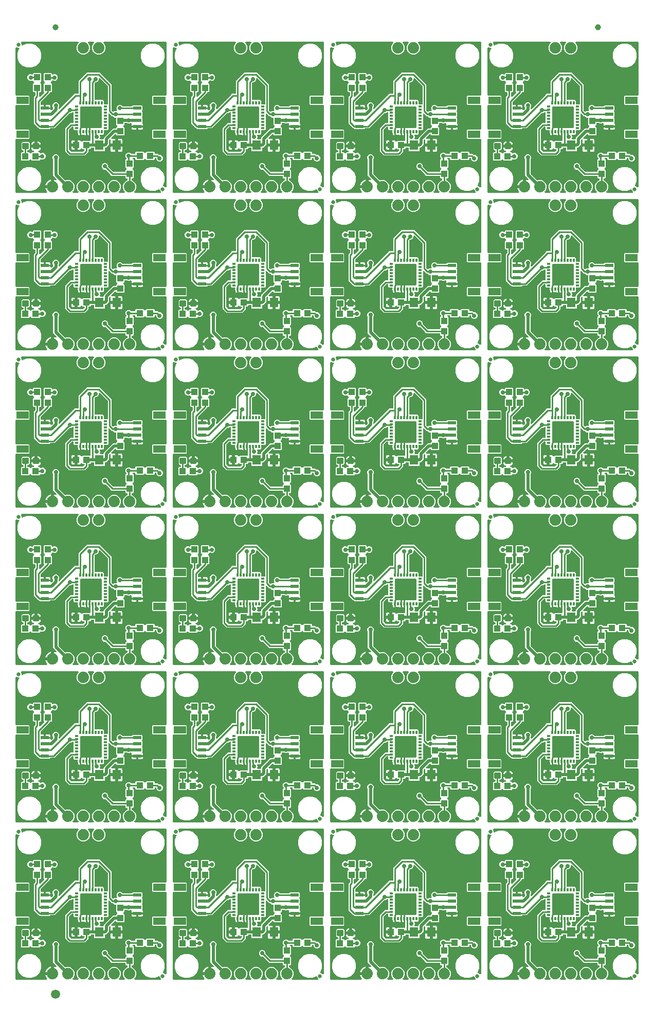
<source format=gtl>
G04 EAGLE Gerber RS-274X export*
G75*
%MOMM*%
%FSLAX34Y34*%
%LPD*%
%INTop Copper*%
%IPPOS*%
%AMOC8*
5,1,8,0,0,1.08239X$1,22.5*%
G01*
%ADD10C,0.635000*%
%ADD11R,1.000000X1.100000*%
%ADD12R,2.000000X1.200000*%
%ADD13R,1.350000X0.600000*%
%ADD14C,1.879600*%
%ADD15R,1.100000X1.000000*%
%ADD16R,1.400000X1.600000*%
%ADD17R,0.300000X0.570000*%
%ADD18R,0.570000X0.300000*%
%ADD19C,0.360000*%
%ADD20C,0.300000*%
%ADD21C,1.000000*%
%ADD22C,1.500000*%
%ADD23C,0.508000*%
%ADD24C,0.736600*%
%ADD25C,0.254000*%

G36*
X830836Y780052D02*
X830836Y780052D01*
X830974Y780065D01*
X830993Y780072D01*
X831013Y780075D01*
X831142Y780126D01*
X831273Y780173D01*
X831290Y780184D01*
X831308Y780192D01*
X831421Y780273D01*
X831536Y780352D01*
X831550Y780367D01*
X831566Y780378D01*
X831655Y780486D01*
X831747Y780590D01*
X831756Y780608D01*
X831769Y780623D01*
X831828Y780749D01*
X831891Y780874D01*
X831896Y780893D01*
X831904Y780911D01*
X831930Y781048D01*
X831961Y781184D01*
X831960Y781204D01*
X831964Y781223D01*
X831955Y781362D01*
X831951Y781502D01*
X831945Y781521D01*
X831944Y781541D01*
X831901Y781673D01*
X831862Y781807D01*
X831852Y781824D01*
X831846Y781843D01*
X831771Y781961D01*
X831701Y782081D01*
X831682Y782102D01*
X831676Y782112D01*
X831661Y782126D01*
X831656Y782132D01*
X830529Y783683D01*
X829676Y785357D01*
X829095Y787144D01*
X829055Y787401D01*
X839470Y787401D01*
X839588Y787416D01*
X839707Y787423D01*
X839745Y787436D01*
X839785Y787441D01*
X839896Y787484D01*
X840009Y787521D01*
X840043Y787543D01*
X840081Y787558D01*
X840177Y787628D01*
X840278Y787691D01*
X840306Y787721D01*
X840338Y787744D01*
X840414Y787836D01*
X840496Y787923D01*
X840515Y787958D01*
X840541Y787989D01*
X840592Y788097D01*
X840649Y788201D01*
X840660Y788241D01*
X840677Y788277D01*
X840699Y788394D01*
X840729Y788509D01*
X840733Y788570D01*
X840737Y788590D01*
X840735Y788610D01*
X840739Y788670D01*
X840739Y789941D01*
X842010Y789941D01*
X842128Y789956D01*
X842247Y789963D01*
X842285Y789976D01*
X842325Y789981D01*
X842436Y790025D01*
X842549Y790061D01*
X842584Y790083D01*
X842621Y790098D01*
X842717Y790168D01*
X842818Y790231D01*
X842846Y790261D01*
X842879Y790285D01*
X842954Y790376D01*
X843036Y790463D01*
X843056Y790498D01*
X843081Y790530D01*
X843132Y790637D01*
X843190Y790742D01*
X843200Y790781D01*
X843217Y790817D01*
X843239Y790934D01*
X843269Y791049D01*
X843273Y791110D01*
X843277Y791130D01*
X843275Y791150D01*
X843279Y791210D01*
X843279Y801625D01*
X843536Y801585D01*
X845323Y801004D01*
X845615Y800855D01*
X845727Y800815D01*
X845837Y800767D01*
X845877Y800761D01*
X845914Y800747D01*
X846033Y800736D01*
X846151Y800717D01*
X846191Y800721D01*
X846231Y800717D01*
X846348Y800736D01*
X846468Y800747D01*
X846506Y800761D01*
X846545Y800767D01*
X846654Y800814D01*
X846767Y800855D01*
X846800Y800877D01*
X846837Y800893D01*
X846931Y800966D01*
X847030Y801033D01*
X847057Y801063D01*
X847088Y801088D01*
X847162Y801182D01*
X847241Y801272D01*
X847259Y801308D01*
X847283Y801339D01*
X847331Y801449D01*
X847385Y801555D01*
X847394Y801594D01*
X847410Y801631D01*
X847429Y801749D01*
X847455Y801865D01*
X847454Y801905D01*
X847460Y801945D01*
X847449Y802064D01*
X847445Y802183D01*
X847434Y802222D01*
X847430Y802262D01*
X847390Y802374D01*
X847357Y802489D01*
X847336Y802523D01*
X847323Y802561D01*
X847256Y802660D01*
X847195Y802763D01*
X847156Y802808D01*
X847144Y802824D01*
X847129Y802838D01*
X847089Y802884D01*
X844911Y805062D01*
X842009Y807963D01*
X842009Y834015D01*
X841997Y834113D01*
X841994Y834212D01*
X841977Y834270D01*
X841969Y834330D01*
X841933Y834423D01*
X841905Y834518D01*
X841875Y834570D01*
X841852Y834626D01*
X841794Y834706D01*
X841744Y834792D01*
X841704Y834837D01*
X840866Y836860D01*
X840866Y839032D01*
X841698Y841040D01*
X843234Y842576D01*
X845242Y843408D01*
X847414Y843408D01*
X849422Y842576D01*
X850958Y841040D01*
X851790Y839032D01*
X851790Y836860D01*
X850945Y834821D01*
X850890Y834762D01*
X850861Y834709D01*
X850824Y834661D01*
X850784Y834570D01*
X850736Y834484D01*
X850721Y834425D01*
X850697Y834369D01*
X850682Y834271D01*
X850657Y834176D01*
X850651Y834076D01*
X850647Y834055D01*
X850649Y834043D01*
X850647Y834015D01*
X850647Y812067D01*
X850659Y811968D01*
X850662Y811869D01*
X850679Y811811D01*
X850687Y811751D01*
X850723Y811659D01*
X850751Y811564D01*
X850781Y811512D01*
X850804Y811455D01*
X850862Y811375D01*
X850912Y811290D01*
X850978Y811215D01*
X850990Y811198D01*
X851000Y811190D01*
X851018Y811169D01*
X861305Y800883D01*
X861328Y800865D01*
X861347Y800842D01*
X861453Y800768D01*
X861556Y800688D01*
X861583Y800676D01*
X861607Y800659D01*
X861729Y800613D01*
X861848Y800562D01*
X861877Y800557D01*
X861905Y800546D01*
X862034Y800532D01*
X862162Y800512D01*
X862191Y800515D01*
X862221Y800511D01*
X862349Y800529D01*
X862479Y800542D01*
X862506Y800552D01*
X862536Y800556D01*
X862688Y800608D01*
X863917Y801117D01*
X868363Y801117D01*
X872471Y799415D01*
X875615Y796271D01*
X877317Y792163D01*
X877317Y787717D01*
X875615Y783609D01*
X874208Y782201D01*
X874122Y782092D01*
X874034Y781985D01*
X874025Y781966D01*
X874013Y781950D01*
X873957Y781822D01*
X873898Y781697D01*
X873895Y781677D01*
X873886Y781658D01*
X873865Y781520D01*
X873839Y781384D01*
X873840Y781364D01*
X873837Y781344D01*
X873850Y781205D01*
X873858Y781067D01*
X873865Y781048D01*
X873866Y781028D01*
X873914Y780896D01*
X873956Y780765D01*
X873967Y780747D01*
X873974Y780728D01*
X874052Y780613D01*
X874126Y780496D01*
X874141Y780482D01*
X874153Y780465D01*
X874257Y780373D01*
X874358Y780278D01*
X874376Y780268D01*
X874391Y780255D01*
X874515Y780191D01*
X874637Y780124D01*
X874656Y780119D01*
X874674Y780110D01*
X874810Y780080D01*
X874945Y780045D01*
X874973Y780043D01*
X874985Y780040D01*
X875005Y780041D01*
X875105Y780035D01*
X882575Y780035D01*
X882713Y780052D01*
X882851Y780065D01*
X882870Y780072D01*
X882890Y780075D01*
X883020Y780126D01*
X883150Y780173D01*
X883167Y780184D01*
X883186Y780192D01*
X883298Y780273D01*
X883414Y780351D01*
X883427Y780367D01*
X883443Y780378D01*
X883532Y780486D01*
X883624Y780590D01*
X883633Y780608D01*
X883646Y780623D01*
X883705Y780749D01*
X883769Y780873D01*
X883773Y780893D01*
X883782Y780911D01*
X883808Y781048D01*
X883838Y781183D01*
X883838Y781204D01*
X883841Y781223D01*
X883833Y781362D01*
X883829Y781501D01*
X883823Y781521D01*
X883822Y781541D01*
X883779Y781673D01*
X883740Y781807D01*
X883730Y781824D01*
X883724Y781843D01*
X883649Y781961D01*
X883579Y782081D01*
X883560Y782102D01*
X883554Y782112D01*
X883539Y782126D01*
X883472Y782201D01*
X882065Y783609D01*
X880363Y787717D01*
X880363Y792163D01*
X882065Y796271D01*
X885209Y799415D01*
X889317Y801117D01*
X893763Y801117D01*
X897871Y799415D01*
X901015Y796271D01*
X902717Y792163D01*
X902717Y787717D01*
X901015Y783609D01*
X899608Y782201D01*
X899522Y782092D01*
X899434Y781985D01*
X899425Y781966D01*
X899413Y781950D01*
X899357Y781822D01*
X899298Y781697D01*
X899295Y781677D01*
X899286Y781658D01*
X899265Y781520D01*
X899239Y781384D01*
X899240Y781364D01*
X899237Y781344D01*
X899250Y781205D01*
X899258Y781067D01*
X899265Y781048D01*
X899266Y781028D01*
X899314Y780896D01*
X899356Y780765D01*
X899367Y780747D01*
X899374Y780728D01*
X899452Y780613D01*
X899526Y780496D01*
X899541Y780482D01*
X899553Y780465D01*
X899657Y780373D01*
X899758Y780278D01*
X899776Y780268D01*
X899791Y780255D01*
X899915Y780191D01*
X900037Y780124D01*
X900056Y780119D01*
X900074Y780110D01*
X900210Y780080D01*
X900345Y780045D01*
X900373Y780043D01*
X900385Y780040D01*
X900405Y780041D01*
X900505Y780035D01*
X907975Y780035D01*
X908113Y780052D01*
X908251Y780065D01*
X908270Y780072D01*
X908290Y780075D01*
X908420Y780126D01*
X908550Y780173D01*
X908567Y780184D01*
X908586Y780192D01*
X908698Y780273D01*
X908814Y780351D01*
X908827Y780367D01*
X908843Y780378D01*
X908932Y780486D01*
X909024Y780590D01*
X909033Y780608D01*
X909046Y780623D01*
X909105Y780749D01*
X909169Y780873D01*
X909173Y780893D01*
X909182Y780911D01*
X909208Y781048D01*
X909238Y781183D01*
X909238Y781204D01*
X909241Y781223D01*
X909233Y781362D01*
X909229Y781501D01*
X909223Y781521D01*
X909222Y781541D01*
X909179Y781673D01*
X909140Y781807D01*
X909130Y781824D01*
X909124Y781843D01*
X909049Y781961D01*
X908979Y782081D01*
X908960Y782102D01*
X908954Y782112D01*
X908939Y782126D01*
X908872Y782201D01*
X907465Y783609D01*
X905763Y787717D01*
X905763Y792163D01*
X907465Y796271D01*
X910609Y799415D01*
X914717Y801117D01*
X919163Y801117D01*
X923271Y799415D01*
X926415Y796271D01*
X928117Y792163D01*
X928117Y787717D01*
X926415Y783609D01*
X925008Y782201D01*
X924922Y782092D01*
X924834Y781985D01*
X924825Y781966D01*
X924813Y781950D01*
X924757Y781822D01*
X924698Y781697D01*
X924695Y781677D01*
X924686Y781658D01*
X924665Y781520D01*
X924639Y781384D01*
X924640Y781364D01*
X924637Y781344D01*
X924650Y781205D01*
X924658Y781067D01*
X924665Y781048D01*
X924666Y781028D01*
X924714Y780896D01*
X924756Y780765D01*
X924767Y780747D01*
X924774Y780728D01*
X924852Y780613D01*
X924926Y780496D01*
X924941Y780482D01*
X924953Y780465D01*
X925057Y780373D01*
X925158Y780278D01*
X925176Y780268D01*
X925191Y780255D01*
X925315Y780191D01*
X925437Y780124D01*
X925456Y780119D01*
X925474Y780110D01*
X925610Y780080D01*
X925745Y780045D01*
X925773Y780043D01*
X925785Y780040D01*
X925805Y780041D01*
X925905Y780035D01*
X933375Y780035D01*
X933513Y780052D01*
X933651Y780065D01*
X933670Y780072D01*
X933690Y780075D01*
X933820Y780126D01*
X933950Y780173D01*
X933967Y780184D01*
X933986Y780192D01*
X934098Y780273D01*
X934214Y780351D01*
X934227Y780367D01*
X934243Y780378D01*
X934332Y780486D01*
X934424Y780590D01*
X934433Y780608D01*
X934446Y780623D01*
X934505Y780749D01*
X934569Y780873D01*
X934573Y780893D01*
X934582Y780911D01*
X934608Y781048D01*
X934638Y781183D01*
X934638Y781204D01*
X934641Y781223D01*
X934633Y781362D01*
X934629Y781501D01*
X934623Y781521D01*
X934622Y781541D01*
X934579Y781673D01*
X934540Y781807D01*
X934530Y781824D01*
X934524Y781843D01*
X934449Y781961D01*
X934379Y782081D01*
X934360Y782102D01*
X934354Y782112D01*
X934339Y782126D01*
X934272Y782201D01*
X932865Y783609D01*
X931163Y787717D01*
X931163Y792163D01*
X932865Y796271D01*
X936009Y799415D01*
X940117Y801117D01*
X944563Y801117D01*
X948671Y799415D01*
X951815Y796271D01*
X953517Y792163D01*
X953517Y787717D01*
X951815Y783609D01*
X950408Y782201D01*
X950322Y782092D01*
X950234Y781985D01*
X950225Y781966D01*
X950213Y781950D01*
X950157Y781822D01*
X950098Y781697D01*
X950095Y781677D01*
X950086Y781658D01*
X950065Y781520D01*
X950039Y781384D01*
X950040Y781364D01*
X950037Y781344D01*
X950050Y781205D01*
X950058Y781067D01*
X950065Y781048D01*
X950066Y781028D01*
X950114Y780896D01*
X950156Y780765D01*
X950167Y780747D01*
X950174Y780728D01*
X950252Y780613D01*
X950326Y780496D01*
X950341Y780482D01*
X950353Y780465D01*
X950457Y780373D01*
X950558Y780278D01*
X950576Y780268D01*
X950591Y780255D01*
X950715Y780191D01*
X950837Y780124D01*
X950856Y780119D01*
X950874Y780110D01*
X951010Y780080D01*
X951145Y780045D01*
X951173Y780043D01*
X951185Y780040D01*
X951205Y780041D01*
X951305Y780035D01*
X958775Y780035D01*
X958913Y780052D01*
X959051Y780065D01*
X959070Y780072D01*
X959090Y780075D01*
X959220Y780126D01*
X959350Y780173D01*
X959367Y780184D01*
X959386Y780192D01*
X959498Y780273D01*
X959614Y780351D01*
X959627Y780367D01*
X959643Y780378D01*
X959732Y780486D01*
X959824Y780590D01*
X959833Y780608D01*
X959846Y780623D01*
X959905Y780749D01*
X959969Y780873D01*
X959973Y780893D01*
X959982Y780911D01*
X960008Y781048D01*
X960038Y781183D01*
X960038Y781204D01*
X960041Y781223D01*
X960033Y781362D01*
X960029Y781501D01*
X960023Y781521D01*
X960022Y781541D01*
X959979Y781673D01*
X959940Y781807D01*
X959930Y781824D01*
X959924Y781843D01*
X959849Y781961D01*
X959779Y782081D01*
X959760Y782102D01*
X959754Y782112D01*
X959739Y782126D01*
X959672Y782201D01*
X958265Y783609D01*
X956563Y787717D01*
X956563Y792163D01*
X958265Y796271D01*
X961409Y799415D01*
X963908Y800450D01*
X963933Y800465D01*
X963961Y800474D01*
X963994Y800494D01*
X964007Y800500D01*
X964041Y800524D01*
X964071Y800543D01*
X964184Y800608D01*
X964205Y800628D01*
X964230Y800644D01*
X964319Y800739D01*
X964412Y800829D01*
X964428Y800854D01*
X964448Y800876D01*
X964511Y800990D01*
X964579Y801100D01*
X964587Y801128D01*
X964602Y801154D01*
X964634Y801280D01*
X964672Y801404D01*
X964674Y801434D01*
X964681Y801462D01*
X964691Y801623D01*
X964691Y802610D01*
X964676Y802728D01*
X964669Y802847D01*
X964656Y802885D01*
X964651Y802926D01*
X964608Y803036D01*
X964571Y803149D01*
X964549Y803184D01*
X964534Y803221D01*
X964465Y803317D01*
X964401Y803418D01*
X964371Y803446D01*
X964348Y803479D01*
X964256Y803555D01*
X964169Y803636D01*
X964134Y803656D01*
X964103Y803681D01*
X963995Y803732D01*
X963891Y803790D01*
X963851Y803800D01*
X963815Y803817D01*
X963698Y803839D01*
X963583Y803869D01*
X963523Y803873D01*
X963503Y803877D01*
X963482Y803875D01*
X963422Y803879D01*
X962003Y803879D01*
X960961Y804921D01*
X960961Y806840D01*
X960946Y806958D01*
X960939Y807077D01*
X960926Y807115D01*
X960921Y807156D01*
X960878Y807266D01*
X960841Y807379D01*
X960819Y807414D01*
X960804Y807451D01*
X960735Y807547D01*
X960671Y807648D01*
X960641Y807676D01*
X960618Y807709D01*
X960526Y807785D01*
X960439Y807866D01*
X960404Y807886D01*
X960373Y807911D01*
X960265Y807962D01*
X960161Y808020D01*
X960121Y808030D01*
X960085Y808047D01*
X959968Y808069D01*
X959853Y808099D01*
X959793Y808103D01*
X959773Y808107D01*
X959752Y808105D01*
X959692Y808109D01*
X938147Y808109D01*
X928622Y817635D01*
X928544Y817695D01*
X928472Y817763D01*
X928419Y817792D01*
X928371Y817829D01*
X928280Y817869D01*
X928193Y817917D01*
X928134Y817932D01*
X928079Y817956D01*
X927981Y817971D01*
X927885Y817996D01*
X927785Y818002D01*
X927765Y818006D01*
X927752Y818004D01*
X927724Y818006D01*
X926014Y818006D01*
X924006Y818838D01*
X922470Y820374D01*
X921638Y822382D01*
X921638Y824554D01*
X922470Y826562D01*
X924006Y828098D01*
X926014Y828930D01*
X928186Y828930D01*
X930194Y828098D01*
X931730Y826562D01*
X932562Y824554D01*
X932562Y822844D01*
X932574Y822745D01*
X932577Y822646D01*
X932594Y822588D01*
X932602Y822528D01*
X932638Y822436D01*
X932666Y822341D01*
X932696Y822289D01*
X932719Y822232D01*
X932777Y822152D01*
X932827Y822067D01*
X932893Y821992D01*
X932905Y821975D01*
X932915Y821967D01*
X932933Y821946D01*
X940301Y814578D01*
X940379Y814518D01*
X940451Y814450D01*
X940504Y814421D01*
X940552Y814384D01*
X940643Y814344D01*
X940730Y814296D01*
X940789Y814281D01*
X940844Y814257D01*
X940942Y814242D01*
X941038Y814217D01*
X941138Y814211D01*
X941158Y814207D01*
X941171Y814209D01*
X941199Y814207D01*
X959692Y814207D01*
X959810Y814222D01*
X959929Y814229D01*
X959967Y814242D01*
X960008Y814247D01*
X960118Y814290D01*
X960231Y814327D01*
X960266Y814349D01*
X960303Y814364D01*
X960399Y814433D01*
X960500Y814497D01*
X960528Y814527D01*
X960561Y814550D01*
X960637Y814642D01*
X960718Y814729D01*
X960738Y814764D01*
X960763Y814795D01*
X960814Y814903D01*
X960872Y815007D01*
X960882Y815047D01*
X960899Y815083D01*
X960921Y815200D01*
X960951Y815315D01*
X960955Y815375D01*
X960959Y815395D01*
X960957Y815416D01*
X960961Y815476D01*
X960961Y817395D01*
X962327Y818760D01*
X962400Y818855D01*
X962479Y818944D01*
X962497Y818980D01*
X962522Y819012D01*
X962569Y819121D01*
X962623Y819227D01*
X962632Y819266D01*
X962648Y819304D01*
X962667Y819421D01*
X962693Y819537D01*
X962692Y819578D01*
X962698Y819618D01*
X962687Y819736D01*
X962683Y819855D01*
X962672Y819894D01*
X962668Y819934D01*
X962628Y820047D01*
X962595Y820161D01*
X962574Y820195D01*
X962561Y820234D01*
X962494Y820332D01*
X962433Y820435D01*
X962394Y820480D01*
X962382Y820497D01*
X962367Y820510D01*
X962327Y820555D01*
X960961Y821921D01*
X960961Y834395D01*
X962129Y835562D01*
X962202Y835656D01*
X962280Y835746D01*
X962299Y835781D01*
X962324Y835813D01*
X962371Y835923D01*
X962425Y836029D01*
X962434Y836068D01*
X962450Y836105D01*
X962469Y836223D01*
X962495Y836339D01*
X962494Y836379D01*
X962500Y836419D01*
X962489Y836538D01*
X962485Y836657D01*
X962474Y836696D01*
X962470Y836736D01*
X962430Y836848D01*
X962397Y836962D01*
X962376Y836997D01*
X962362Y837035D01*
X962296Y837134D01*
X962235Y837236D01*
X962195Y837282D01*
X962184Y837298D01*
X962169Y837312D01*
X962129Y837357D01*
X961840Y837646D01*
X961008Y839654D01*
X961008Y841826D01*
X961840Y843834D01*
X963376Y845370D01*
X965384Y846202D01*
X967556Y846202D01*
X969564Y845370D01*
X970774Y844160D01*
X970852Y844100D01*
X970924Y844032D01*
X970977Y844003D01*
X971025Y843966D01*
X971116Y843926D01*
X971202Y843878D01*
X971261Y843863D01*
X971317Y843839D01*
X971415Y843824D01*
X971510Y843799D01*
X971610Y843793D01*
X971631Y843789D01*
X971643Y843791D01*
X971671Y843789D01*
X976092Y843789D01*
X976210Y843804D01*
X976329Y843811D01*
X976367Y843824D01*
X976408Y843829D01*
X976518Y843872D01*
X976631Y843909D01*
X976666Y843931D01*
X976703Y843946D01*
X976799Y844015D01*
X976900Y844079D01*
X976928Y844109D01*
X976961Y844132D01*
X977037Y844224D01*
X977118Y844311D01*
X977138Y844346D01*
X977163Y844377D01*
X977214Y844485D01*
X977272Y844589D01*
X977282Y844629D01*
X977299Y844665D01*
X977321Y844782D01*
X977351Y844897D01*
X977355Y844957D01*
X977359Y844977D01*
X977357Y844998D01*
X977361Y845058D01*
X977361Y846477D01*
X978403Y847519D01*
X990877Y847519D01*
X992243Y846153D01*
X992337Y846080D01*
X992426Y846001D01*
X992462Y845983D01*
X992494Y845958D01*
X992603Y845911D01*
X992709Y845857D01*
X992748Y845848D01*
X992786Y845832D01*
X992903Y845813D01*
X993019Y845787D01*
X993060Y845788D01*
X993100Y845782D01*
X993218Y845793D01*
X993337Y845797D01*
X993376Y845808D01*
X993416Y845812D01*
X993528Y845852D01*
X993643Y845885D01*
X993678Y845906D01*
X993716Y845919D01*
X993814Y845986D01*
X993917Y846047D01*
X993962Y846086D01*
X993979Y846098D01*
X993992Y846113D01*
X994038Y846153D01*
X995403Y847519D01*
X1007877Y847519D01*
X1008919Y846477D01*
X1008919Y845058D01*
X1008934Y844940D01*
X1008941Y844821D01*
X1008954Y844783D01*
X1008959Y844742D01*
X1009002Y844632D01*
X1009039Y844519D01*
X1009061Y844484D01*
X1009076Y844447D01*
X1009145Y844351D01*
X1009209Y844250D01*
X1009239Y844222D01*
X1009262Y844189D01*
X1009354Y844113D01*
X1009441Y844032D01*
X1009476Y844012D01*
X1009507Y843987D01*
X1009615Y843936D01*
X1009719Y843878D01*
X1009759Y843868D01*
X1009795Y843851D01*
X1009912Y843829D01*
X1010027Y843799D01*
X1010087Y843795D01*
X1010107Y843791D01*
X1010128Y843793D01*
X1010188Y843789D01*
X1014723Y843789D01*
X1015748Y842763D01*
X1015826Y842703D01*
X1015898Y842635D01*
X1015951Y842606D01*
X1015999Y842569D01*
X1016090Y842529D01*
X1016177Y842481D01*
X1016236Y842466D01*
X1016291Y842442D01*
X1016389Y842427D01*
X1016485Y842402D01*
X1016585Y842396D01*
X1016605Y842392D01*
X1016618Y842394D01*
X1016646Y842392D01*
X1018356Y842392D01*
X1020364Y841560D01*
X1021900Y840024D01*
X1022732Y838016D01*
X1022732Y835844D01*
X1021900Y833836D01*
X1020364Y832300D01*
X1018356Y831468D01*
X1016184Y831468D01*
X1014176Y832300D01*
X1012640Y833836D01*
X1011808Y835844D01*
X1011808Y836422D01*
X1011793Y836540D01*
X1011786Y836659D01*
X1011773Y836697D01*
X1011768Y836738D01*
X1011725Y836848D01*
X1011688Y836961D01*
X1011666Y836996D01*
X1011651Y837033D01*
X1011582Y837129D01*
X1011518Y837230D01*
X1011488Y837258D01*
X1011465Y837291D01*
X1011373Y837367D01*
X1011286Y837448D01*
X1011251Y837468D01*
X1011220Y837493D01*
X1011112Y837544D01*
X1011008Y837602D01*
X1010968Y837612D01*
X1010932Y837629D01*
X1010815Y837651D01*
X1010700Y837681D01*
X1010640Y837685D01*
X1010620Y837689D01*
X1010599Y837687D01*
X1010539Y837691D01*
X1010188Y837691D01*
X1010070Y837676D01*
X1009951Y837669D01*
X1009913Y837656D01*
X1009872Y837651D01*
X1009762Y837608D01*
X1009649Y837571D01*
X1009614Y837549D01*
X1009577Y837534D01*
X1009481Y837465D01*
X1009380Y837401D01*
X1009352Y837371D01*
X1009319Y837348D01*
X1009243Y837256D01*
X1009162Y837169D01*
X1009142Y837134D01*
X1009117Y837103D01*
X1009066Y836995D01*
X1009008Y836891D01*
X1008998Y836851D01*
X1008981Y836815D01*
X1008959Y836698D01*
X1008929Y836583D01*
X1008925Y836523D01*
X1008921Y836503D01*
X1008923Y836482D01*
X1008919Y836422D01*
X1008919Y835003D01*
X1007877Y833961D01*
X995403Y833961D01*
X994038Y835327D01*
X993943Y835400D01*
X993854Y835479D01*
X993818Y835497D01*
X993786Y835522D01*
X993677Y835569D01*
X993571Y835623D01*
X993532Y835632D01*
X993494Y835648D01*
X993377Y835667D01*
X993261Y835693D01*
X993220Y835692D01*
X993180Y835698D01*
X993062Y835687D01*
X992943Y835683D01*
X992904Y835672D01*
X992864Y835668D01*
X992751Y835628D01*
X992637Y835595D01*
X992603Y835574D01*
X992564Y835561D01*
X992466Y835494D01*
X992363Y835433D01*
X992318Y835394D01*
X992301Y835382D01*
X992288Y835367D01*
X992243Y835327D01*
X990877Y833961D01*
X978403Y833961D01*
X977361Y835003D01*
X977361Y836422D01*
X977346Y836540D01*
X977339Y836659D01*
X977326Y836697D01*
X977321Y836738D01*
X977278Y836848D01*
X977241Y836961D01*
X977219Y836996D01*
X977204Y837033D01*
X977135Y837129D01*
X977071Y837230D01*
X977041Y837258D01*
X977018Y837291D01*
X976926Y837367D01*
X976839Y837448D01*
X976804Y837468D01*
X976773Y837493D01*
X976665Y837544D01*
X976561Y837602D01*
X976521Y837612D01*
X976485Y837629D01*
X976368Y837651D01*
X976253Y837681D01*
X976193Y837685D01*
X976173Y837689D01*
X976152Y837687D01*
X976092Y837691D01*
X974286Y837691D01*
X974148Y837674D01*
X974010Y837661D01*
X973991Y837654D01*
X973971Y837651D01*
X973842Y837600D01*
X973711Y837553D01*
X973694Y837542D01*
X973675Y837534D01*
X973563Y837453D01*
X973448Y837375D01*
X973434Y837359D01*
X973418Y837348D01*
X973329Y837240D01*
X973237Y837136D01*
X973228Y837118D01*
X973215Y837103D01*
X973156Y836977D01*
X973093Y836853D01*
X973088Y836833D01*
X973080Y836815D01*
X973053Y836678D01*
X973023Y836543D01*
X973024Y836522D01*
X973020Y836503D01*
X973028Y836364D01*
X973033Y836225D01*
X973038Y836205D01*
X973040Y836185D01*
X973082Y836053D01*
X973121Y835919D01*
X973131Y835902D01*
X973138Y835883D01*
X973212Y835765D01*
X973283Y835645D01*
X973301Y835624D01*
X973308Y835614D01*
X973323Y835600D01*
X973389Y835525D01*
X974519Y834395D01*
X974519Y821921D01*
X973153Y820555D01*
X973080Y820461D01*
X973001Y820372D01*
X972983Y820336D01*
X972958Y820304D01*
X972911Y820195D01*
X972857Y820089D01*
X972848Y820050D01*
X972832Y820012D01*
X972813Y819895D01*
X972787Y819779D01*
X972788Y819738D01*
X972782Y819698D01*
X972793Y819580D01*
X972797Y819461D01*
X972808Y819422D01*
X972812Y819382D01*
X972852Y819270D01*
X972885Y819155D01*
X972906Y819120D01*
X972919Y819082D01*
X972986Y818984D01*
X973047Y818881D01*
X973086Y818836D01*
X973098Y818819D01*
X973113Y818806D01*
X973153Y818760D01*
X974519Y817395D01*
X974519Y804921D01*
X973477Y803879D01*
X972058Y803879D01*
X971940Y803864D01*
X971821Y803857D01*
X971783Y803844D01*
X971742Y803839D01*
X971632Y803796D01*
X971519Y803759D01*
X971484Y803737D01*
X971447Y803722D01*
X971351Y803653D01*
X971250Y803589D01*
X971222Y803559D01*
X971189Y803536D01*
X971113Y803444D01*
X971032Y803357D01*
X971012Y803322D01*
X970987Y803291D01*
X970936Y803183D01*
X970878Y803079D01*
X970868Y803039D01*
X970851Y803003D01*
X970829Y802886D01*
X970799Y802771D01*
X970795Y802711D01*
X970791Y802691D01*
X970793Y802670D01*
X970789Y802610D01*
X970789Y801623D01*
X970792Y801594D01*
X970790Y801564D01*
X970812Y801436D01*
X970829Y801307D01*
X970839Y801280D01*
X970844Y801251D01*
X970898Y801132D01*
X970946Y801012D01*
X970963Y800988D01*
X970975Y800961D01*
X971056Y800859D01*
X971132Y800754D01*
X971155Y800735D01*
X971174Y800712D01*
X971277Y800634D01*
X971377Y800551D01*
X971404Y800539D01*
X971428Y800521D01*
X971572Y800450D01*
X974071Y799415D01*
X977215Y796271D01*
X978917Y792163D01*
X978917Y787717D01*
X977215Y783609D01*
X975808Y782201D01*
X975722Y782092D01*
X975634Y781985D01*
X975625Y781966D01*
X975613Y781950D01*
X975557Y781822D01*
X975498Y781697D01*
X975495Y781677D01*
X975486Y781658D01*
X975465Y781520D01*
X975439Y781384D01*
X975440Y781364D01*
X975437Y781344D01*
X975450Y781205D01*
X975458Y781067D01*
X975465Y781048D01*
X975466Y781028D01*
X975514Y780896D01*
X975556Y780765D01*
X975567Y780747D01*
X975574Y780728D01*
X975652Y780613D01*
X975726Y780496D01*
X975741Y780482D01*
X975753Y780465D01*
X975857Y780373D01*
X975958Y780278D01*
X975976Y780268D01*
X975991Y780255D01*
X976115Y780191D01*
X976237Y780124D01*
X976256Y780119D01*
X976274Y780110D01*
X976410Y780080D01*
X976545Y780045D01*
X976573Y780043D01*
X976585Y780040D01*
X976605Y780041D01*
X976705Y780035D01*
X1018375Y780035D01*
X1018513Y780052D01*
X1018652Y780065D01*
X1018671Y780072D01*
X1018691Y780075D01*
X1018820Y780126D01*
X1018951Y780173D01*
X1018968Y780184D01*
X1018987Y780192D01*
X1019099Y780273D01*
X1019214Y780351D01*
X1019228Y780367D01*
X1019244Y780378D01*
X1019333Y780486D01*
X1019425Y780590D01*
X1019434Y780608D01*
X1019447Y780623D01*
X1019506Y780749D01*
X1019569Y780873D01*
X1019574Y780893D01*
X1019582Y780911D01*
X1019608Y781048D01*
X1019639Y781183D01*
X1019638Y781204D01*
X1019642Y781223D01*
X1019633Y781362D01*
X1019629Y781501D01*
X1019624Y781521D01*
X1019622Y781541D01*
X1019580Y781673D01*
X1019541Y781807D01*
X1019531Y781824D01*
X1019524Y781843D01*
X1019450Y781961D01*
X1019379Y782081D01*
X1019361Y782102D01*
X1019354Y782112D01*
X1019339Y782126D01*
X1019273Y782201D01*
X1018150Y783324D01*
X1017489Y784921D01*
X1017430Y785025D01*
X1017378Y785131D01*
X1017351Y785162D01*
X1017331Y785197D01*
X1017248Y785283D01*
X1017171Y785373D01*
X1017138Y785397D01*
X1017110Y785426D01*
X1017009Y785488D01*
X1016911Y785557D01*
X1016873Y785571D01*
X1016839Y785592D01*
X1016725Y785627D01*
X1016614Y785669D01*
X1016574Y785674D01*
X1016535Y785686D01*
X1016416Y785691D01*
X1016298Y785705D01*
X1016258Y785699D01*
X1016217Y785701D01*
X1016101Y785677D01*
X1015983Y785660D01*
X1015926Y785641D01*
X1015906Y785636D01*
X1015887Y785627D01*
X1015831Y785608D01*
X1009730Y783081D01*
X1001949Y783081D01*
X994761Y786059D01*
X989259Y791561D01*
X986281Y798749D01*
X986281Y806531D01*
X989259Y813719D01*
X994761Y819221D01*
X1001949Y822199D01*
X1009731Y822199D01*
X1016919Y819221D01*
X1022421Y813719D01*
X1025399Y806531D01*
X1025399Y798749D01*
X1022872Y792649D01*
X1022841Y792535D01*
X1022802Y792422D01*
X1022799Y792382D01*
X1022788Y792343D01*
X1022786Y792224D01*
X1022777Y792105D01*
X1022784Y792065D01*
X1022783Y792025D01*
X1022811Y791909D01*
X1022831Y791792D01*
X1022848Y791755D01*
X1022857Y791716D01*
X1022913Y791610D01*
X1022962Y791502D01*
X1022987Y791470D01*
X1023006Y791434D01*
X1023086Y791346D01*
X1023160Y791253D01*
X1023193Y791229D01*
X1023220Y791199D01*
X1023319Y791134D01*
X1023414Y791062D01*
X1023468Y791036D01*
X1023485Y791024D01*
X1023505Y791018D01*
X1023559Y790991D01*
X1025156Y790330D01*
X1026279Y789207D01*
X1026388Y789122D01*
X1026495Y789033D01*
X1026514Y789025D01*
X1026530Y789012D01*
X1026657Y788957D01*
X1026783Y788898D01*
X1026803Y788894D01*
X1026822Y788886D01*
X1026960Y788864D01*
X1027096Y788838D01*
X1027116Y788839D01*
X1027136Y788836D01*
X1027275Y788849D01*
X1027413Y788858D01*
X1027432Y788864D01*
X1027452Y788866D01*
X1027584Y788913D01*
X1027715Y788956D01*
X1027733Y788967D01*
X1027752Y788973D01*
X1027867Y789051D01*
X1027984Y789126D01*
X1027998Y789141D01*
X1028015Y789152D01*
X1028107Y789256D01*
X1028202Y789357D01*
X1028212Y789375D01*
X1028225Y789390D01*
X1028289Y789515D01*
X1028356Y789636D01*
X1028361Y789656D01*
X1028370Y789674D01*
X1028400Y789809D01*
X1028435Y789944D01*
X1028437Y789972D01*
X1028440Y789984D01*
X1028439Y790004D01*
X1028445Y790105D01*
X1028445Y867192D01*
X1028430Y867310D01*
X1028423Y867429D01*
X1028410Y867467D01*
X1028405Y867508D01*
X1028362Y867618D01*
X1028325Y867731D01*
X1028303Y867766D01*
X1028288Y867803D01*
X1028219Y867899D01*
X1028155Y868000D01*
X1028125Y868028D01*
X1028102Y868061D01*
X1028010Y868137D01*
X1027923Y868218D01*
X1027888Y868238D01*
X1027857Y868263D01*
X1027749Y868314D01*
X1027645Y868372D01*
X1027605Y868382D01*
X1027569Y868399D01*
X1027452Y868421D01*
X1027337Y868451D01*
X1027277Y868455D01*
X1027257Y868459D01*
X1027236Y868457D01*
X1027176Y868461D01*
X1006453Y868461D01*
X1005411Y869503D01*
X1005411Y882977D01*
X1006453Y884019D01*
X1027176Y884019D01*
X1027294Y884034D01*
X1027413Y884041D01*
X1027451Y884054D01*
X1027492Y884059D01*
X1027602Y884102D01*
X1027715Y884139D01*
X1027750Y884161D01*
X1027787Y884176D01*
X1027883Y884245D01*
X1027984Y884309D01*
X1028012Y884339D01*
X1028045Y884362D01*
X1028121Y884454D01*
X1028202Y884541D01*
X1028222Y884576D01*
X1028247Y884607D01*
X1028298Y884715D01*
X1028356Y884819D01*
X1028366Y884859D01*
X1028383Y884895D01*
X1028405Y885012D01*
X1028435Y885127D01*
X1028439Y885187D01*
X1028443Y885207D01*
X1028441Y885228D01*
X1028445Y885288D01*
X1028445Y923192D01*
X1028430Y923310D01*
X1028423Y923429D01*
X1028410Y923467D01*
X1028405Y923508D01*
X1028362Y923618D01*
X1028325Y923731D01*
X1028303Y923766D01*
X1028288Y923803D01*
X1028219Y923899D01*
X1028155Y924000D01*
X1028125Y924028D01*
X1028102Y924061D01*
X1028010Y924137D01*
X1027923Y924218D01*
X1027888Y924238D01*
X1027857Y924263D01*
X1027749Y924314D01*
X1027645Y924372D01*
X1027605Y924382D01*
X1027569Y924399D01*
X1027452Y924421D01*
X1027337Y924451D01*
X1027277Y924455D01*
X1027257Y924459D01*
X1027236Y924457D01*
X1027176Y924461D01*
X1006453Y924461D01*
X1005411Y925503D01*
X1005411Y938977D01*
X1006453Y940019D01*
X1027176Y940019D01*
X1027294Y940034D01*
X1027413Y940041D01*
X1027451Y940054D01*
X1027492Y940059D01*
X1027602Y940102D01*
X1027715Y940139D01*
X1027750Y940161D01*
X1027787Y940176D01*
X1027883Y940245D01*
X1027984Y940309D01*
X1028012Y940339D01*
X1028045Y940362D01*
X1028121Y940454D01*
X1028202Y940541D01*
X1028222Y940576D01*
X1028247Y940607D01*
X1028298Y940715D01*
X1028356Y940819D01*
X1028366Y940859D01*
X1028383Y940895D01*
X1028405Y941012D01*
X1028435Y941127D01*
X1028439Y941187D01*
X1028443Y941207D01*
X1028441Y941228D01*
X1028445Y941288D01*
X1028445Y1027176D01*
X1028430Y1027294D01*
X1028423Y1027413D01*
X1028410Y1027451D01*
X1028405Y1027492D01*
X1028362Y1027602D01*
X1028325Y1027715D01*
X1028303Y1027750D01*
X1028288Y1027787D01*
X1028219Y1027883D01*
X1028155Y1027984D01*
X1028125Y1028012D01*
X1028102Y1028045D01*
X1028010Y1028121D01*
X1027923Y1028202D01*
X1027888Y1028222D01*
X1027857Y1028247D01*
X1027749Y1028298D01*
X1027645Y1028356D01*
X1027605Y1028366D01*
X1027569Y1028383D01*
X1027452Y1028405D01*
X1027337Y1028435D01*
X1027277Y1028439D01*
X1027257Y1028443D01*
X1027236Y1028441D01*
X1027176Y1028445D01*
X925905Y1028445D01*
X925767Y1028428D01*
X925629Y1028415D01*
X925610Y1028408D01*
X925590Y1028405D01*
X925460Y1028354D01*
X925330Y1028307D01*
X925313Y1028296D01*
X925294Y1028288D01*
X925182Y1028207D01*
X925066Y1028129D01*
X925053Y1028113D01*
X925037Y1028102D01*
X924948Y1027994D01*
X924856Y1027890D01*
X924847Y1027872D01*
X924834Y1027857D01*
X924775Y1027731D01*
X924711Y1027607D01*
X924707Y1027587D01*
X924698Y1027569D01*
X924672Y1027432D01*
X924642Y1027297D01*
X924642Y1027276D01*
X924639Y1027257D01*
X924647Y1027118D01*
X924651Y1026979D01*
X924657Y1026959D01*
X924658Y1026939D01*
X924701Y1026807D01*
X924740Y1026673D01*
X924750Y1026656D01*
X924756Y1026637D01*
X924831Y1026519D01*
X924901Y1026399D01*
X924920Y1026378D01*
X924926Y1026368D01*
X924941Y1026354D01*
X925008Y1026279D01*
X926415Y1024871D01*
X928117Y1020763D01*
X928117Y1016317D01*
X926415Y1012209D01*
X923271Y1009065D01*
X919163Y1007363D01*
X914717Y1007363D01*
X910609Y1009065D01*
X907465Y1012209D01*
X905763Y1016317D01*
X905763Y1020763D01*
X907465Y1024871D01*
X908872Y1026279D01*
X908958Y1026388D01*
X909046Y1026495D01*
X909055Y1026514D01*
X909067Y1026530D01*
X909123Y1026658D01*
X909182Y1026783D01*
X909185Y1026803D01*
X909194Y1026822D01*
X909215Y1026960D01*
X909241Y1027096D01*
X909240Y1027116D01*
X909243Y1027136D01*
X909230Y1027275D01*
X909222Y1027413D01*
X909215Y1027432D01*
X909214Y1027452D01*
X909166Y1027584D01*
X909124Y1027715D01*
X909113Y1027733D01*
X909106Y1027752D01*
X909028Y1027867D01*
X908954Y1027984D01*
X908939Y1027998D01*
X908927Y1028015D01*
X908823Y1028107D01*
X908722Y1028202D01*
X908704Y1028212D01*
X908689Y1028225D01*
X908565Y1028289D01*
X908443Y1028356D01*
X908424Y1028361D01*
X908406Y1028370D01*
X908270Y1028400D01*
X908135Y1028435D01*
X908107Y1028437D01*
X908095Y1028440D01*
X908075Y1028439D01*
X907975Y1028445D01*
X900505Y1028445D01*
X900367Y1028428D01*
X900229Y1028415D01*
X900210Y1028408D01*
X900190Y1028405D01*
X900060Y1028354D01*
X899930Y1028307D01*
X899913Y1028296D01*
X899894Y1028288D01*
X899782Y1028207D01*
X899666Y1028129D01*
X899653Y1028113D01*
X899637Y1028102D01*
X899548Y1027994D01*
X899456Y1027890D01*
X899447Y1027872D01*
X899434Y1027857D01*
X899375Y1027731D01*
X899311Y1027607D01*
X899307Y1027587D01*
X899298Y1027569D01*
X899272Y1027432D01*
X899242Y1027297D01*
X899242Y1027276D01*
X899239Y1027257D01*
X899247Y1027118D01*
X899251Y1026979D01*
X899257Y1026959D01*
X899258Y1026939D01*
X899301Y1026807D01*
X899340Y1026673D01*
X899350Y1026656D01*
X899356Y1026637D01*
X899431Y1026519D01*
X899501Y1026399D01*
X899520Y1026378D01*
X899526Y1026368D01*
X899541Y1026354D01*
X899608Y1026279D01*
X901015Y1024871D01*
X902717Y1020763D01*
X902717Y1016317D01*
X901015Y1012209D01*
X897871Y1009065D01*
X893763Y1007363D01*
X889317Y1007363D01*
X885209Y1009065D01*
X882065Y1012209D01*
X880363Y1016317D01*
X880363Y1020763D01*
X882065Y1024871D01*
X883472Y1026279D01*
X883558Y1026388D01*
X883646Y1026495D01*
X883655Y1026514D01*
X883667Y1026530D01*
X883723Y1026658D01*
X883782Y1026783D01*
X883785Y1026803D01*
X883794Y1026822D01*
X883815Y1026960D01*
X883841Y1027096D01*
X883840Y1027116D01*
X883843Y1027136D01*
X883830Y1027275D01*
X883822Y1027413D01*
X883815Y1027432D01*
X883814Y1027452D01*
X883766Y1027584D01*
X883724Y1027715D01*
X883713Y1027733D01*
X883706Y1027752D01*
X883628Y1027867D01*
X883554Y1027984D01*
X883539Y1027998D01*
X883527Y1028015D01*
X883423Y1028107D01*
X883322Y1028202D01*
X883304Y1028212D01*
X883289Y1028225D01*
X883165Y1028289D01*
X883043Y1028356D01*
X883024Y1028361D01*
X883006Y1028370D01*
X882870Y1028400D01*
X882735Y1028435D01*
X882707Y1028437D01*
X882695Y1028440D01*
X882675Y1028439D01*
X882575Y1028445D01*
X790105Y1028445D01*
X789966Y1028428D01*
X789828Y1028415D01*
X789809Y1028408D01*
X789789Y1028405D01*
X789660Y1028354D01*
X789528Y1028307D01*
X789512Y1028296D01*
X789493Y1028288D01*
X789380Y1028206D01*
X789265Y1028128D01*
X789252Y1028113D01*
X789236Y1028102D01*
X789147Y1027994D01*
X789055Y1027890D01*
X789046Y1027872D01*
X789033Y1027857D01*
X788974Y1027731D01*
X788911Y1027606D01*
X788906Y1027587D01*
X788898Y1027569D01*
X788872Y1027432D01*
X788841Y1027296D01*
X788842Y1027276D01*
X788838Y1027257D01*
X788847Y1027117D01*
X788851Y1026978D01*
X788856Y1026959D01*
X788858Y1026939D01*
X788901Y1026807D01*
X788939Y1026673D01*
X788950Y1026656D01*
X788956Y1026637D01*
X789004Y1026560D01*
X789814Y1024605D01*
X789814Y1023597D01*
X789820Y1023548D01*
X789818Y1023498D01*
X789840Y1023391D01*
X789854Y1023281D01*
X789872Y1023235D01*
X789882Y1023187D01*
X789930Y1023088D01*
X789971Y1022986D01*
X790000Y1022946D01*
X790022Y1022901D01*
X790093Y1022817D01*
X790157Y1022728D01*
X790196Y1022697D01*
X790228Y1022659D01*
X790318Y1022596D01*
X790402Y1022526D01*
X790447Y1022504D01*
X790488Y1022476D01*
X790591Y1022437D01*
X790690Y1022390D01*
X790739Y1022381D01*
X790785Y1022363D01*
X790895Y1022351D01*
X791002Y1022330D01*
X791052Y1022333D01*
X791101Y1022328D01*
X791210Y1022343D01*
X791320Y1022350D01*
X791367Y1022365D01*
X791416Y1022372D01*
X791569Y1022424D01*
X798749Y1025399D01*
X806531Y1025399D01*
X813719Y1022421D01*
X819221Y1016919D01*
X822199Y1009730D01*
X822199Y1001949D01*
X819221Y994761D01*
X813719Y989259D01*
X806531Y986281D01*
X798749Y986281D01*
X791561Y989259D01*
X786059Y994761D01*
X783081Y1001949D01*
X783081Y1009731D01*
X786056Y1016911D01*
X786068Y1016956D01*
X786085Y1016992D01*
X786085Y1016994D01*
X786090Y1017004D01*
X786111Y1017112D01*
X786140Y1017218D01*
X786140Y1017268D01*
X786150Y1017317D01*
X786143Y1017426D01*
X786145Y1017536D01*
X786133Y1017584D01*
X786130Y1017634D01*
X786096Y1017738D01*
X786071Y1017845D01*
X786047Y1017889D01*
X786032Y1017936D01*
X785973Y1018029D01*
X785922Y1018126D01*
X785888Y1018163D01*
X785862Y1018205D01*
X785782Y1018280D01*
X785708Y1018362D01*
X785666Y1018389D01*
X785630Y1018423D01*
X785534Y1018476D01*
X785442Y1018536D01*
X785395Y1018553D01*
X785352Y1018577D01*
X785245Y1018604D01*
X785141Y1018640D01*
X785092Y1018644D01*
X785044Y1018656D01*
X784883Y1018666D01*
X783875Y1018666D01*
X781963Y1019458D01*
X781951Y1019467D01*
X781823Y1019523D01*
X781697Y1019582D01*
X781677Y1019586D01*
X781659Y1019594D01*
X781521Y1019616D01*
X781384Y1019642D01*
X781365Y1019641D01*
X781345Y1019644D01*
X781206Y1019631D01*
X781067Y1019622D01*
X781048Y1019616D01*
X781028Y1019614D01*
X780897Y1019567D01*
X780765Y1019524D01*
X780748Y1019514D01*
X780729Y1019507D01*
X780614Y1019429D01*
X780496Y1019354D01*
X780482Y1019340D01*
X780466Y1019328D01*
X780374Y1019224D01*
X780278Y1019123D01*
X780268Y1019105D01*
X780255Y1019090D01*
X780192Y1018966D01*
X780124Y1018844D01*
X780119Y1018825D01*
X780110Y1018807D01*
X780080Y1018671D01*
X780045Y1018536D01*
X780043Y1018508D01*
X780041Y1018497D01*
X780041Y1018476D01*
X780035Y1018375D01*
X780035Y941288D01*
X780050Y941170D01*
X780057Y941051D01*
X780070Y941013D01*
X780075Y940972D01*
X780118Y940862D01*
X780155Y940749D01*
X780177Y940714D01*
X780192Y940677D01*
X780261Y940581D01*
X780325Y940480D01*
X780355Y940452D01*
X780378Y940419D01*
X780470Y940343D01*
X780557Y940262D01*
X780592Y940242D01*
X780623Y940217D01*
X780731Y940166D01*
X780835Y940108D01*
X780875Y940098D01*
X780911Y940081D01*
X781028Y940059D01*
X781143Y940029D01*
X781203Y940025D01*
X781223Y940021D01*
X781244Y940023D01*
X781304Y940019D01*
X802027Y940019D01*
X803069Y938977D01*
X803069Y925503D01*
X802027Y924461D01*
X781304Y924461D01*
X781186Y924446D01*
X781067Y924439D01*
X781029Y924426D01*
X780988Y924421D01*
X780878Y924378D01*
X780765Y924341D01*
X780730Y924319D01*
X780693Y924304D01*
X780597Y924235D01*
X780496Y924171D01*
X780468Y924141D01*
X780435Y924118D01*
X780359Y924026D01*
X780278Y923939D01*
X780258Y923904D01*
X780233Y923873D01*
X780182Y923765D01*
X780124Y923661D01*
X780114Y923621D01*
X780097Y923585D01*
X780075Y923468D01*
X780045Y923353D01*
X780041Y923293D01*
X780037Y923273D01*
X780039Y923252D01*
X780035Y923192D01*
X780035Y885288D01*
X780050Y885170D01*
X780057Y885051D01*
X780070Y885013D01*
X780075Y884972D01*
X780118Y884862D01*
X780155Y884749D01*
X780177Y884714D01*
X780192Y884677D01*
X780261Y884581D01*
X780325Y884480D01*
X780355Y884452D01*
X780378Y884419D01*
X780470Y884343D01*
X780557Y884262D01*
X780592Y884242D01*
X780623Y884217D01*
X780731Y884166D01*
X780835Y884108D01*
X780875Y884098D01*
X780911Y884081D01*
X781028Y884059D01*
X781143Y884029D01*
X781203Y884025D01*
X781223Y884021D01*
X781244Y884023D01*
X781304Y884019D01*
X802027Y884019D01*
X803069Y882977D01*
X803069Y869503D01*
X802027Y868461D01*
X781304Y868461D01*
X781186Y868446D01*
X781067Y868439D01*
X781029Y868426D01*
X780988Y868421D01*
X780878Y868378D01*
X780765Y868341D01*
X780730Y868319D01*
X780693Y868304D01*
X780597Y868235D01*
X780496Y868171D01*
X780468Y868141D01*
X780435Y868118D01*
X780359Y868026D01*
X780278Y867939D01*
X780258Y867904D01*
X780233Y867873D01*
X780182Y867765D01*
X780124Y867661D01*
X780114Y867621D01*
X780097Y867585D01*
X780075Y867468D01*
X780045Y867353D01*
X780041Y867293D01*
X780037Y867273D01*
X780039Y867252D01*
X780035Y867192D01*
X780035Y781304D01*
X780050Y781186D01*
X780057Y781067D01*
X780070Y781029D01*
X780075Y780988D01*
X780118Y780878D01*
X780155Y780765D01*
X780177Y780730D01*
X780192Y780693D01*
X780261Y780597D01*
X780325Y780496D01*
X780355Y780468D01*
X780378Y780435D01*
X780470Y780359D01*
X780557Y780278D01*
X780592Y780258D01*
X780623Y780233D01*
X780731Y780182D01*
X780835Y780124D01*
X780875Y780114D01*
X780911Y780097D01*
X781028Y780075D01*
X781143Y780045D01*
X781203Y780041D01*
X781223Y780037D01*
X781244Y780039D01*
X781304Y780035D01*
X830697Y780035D01*
X830836Y780052D01*
G37*
G36*
X571756Y1298212D02*
X571756Y1298212D01*
X571894Y1298225D01*
X571913Y1298232D01*
X571933Y1298235D01*
X572062Y1298286D01*
X572193Y1298333D01*
X572210Y1298344D01*
X572228Y1298352D01*
X572341Y1298433D01*
X572456Y1298512D01*
X572470Y1298527D01*
X572486Y1298538D01*
X572575Y1298646D01*
X572667Y1298750D01*
X572676Y1298768D01*
X572689Y1298783D01*
X572748Y1298909D01*
X572811Y1299034D01*
X572816Y1299053D01*
X572824Y1299071D01*
X572850Y1299208D01*
X572881Y1299344D01*
X572880Y1299364D01*
X572884Y1299383D01*
X572875Y1299522D01*
X572871Y1299662D01*
X572865Y1299681D01*
X572864Y1299701D01*
X572821Y1299833D01*
X572782Y1299967D01*
X572772Y1299984D01*
X572766Y1300003D01*
X572691Y1300121D01*
X572621Y1300241D01*
X572602Y1300262D01*
X572596Y1300272D01*
X572581Y1300286D01*
X572576Y1300292D01*
X571449Y1301843D01*
X570596Y1303517D01*
X570015Y1305304D01*
X569975Y1305561D01*
X580390Y1305561D01*
X580508Y1305576D01*
X580627Y1305583D01*
X580665Y1305596D01*
X580705Y1305601D01*
X580816Y1305644D01*
X580929Y1305681D01*
X580963Y1305703D01*
X581001Y1305718D01*
X581097Y1305788D01*
X581198Y1305851D01*
X581226Y1305881D01*
X581258Y1305904D01*
X581334Y1305996D01*
X581416Y1306083D01*
X581435Y1306118D01*
X581461Y1306149D01*
X581512Y1306257D01*
X581569Y1306361D01*
X581580Y1306401D01*
X581597Y1306437D01*
X581619Y1306554D01*
X581649Y1306669D01*
X581653Y1306730D01*
X581657Y1306750D01*
X581655Y1306770D01*
X581659Y1306830D01*
X581659Y1308101D01*
X582930Y1308101D01*
X583048Y1308116D01*
X583167Y1308123D01*
X583205Y1308136D01*
X583245Y1308141D01*
X583356Y1308185D01*
X583469Y1308221D01*
X583504Y1308243D01*
X583541Y1308258D01*
X583637Y1308328D01*
X583738Y1308391D01*
X583766Y1308421D01*
X583799Y1308445D01*
X583874Y1308536D01*
X583956Y1308623D01*
X583976Y1308658D01*
X584001Y1308690D01*
X584052Y1308797D01*
X584110Y1308902D01*
X584120Y1308941D01*
X584137Y1308977D01*
X584159Y1309094D01*
X584189Y1309209D01*
X584193Y1309270D01*
X584197Y1309290D01*
X584195Y1309310D01*
X584199Y1309370D01*
X584199Y1319785D01*
X584456Y1319745D01*
X586243Y1319164D01*
X586535Y1319015D01*
X586648Y1318975D01*
X586757Y1318927D01*
X586797Y1318921D01*
X586834Y1318907D01*
X586953Y1318896D01*
X587071Y1318877D01*
X587111Y1318881D01*
X587151Y1318877D01*
X587268Y1318896D01*
X587388Y1318907D01*
X587426Y1318921D01*
X587465Y1318927D01*
X587574Y1318974D01*
X587687Y1319015D01*
X587720Y1319037D01*
X587757Y1319053D01*
X587851Y1319126D01*
X587950Y1319193D01*
X587977Y1319223D01*
X588008Y1319248D01*
X588082Y1319342D01*
X588161Y1319432D01*
X588179Y1319468D01*
X588203Y1319499D01*
X588251Y1319609D01*
X588305Y1319715D01*
X588314Y1319754D01*
X588330Y1319791D01*
X588349Y1319909D01*
X588375Y1320025D01*
X588374Y1320065D01*
X588380Y1320105D01*
X588369Y1320224D01*
X588365Y1320343D01*
X588354Y1320382D01*
X588350Y1320422D01*
X588310Y1320534D01*
X588277Y1320649D01*
X588256Y1320683D01*
X588243Y1320721D01*
X588176Y1320820D01*
X588115Y1320923D01*
X588076Y1320967D01*
X588064Y1320984D01*
X588049Y1320998D01*
X588009Y1321044D01*
X585831Y1323222D01*
X582929Y1326123D01*
X582929Y1352175D01*
X582917Y1352273D01*
X582914Y1352372D01*
X582897Y1352430D01*
X582889Y1352490D01*
X582853Y1352583D01*
X582825Y1352678D01*
X582795Y1352730D01*
X582772Y1352786D01*
X582714Y1352866D01*
X582664Y1352952D01*
X582624Y1352997D01*
X581786Y1355020D01*
X581786Y1357192D01*
X582618Y1359200D01*
X584154Y1360736D01*
X586162Y1361568D01*
X588334Y1361568D01*
X590342Y1360736D01*
X591878Y1359200D01*
X592710Y1357192D01*
X592710Y1355020D01*
X591865Y1352981D01*
X591810Y1352922D01*
X591781Y1352869D01*
X591744Y1352821D01*
X591704Y1352730D01*
X591656Y1352644D01*
X591641Y1352585D01*
X591617Y1352529D01*
X591602Y1352431D01*
X591577Y1352336D01*
X591571Y1352236D01*
X591567Y1352215D01*
X591569Y1352203D01*
X591567Y1352175D01*
X591567Y1330227D01*
X591579Y1330128D01*
X591582Y1330029D01*
X591599Y1329971D01*
X591607Y1329911D01*
X591643Y1329819D01*
X591671Y1329724D01*
X591701Y1329672D01*
X591724Y1329615D01*
X591782Y1329535D01*
X591832Y1329450D01*
X591898Y1329375D01*
X591910Y1329358D01*
X591920Y1329350D01*
X591938Y1329329D01*
X602225Y1319043D01*
X602248Y1319025D01*
X602267Y1319002D01*
X602373Y1318928D01*
X602476Y1318848D01*
X602503Y1318836D01*
X602527Y1318819D01*
X602649Y1318773D01*
X602768Y1318722D01*
X602797Y1318717D01*
X602825Y1318706D01*
X602954Y1318692D01*
X603082Y1318672D01*
X603111Y1318675D01*
X603141Y1318671D01*
X603269Y1318689D01*
X603399Y1318702D01*
X603426Y1318712D01*
X603456Y1318716D01*
X603608Y1318768D01*
X604837Y1319277D01*
X609283Y1319277D01*
X613391Y1317575D01*
X616535Y1314431D01*
X618237Y1310323D01*
X618237Y1305877D01*
X616535Y1301769D01*
X615128Y1300361D01*
X615042Y1300252D01*
X614954Y1300145D01*
X614945Y1300126D01*
X614933Y1300110D01*
X614877Y1299982D01*
X614818Y1299857D01*
X614815Y1299837D01*
X614806Y1299818D01*
X614785Y1299680D01*
X614759Y1299544D01*
X614760Y1299524D01*
X614757Y1299504D01*
X614770Y1299365D01*
X614778Y1299227D01*
X614785Y1299208D01*
X614786Y1299188D01*
X614834Y1299056D01*
X614876Y1298925D01*
X614887Y1298907D01*
X614894Y1298888D01*
X614972Y1298773D01*
X615046Y1298656D01*
X615061Y1298642D01*
X615073Y1298625D01*
X615177Y1298533D01*
X615278Y1298438D01*
X615296Y1298428D01*
X615311Y1298415D01*
X615435Y1298351D01*
X615557Y1298284D01*
X615576Y1298279D01*
X615594Y1298270D01*
X615730Y1298240D01*
X615865Y1298205D01*
X615893Y1298203D01*
X615905Y1298200D01*
X615925Y1298201D01*
X616025Y1298195D01*
X623495Y1298195D01*
X623633Y1298212D01*
X623771Y1298225D01*
X623790Y1298232D01*
X623810Y1298235D01*
X623940Y1298286D01*
X624070Y1298333D01*
X624087Y1298344D01*
X624106Y1298352D01*
X624218Y1298433D01*
X624334Y1298511D01*
X624347Y1298527D01*
X624363Y1298538D01*
X624452Y1298646D01*
X624544Y1298750D01*
X624553Y1298768D01*
X624566Y1298783D01*
X624625Y1298909D01*
X624689Y1299033D01*
X624693Y1299053D01*
X624702Y1299071D01*
X624728Y1299208D01*
X624758Y1299343D01*
X624758Y1299364D01*
X624761Y1299383D01*
X624753Y1299522D01*
X624749Y1299661D01*
X624743Y1299681D01*
X624742Y1299701D01*
X624699Y1299833D01*
X624660Y1299967D01*
X624650Y1299984D01*
X624644Y1300003D01*
X624569Y1300121D01*
X624499Y1300241D01*
X624480Y1300262D01*
X624474Y1300272D01*
X624459Y1300286D01*
X624392Y1300361D01*
X622985Y1301769D01*
X621283Y1305877D01*
X621283Y1310323D01*
X622985Y1314431D01*
X626129Y1317575D01*
X630237Y1319277D01*
X634683Y1319277D01*
X638791Y1317575D01*
X641935Y1314431D01*
X643637Y1310323D01*
X643637Y1305877D01*
X641935Y1301769D01*
X640528Y1300361D01*
X640442Y1300252D01*
X640354Y1300145D01*
X640345Y1300126D01*
X640333Y1300110D01*
X640277Y1299982D01*
X640218Y1299857D01*
X640215Y1299837D01*
X640206Y1299818D01*
X640185Y1299680D01*
X640159Y1299544D01*
X640160Y1299524D01*
X640157Y1299504D01*
X640170Y1299365D01*
X640178Y1299227D01*
X640185Y1299208D01*
X640186Y1299188D01*
X640234Y1299056D01*
X640276Y1298925D01*
X640287Y1298907D01*
X640294Y1298888D01*
X640372Y1298773D01*
X640446Y1298656D01*
X640461Y1298642D01*
X640473Y1298625D01*
X640577Y1298533D01*
X640678Y1298438D01*
X640696Y1298428D01*
X640711Y1298415D01*
X640835Y1298351D01*
X640957Y1298284D01*
X640976Y1298279D01*
X640994Y1298270D01*
X641130Y1298240D01*
X641265Y1298205D01*
X641293Y1298203D01*
X641305Y1298200D01*
X641325Y1298201D01*
X641425Y1298195D01*
X648895Y1298195D01*
X649033Y1298212D01*
X649171Y1298225D01*
X649190Y1298232D01*
X649210Y1298235D01*
X649340Y1298286D01*
X649470Y1298333D01*
X649487Y1298344D01*
X649506Y1298352D01*
X649618Y1298433D01*
X649734Y1298511D01*
X649747Y1298527D01*
X649763Y1298538D01*
X649852Y1298646D01*
X649944Y1298750D01*
X649953Y1298768D01*
X649966Y1298783D01*
X650025Y1298909D01*
X650089Y1299033D01*
X650093Y1299053D01*
X650102Y1299071D01*
X650128Y1299208D01*
X650158Y1299343D01*
X650158Y1299364D01*
X650161Y1299383D01*
X650153Y1299522D01*
X650149Y1299661D01*
X650143Y1299681D01*
X650142Y1299701D01*
X650099Y1299833D01*
X650060Y1299967D01*
X650050Y1299984D01*
X650044Y1300003D01*
X649969Y1300121D01*
X649899Y1300241D01*
X649880Y1300262D01*
X649874Y1300272D01*
X649859Y1300286D01*
X649792Y1300361D01*
X648385Y1301769D01*
X646683Y1305877D01*
X646683Y1310323D01*
X648385Y1314431D01*
X651529Y1317575D01*
X655637Y1319277D01*
X660083Y1319277D01*
X664191Y1317575D01*
X667335Y1314431D01*
X669037Y1310323D01*
X669037Y1305877D01*
X667335Y1301769D01*
X665928Y1300361D01*
X665842Y1300252D01*
X665754Y1300145D01*
X665745Y1300126D01*
X665733Y1300110D01*
X665677Y1299982D01*
X665618Y1299857D01*
X665615Y1299837D01*
X665606Y1299818D01*
X665585Y1299680D01*
X665559Y1299544D01*
X665560Y1299524D01*
X665557Y1299504D01*
X665570Y1299365D01*
X665578Y1299227D01*
X665585Y1299208D01*
X665586Y1299188D01*
X665634Y1299056D01*
X665676Y1298925D01*
X665687Y1298907D01*
X665694Y1298888D01*
X665772Y1298773D01*
X665846Y1298656D01*
X665861Y1298642D01*
X665873Y1298625D01*
X665977Y1298533D01*
X666078Y1298438D01*
X666096Y1298428D01*
X666111Y1298415D01*
X666235Y1298351D01*
X666357Y1298284D01*
X666376Y1298279D01*
X666394Y1298270D01*
X666530Y1298240D01*
X666665Y1298205D01*
X666693Y1298203D01*
X666705Y1298200D01*
X666725Y1298201D01*
X666825Y1298195D01*
X674295Y1298195D01*
X674433Y1298212D01*
X674571Y1298225D01*
X674590Y1298232D01*
X674610Y1298235D01*
X674740Y1298286D01*
X674870Y1298333D01*
X674887Y1298344D01*
X674906Y1298352D01*
X675018Y1298433D01*
X675134Y1298511D01*
X675147Y1298527D01*
X675163Y1298538D01*
X675252Y1298646D01*
X675344Y1298750D01*
X675353Y1298768D01*
X675366Y1298783D01*
X675425Y1298909D01*
X675489Y1299033D01*
X675493Y1299053D01*
X675502Y1299071D01*
X675528Y1299208D01*
X675558Y1299343D01*
X675558Y1299364D01*
X675561Y1299383D01*
X675553Y1299522D01*
X675549Y1299661D01*
X675543Y1299681D01*
X675542Y1299701D01*
X675499Y1299833D01*
X675460Y1299967D01*
X675450Y1299984D01*
X675444Y1300003D01*
X675369Y1300121D01*
X675299Y1300241D01*
X675280Y1300262D01*
X675274Y1300272D01*
X675259Y1300286D01*
X675192Y1300361D01*
X673785Y1301769D01*
X672083Y1305877D01*
X672083Y1310323D01*
X673785Y1314431D01*
X676929Y1317575D01*
X681037Y1319277D01*
X685483Y1319277D01*
X689591Y1317575D01*
X692735Y1314431D01*
X694437Y1310323D01*
X694437Y1305877D01*
X692735Y1301769D01*
X691328Y1300361D01*
X691242Y1300252D01*
X691154Y1300145D01*
X691145Y1300126D01*
X691133Y1300110D01*
X691077Y1299982D01*
X691018Y1299857D01*
X691015Y1299837D01*
X691006Y1299818D01*
X690985Y1299680D01*
X690959Y1299544D01*
X690960Y1299524D01*
X690957Y1299504D01*
X690970Y1299365D01*
X690978Y1299227D01*
X690985Y1299208D01*
X690986Y1299188D01*
X691034Y1299056D01*
X691076Y1298925D01*
X691087Y1298907D01*
X691094Y1298888D01*
X691172Y1298773D01*
X691246Y1298656D01*
X691261Y1298642D01*
X691273Y1298625D01*
X691377Y1298533D01*
X691478Y1298438D01*
X691496Y1298428D01*
X691511Y1298415D01*
X691635Y1298351D01*
X691757Y1298284D01*
X691776Y1298279D01*
X691794Y1298270D01*
X691930Y1298240D01*
X692065Y1298205D01*
X692093Y1298203D01*
X692105Y1298200D01*
X692125Y1298201D01*
X692225Y1298195D01*
X699695Y1298195D01*
X699833Y1298212D01*
X699971Y1298225D01*
X699990Y1298232D01*
X700010Y1298235D01*
X700140Y1298286D01*
X700270Y1298333D01*
X700287Y1298344D01*
X700306Y1298352D01*
X700418Y1298433D01*
X700534Y1298511D01*
X700547Y1298527D01*
X700563Y1298538D01*
X700652Y1298646D01*
X700744Y1298750D01*
X700753Y1298768D01*
X700766Y1298783D01*
X700825Y1298909D01*
X700889Y1299033D01*
X700893Y1299053D01*
X700902Y1299071D01*
X700928Y1299208D01*
X700958Y1299343D01*
X700958Y1299364D01*
X700961Y1299383D01*
X700953Y1299522D01*
X700949Y1299661D01*
X700943Y1299681D01*
X700942Y1299701D01*
X700899Y1299833D01*
X700860Y1299967D01*
X700850Y1299984D01*
X700844Y1300003D01*
X700769Y1300121D01*
X700699Y1300241D01*
X700680Y1300262D01*
X700674Y1300272D01*
X700659Y1300286D01*
X700592Y1300361D01*
X699185Y1301769D01*
X697483Y1305877D01*
X697483Y1310323D01*
X699185Y1314431D01*
X702329Y1317575D01*
X704828Y1318610D01*
X704853Y1318625D01*
X704881Y1318634D01*
X704914Y1318654D01*
X704927Y1318660D01*
X704961Y1318684D01*
X704991Y1318703D01*
X705104Y1318768D01*
X705125Y1318788D01*
X705150Y1318804D01*
X705239Y1318899D01*
X705332Y1318989D01*
X705348Y1319014D01*
X705368Y1319036D01*
X705431Y1319150D01*
X705499Y1319260D01*
X705507Y1319288D01*
X705522Y1319314D01*
X705554Y1319440D01*
X705592Y1319564D01*
X705594Y1319594D01*
X705601Y1319622D01*
X705611Y1319783D01*
X705611Y1320770D01*
X705596Y1320888D01*
X705589Y1321007D01*
X705576Y1321045D01*
X705571Y1321086D01*
X705528Y1321196D01*
X705491Y1321309D01*
X705469Y1321344D01*
X705454Y1321381D01*
X705385Y1321477D01*
X705321Y1321578D01*
X705291Y1321606D01*
X705268Y1321639D01*
X705176Y1321715D01*
X705089Y1321796D01*
X705054Y1321816D01*
X705023Y1321841D01*
X704915Y1321892D01*
X704811Y1321950D01*
X704771Y1321960D01*
X704735Y1321977D01*
X704618Y1321999D01*
X704503Y1322029D01*
X704443Y1322033D01*
X704423Y1322037D01*
X704402Y1322035D01*
X704342Y1322039D01*
X702923Y1322039D01*
X701881Y1323081D01*
X701881Y1325000D01*
X701866Y1325118D01*
X701859Y1325237D01*
X701846Y1325275D01*
X701841Y1325316D01*
X701798Y1325426D01*
X701761Y1325539D01*
X701739Y1325574D01*
X701724Y1325611D01*
X701655Y1325707D01*
X701591Y1325808D01*
X701561Y1325836D01*
X701538Y1325869D01*
X701446Y1325945D01*
X701359Y1326026D01*
X701324Y1326046D01*
X701293Y1326071D01*
X701185Y1326122D01*
X701081Y1326180D01*
X701041Y1326190D01*
X701005Y1326207D01*
X700888Y1326229D01*
X700773Y1326259D01*
X700713Y1326263D01*
X700693Y1326267D01*
X700672Y1326265D01*
X700612Y1326269D01*
X679067Y1326269D01*
X676910Y1328427D01*
X669542Y1335795D01*
X669464Y1335855D01*
X669392Y1335923D01*
X669339Y1335952D01*
X669291Y1335989D01*
X669200Y1336029D01*
X669113Y1336077D01*
X669055Y1336092D01*
X668999Y1336116D01*
X668901Y1336131D01*
X668805Y1336156D01*
X668705Y1336162D01*
X668685Y1336166D01*
X668672Y1336164D01*
X668644Y1336166D01*
X666934Y1336166D01*
X664926Y1336998D01*
X663390Y1338534D01*
X662558Y1340542D01*
X662558Y1342714D01*
X663390Y1344722D01*
X664926Y1346258D01*
X666934Y1347090D01*
X669106Y1347090D01*
X671114Y1346258D01*
X672650Y1344722D01*
X673482Y1342714D01*
X673482Y1341004D01*
X673494Y1340905D01*
X673497Y1340806D01*
X673514Y1340748D01*
X673522Y1340688D01*
X673558Y1340596D01*
X673586Y1340501D01*
X673616Y1340449D01*
X673639Y1340392D01*
X673697Y1340312D01*
X673747Y1340227D01*
X673813Y1340151D01*
X673825Y1340135D01*
X673835Y1340127D01*
X673853Y1340106D01*
X681221Y1332738D01*
X681299Y1332678D01*
X681371Y1332610D01*
X681424Y1332581D01*
X681472Y1332544D01*
X681563Y1332504D01*
X681650Y1332456D01*
X681708Y1332441D01*
X681764Y1332417D01*
X681862Y1332402D01*
X681958Y1332377D01*
X682058Y1332371D01*
X682078Y1332367D01*
X682091Y1332369D01*
X682119Y1332367D01*
X700612Y1332367D01*
X700730Y1332382D01*
X700849Y1332389D01*
X700887Y1332402D01*
X700928Y1332407D01*
X701038Y1332450D01*
X701151Y1332487D01*
X701186Y1332509D01*
X701223Y1332524D01*
X701319Y1332593D01*
X701420Y1332657D01*
X701448Y1332687D01*
X701481Y1332710D01*
X701557Y1332802D01*
X701638Y1332889D01*
X701658Y1332924D01*
X701683Y1332955D01*
X701734Y1333063D01*
X701792Y1333167D01*
X701802Y1333207D01*
X701819Y1333243D01*
X701841Y1333360D01*
X701871Y1333475D01*
X701875Y1333535D01*
X701879Y1333555D01*
X701877Y1333576D01*
X701881Y1333636D01*
X701881Y1335555D01*
X703247Y1336920D01*
X703320Y1337015D01*
X703399Y1337104D01*
X703417Y1337140D01*
X703442Y1337172D01*
X703489Y1337281D01*
X703543Y1337387D01*
X703552Y1337426D01*
X703568Y1337464D01*
X703587Y1337581D01*
X703613Y1337697D01*
X703612Y1337738D01*
X703618Y1337778D01*
X703607Y1337896D01*
X703603Y1338015D01*
X703592Y1338054D01*
X703588Y1338094D01*
X703548Y1338207D01*
X703515Y1338321D01*
X703494Y1338355D01*
X703481Y1338394D01*
X703414Y1338492D01*
X703353Y1338595D01*
X703314Y1338640D01*
X703302Y1338657D01*
X703287Y1338670D01*
X703247Y1338715D01*
X701881Y1340081D01*
X701881Y1352555D01*
X703049Y1353722D01*
X703122Y1353816D01*
X703200Y1353906D01*
X703219Y1353941D01*
X703244Y1353973D01*
X703291Y1354083D01*
X703345Y1354189D01*
X703354Y1354228D01*
X703370Y1354265D01*
X703389Y1354383D01*
X703415Y1354499D01*
X703414Y1354539D01*
X703420Y1354579D01*
X703409Y1354698D01*
X703405Y1354817D01*
X703394Y1354856D01*
X703390Y1354896D01*
X703350Y1355008D01*
X703317Y1355122D01*
X703296Y1355157D01*
X703282Y1355195D01*
X703216Y1355294D01*
X703155Y1355396D01*
X703115Y1355442D01*
X703104Y1355458D01*
X703089Y1355472D01*
X703049Y1355517D01*
X702760Y1355806D01*
X701928Y1357814D01*
X701928Y1359986D01*
X702760Y1361994D01*
X704296Y1363530D01*
X706304Y1364362D01*
X708476Y1364362D01*
X710484Y1363530D01*
X711694Y1362320D01*
X711772Y1362260D01*
X711844Y1362192D01*
X711897Y1362163D01*
X711945Y1362126D01*
X712036Y1362086D01*
X712122Y1362038D01*
X712181Y1362023D01*
X712237Y1361999D01*
X712335Y1361984D01*
X712430Y1361959D01*
X712530Y1361953D01*
X712551Y1361949D01*
X712563Y1361951D01*
X712591Y1361949D01*
X717012Y1361949D01*
X717130Y1361964D01*
X717249Y1361971D01*
X717287Y1361984D01*
X717328Y1361989D01*
X717438Y1362032D01*
X717551Y1362069D01*
X717586Y1362091D01*
X717623Y1362106D01*
X717719Y1362175D01*
X717820Y1362239D01*
X717848Y1362269D01*
X717881Y1362292D01*
X717957Y1362384D01*
X718038Y1362471D01*
X718058Y1362506D01*
X718083Y1362537D01*
X718134Y1362645D01*
X718192Y1362749D01*
X718202Y1362789D01*
X718219Y1362825D01*
X718241Y1362942D01*
X718271Y1363057D01*
X718275Y1363117D01*
X718279Y1363137D01*
X718277Y1363158D01*
X718281Y1363218D01*
X718281Y1364637D01*
X719323Y1365679D01*
X731797Y1365679D01*
X733163Y1364313D01*
X733257Y1364240D01*
X733346Y1364161D01*
X733382Y1364143D01*
X733414Y1364118D01*
X733523Y1364071D01*
X733629Y1364017D01*
X733668Y1364008D01*
X733706Y1363992D01*
X733823Y1363973D01*
X733939Y1363947D01*
X733980Y1363948D01*
X734020Y1363942D01*
X734138Y1363953D01*
X734257Y1363957D01*
X734296Y1363968D01*
X734336Y1363972D01*
X734448Y1364012D01*
X734563Y1364045D01*
X734598Y1364066D01*
X734636Y1364079D01*
X734734Y1364146D01*
X734837Y1364207D01*
X734882Y1364246D01*
X734899Y1364258D01*
X734912Y1364273D01*
X734958Y1364313D01*
X736323Y1365679D01*
X748797Y1365679D01*
X749839Y1364637D01*
X749839Y1363218D01*
X749854Y1363100D01*
X749861Y1362981D01*
X749874Y1362943D01*
X749879Y1362902D01*
X749922Y1362792D01*
X749959Y1362679D01*
X749981Y1362644D01*
X749996Y1362607D01*
X750065Y1362511D01*
X750129Y1362410D01*
X750159Y1362382D01*
X750182Y1362349D01*
X750274Y1362273D01*
X750361Y1362192D01*
X750396Y1362172D01*
X750427Y1362147D01*
X750535Y1362096D01*
X750639Y1362038D01*
X750679Y1362028D01*
X750715Y1362011D01*
X750832Y1361989D01*
X750947Y1361959D01*
X751007Y1361955D01*
X751027Y1361951D01*
X751048Y1361953D01*
X751108Y1361949D01*
X755643Y1361949D01*
X756668Y1360923D01*
X756746Y1360863D01*
X756818Y1360795D01*
X756871Y1360766D01*
X756919Y1360729D01*
X757010Y1360689D01*
X757097Y1360641D01*
X757156Y1360626D01*
X757211Y1360602D01*
X757309Y1360587D01*
X757405Y1360562D01*
X757505Y1360556D01*
X757525Y1360552D01*
X757538Y1360554D01*
X757566Y1360552D01*
X759276Y1360552D01*
X761284Y1359720D01*
X762820Y1358184D01*
X763652Y1356176D01*
X763652Y1354004D01*
X762820Y1351996D01*
X761284Y1350460D01*
X759276Y1349628D01*
X757104Y1349628D01*
X755096Y1350460D01*
X753560Y1351996D01*
X752728Y1354004D01*
X752728Y1354582D01*
X752713Y1354700D01*
X752706Y1354819D01*
X752693Y1354857D01*
X752688Y1354898D01*
X752645Y1355008D01*
X752608Y1355121D01*
X752586Y1355156D01*
X752571Y1355193D01*
X752502Y1355289D01*
X752438Y1355390D01*
X752408Y1355418D01*
X752385Y1355451D01*
X752293Y1355527D01*
X752206Y1355608D01*
X752171Y1355628D01*
X752140Y1355653D01*
X752032Y1355704D01*
X751928Y1355762D01*
X751888Y1355772D01*
X751852Y1355789D01*
X751735Y1355811D01*
X751620Y1355841D01*
X751560Y1355845D01*
X751540Y1355849D01*
X751519Y1355847D01*
X751459Y1355851D01*
X751108Y1355851D01*
X750990Y1355836D01*
X750871Y1355829D01*
X750833Y1355816D01*
X750792Y1355811D01*
X750682Y1355768D01*
X750569Y1355731D01*
X750534Y1355709D01*
X750497Y1355694D01*
X750401Y1355625D01*
X750300Y1355561D01*
X750272Y1355531D01*
X750239Y1355508D01*
X750163Y1355416D01*
X750082Y1355329D01*
X750062Y1355294D01*
X750037Y1355263D01*
X749986Y1355155D01*
X749928Y1355051D01*
X749918Y1355011D01*
X749901Y1354975D01*
X749879Y1354858D01*
X749849Y1354743D01*
X749845Y1354683D01*
X749841Y1354663D01*
X749843Y1354642D01*
X749839Y1354582D01*
X749839Y1353163D01*
X748797Y1352121D01*
X736323Y1352121D01*
X734958Y1353487D01*
X734863Y1353560D01*
X734774Y1353639D01*
X734738Y1353657D01*
X734706Y1353682D01*
X734597Y1353729D01*
X734491Y1353783D01*
X734452Y1353792D01*
X734414Y1353808D01*
X734297Y1353827D01*
X734181Y1353853D01*
X734140Y1353852D01*
X734100Y1353858D01*
X733982Y1353847D01*
X733863Y1353843D01*
X733824Y1353832D01*
X733784Y1353828D01*
X733671Y1353788D01*
X733557Y1353755D01*
X733523Y1353734D01*
X733484Y1353721D01*
X733386Y1353654D01*
X733283Y1353593D01*
X733238Y1353554D01*
X733221Y1353542D01*
X733208Y1353527D01*
X733163Y1353487D01*
X731797Y1352121D01*
X719323Y1352121D01*
X718281Y1353163D01*
X718281Y1354582D01*
X718266Y1354700D01*
X718259Y1354819D01*
X718246Y1354857D01*
X718241Y1354898D01*
X718198Y1355008D01*
X718161Y1355121D01*
X718139Y1355156D01*
X718124Y1355193D01*
X718055Y1355289D01*
X717991Y1355390D01*
X717961Y1355418D01*
X717938Y1355451D01*
X717846Y1355527D01*
X717759Y1355608D01*
X717724Y1355628D01*
X717693Y1355653D01*
X717585Y1355704D01*
X717481Y1355762D01*
X717441Y1355772D01*
X717405Y1355789D01*
X717288Y1355811D01*
X717173Y1355841D01*
X717113Y1355845D01*
X717093Y1355849D01*
X717072Y1355847D01*
X717012Y1355851D01*
X715206Y1355851D01*
X715068Y1355834D01*
X714930Y1355821D01*
X714911Y1355814D01*
X714891Y1355811D01*
X714762Y1355760D01*
X714631Y1355713D01*
X714614Y1355702D01*
X714595Y1355694D01*
X714483Y1355613D01*
X714368Y1355535D01*
X714354Y1355519D01*
X714338Y1355508D01*
X714249Y1355400D01*
X714157Y1355296D01*
X714148Y1355278D01*
X714135Y1355263D01*
X714076Y1355137D01*
X714013Y1355013D01*
X714008Y1354993D01*
X714000Y1354975D01*
X713973Y1354838D01*
X713943Y1354703D01*
X713944Y1354682D01*
X713940Y1354663D01*
X713948Y1354524D01*
X713953Y1354385D01*
X713958Y1354365D01*
X713960Y1354345D01*
X714002Y1354213D01*
X714041Y1354079D01*
X714051Y1354062D01*
X714058Y1354043D01*
X714132Y1353925D01*
X714203Y1353805D01*
X714221Y1353784D01*
X714228Y1353774D01*
X714243Y1353760D01*
X714309Y1353685D01*
X715439Y1352555D01*
X715439Y1340081D01*
X714073Y1338715D01*
X714000Y1338621D01*
X713921Y1338532D01*
X713903Y1338496D01*
X713878Y1338464D01*
X713831Y1338355D01*
X713777Y1338249D01*
X713768Y1338210D01*
X713752Y1338172D01*
X713733Y1338055D01*
X713707Y1337939D01*
X713708Y1337898D01*
X713702Y1337858D01*
X713713Y1337740D01*
X713717Y1337621D01*
X713728Y1337582D01*
X713732Y1337542D01*
X713772Y1337430D01*
X713805Y1337315D01*
X713826Y1337280D01*
X713839Y1337242D01*
X713906Y1337144D01*
X713967Y1337041D01*
X714006Y1336996D01*
X714018Y1336979D01*
X714033Y1336966D01*
X714073Y1336920D01*
X715439Y1335555D01*
X715439Y1323081D01*
X714397Y1322039D01*
X712978Y1322039D01*
X712860Y1322024D01*
X712741Y1322017D01*
X712703Y1322004D01*
X712662Y1321999D01*
X712552Y1321956D01*
X712439Y1321919D01*
X712404Y1321897D01*
X712367Y1321882D01*
X712271Y1321813D01*
X712170Y1321749D01*
X712142Y1321719D01*
X712109Y1321696D01*
X712033Y1321604D01*
X711952Y1321517D01*
X711932Y1321482D01*
X711907Y1321451D01*
X711856Y1321343D01*
X711798Y1321239D01*
X711788Y1321199D01*
X711771Y1321163D01*
X711749Y1321046D01*
X711719Y1320931D01*
X711715Y1320871D01*
X711711Y1320851D01*
X711713Y1320830D01*
X711709Y1320770D01*
X711709Y1319783D01*
X711712Y1319754D01*
X711710Y1319724D01*
X711732Y1319596D01*
X711749Y1319467D01*
X711759Y1319440D01*
X711764Y1319411D01*
X711818Y1319292D01*
X711866Y1319172D01*
X711883Y1319148D01*
X711895Y1319121D01*
X711976Y1319019D01*
X712052Y1318914D01*
X712075Y1318895D01*
X712094Y1318872D01*
X712197Y1318794D01*
X712297Y1318711D01*
X712324Y1318699D01*
X712348Y1318681D01*
X712492Y1318610D01*
X714991Y1317575D01*
X718135Y1314431D01*
X719837Y1310323D01*
X719837Y1305877D01*
X718135Y1301769D01*
X716728Y1300361D01*
X716642Y1300252D01*
X716554Y1300145D01*
X716545Y1300126D01*
X716533Y1300110D01*
X716477Y1299982D01*
X716418Y1299857D01*
X716415Y1299837D01*
X716406Y1299818D01*
X716385Y1299680D01*
X716359Y1299544D01*
X716360Y1299524D01*
X716357Y1299504D01*
X716370Y1299365D01*
X716378Y1299227D01*
X716385Y1299208D01*
X716386Y1299188D01*
X716434Y1299056D01*
X716476Y1298925D01*
X716487Y1298907D01*
X716494Y1298888D01*
X716572Y1298773D01*
X716646Y1298656D01*
X716661Y1298642D01*
X716673Y1298625D01*
X716777Y1298533D01*
X716878Y1298438D01*
X716896Y1298428D01*
X716911Y1298415D01*
X717035Y1298351D01*
X717157Y1298284D01*
X717176Y1298279D01*
X717194Y1298270D01*
X717330Y1298240D01*
X717465Y1298205D01*
X717493Y1298203D01*
X717505Y1298200D01*
X717525Y1298201D01*
X717625Y1298195D01*
X759295Y1298195D01*
X759433Y1298212D01*
X759572Y1298225D01*
X759591Y1298232D01*
X759611Y1298235D01*
X759740Y1298286D01*
X759871Y1298333D01*
X759888Y1298344D01*
X759907Y1298352D01*
X760019Y1298433D01*
X760134Y1298511D01*
X760148Y1298527D01*
X760164Y1298538D01*
X760253Y1298646D01*
X760345Y1298750D01*
X760354Y1298768D01*
X760367Y1298783D01*
X760426Y1298909D01*
X760489Y1299033D01*
X760494Y1299053D01*
X760502Y1299071D01*
X760528Y1299208D01*
X760559Y1299343D01*
X760558Y1299364D01*
X760562Y1299383D01*
X760553Y1299522D01*
X760549Y1299661D01*
X760544Y1299681D01*
X760542Y1299701D01*
X760500Y1299833D01*
X760461Y1299967D01*
X760451Y1299984D01*
X760444Y1300003D01*
X760370Y1300121D01*
X760299Y1300241D01*
X760281Y1300262D01*
X760274Y1300272D01*
X760259Y1300286D01*
X760193Y1300361D01*
X759070Y1301484D01*
X758409Y1303081D01*
X758350Y1303185D01*
X758298Y1303291D01*
X758271Y1303322D01*
X758251Y1303357D01*
X758168Y1303443D01*
X758091Y1303533D01*
X758058Y1303557D01*
X758030Y1303586D01*
X757929Y1303648D01*
X757831Y1303717D01*
X757793Y1303731D01*
X757759Y1303752D01*
X757645Y1303787D01*
X757534Y1303829D01*
X757494Y1303834D01*
X757455Y1303846D01*
X757336Y1303851D01*
X757218Y1303865D01*
X757178Y1303859D01*
X757137Y1303861D01*
X757021Y1303837D01*
X756903Y1303820D01*
X756846Y1303801D01*
X756826Y1303796D01*
X756807Y1303787D01*
X756751Y1303768D01*
X750651Y1301241D01*
X742869Y1301241D01*
X735681Y1304219D01*
X730179Y1309721D01*
X727201Y1316909D01*
X727201Y1324691D01*
X730179Y1331879D01*
X735681Y1337381D01*
X742869Y1340359D01*
X750651Y1340359D01*
X757839Y1337381D01*
X763341Y1331879D01*
X766319Y1324691D01*
X766319Y1316909D01*
X763792Y1310809D01*
X763761Y1310695D01*
X763722Y1310582D01*
X763719Y1310542D01*
X763708Y1310503D01*
X763706Y1310384D01*
X763697Y1310265D01*
X763704Y1310225D01*
X763703Y1310185D01*
X763731Y1310069D01*
X763751Y1309952D01*
X763768Y1309915D01*
X763777Y1309875D01*
X763833Y1309770D01*
X763882Y1309662D01*
X763907Y1309630D01*
X763926Y1309594D01*
X764006Y1309506D01*
X764080Y1309413D01*
X764113Y1309389D01*
X764140Y1309359D01*
X764239Y1309294D01*
X764334Y1309222D01*
X764388Y1309196D01*
X764406Y1309184D01*
X764425Y1309178D01*
X764479Y1309151D01*
X766076Y1308490D01*
X767199Y1307367D01*
X767308Y1307282D01*
X767415Y1307193D01*
X767434Y1307185D01*
X767450Y1307172D01*
X767577Y1307117D01*
X767703Y1307058D01*
X767723Y1307054D01*
X767742Y1307046D01*
X767880Y1307024D01*
X768016Y1306998D01*
X768036Y1306999D01*
X768056Y1306996D01*
X768195Y1307009D01*
X768333Y1307018D01*
X768352Y1307024D01*
X768372Y1307026D01*
X768504Y1307073D01*
X768635Y1307116D01*
X768653Y1307127D01*
X768672Y1307133D01*
X768787Y1307211D01*
X768904Y1307286D01*
X768918Y1307301D01*
X768935Y1307312D01*
X769027Y1307416D01*
X769122Y1307517D01*
X769132Y1307535D01*
X769145Y1307550D01*
X769209Y1307675D01*
X769276Y1307796D01*
X769281Y1307816D01*
X769290Y1307834D01*
X769320Y1307969D01*
X769355Y1308104D01*
X769357Y1308132D01*
X769360Y1308144D01*
X769359Y1308164D01*
X769365Y1308265D01*
X769365Y1385352D01*
X769350Y1385470D01*
X769343Y1385589D01*
X769330Y1385627D01*
X769325Y1385668D01*
X769282Y1385778D01*
X769245Y1385891D01*
X769223Y1385926D01*
X769208Y1385963D01*
X769139Y1386059D01*
X769075Y1386160D01*
X769045Y1386188D01*
X769022Y1386221D01*
X768930Y1386297D01*
X768843Y1386378D01*
X768808Y1386398D01*
X768777Y1386423D01*
X768669Y1386474D01*
X768565Y1386532D01*
X768525Y1386542D01*
X768489Y1386559D01*
X768372Y1386581D01*
X768257Y1386611D01*
X768197Y1386615D01*
X768177Y1386619D01*
X768156Y1386617D01*
X768096Y1386621D01*
X747373Y1386621D01*
X746331Y1387663D01*
X746331Y1401137D01*
X747373Y1402179D01*
X768096Y1402179D01*
X768214Y1402194D01*
X768333Y1402201D01*
X768371Y1402214D01*
X768412Y1402219D01*
X768522Y1402262D01*
X768635Y1402299D01*
X768670Y1402321D01*
X768707Y1402336D01*
X768803Y1402405D01*
X768904Y1402469D01*
X768932Y1402499D01*
X768965Y1402522D01*
X769041Y1402614D01*
X769122Y1402701D01*
X769142Y1402736D01*
X769167Y1402767D01*
X769218Y1402875D01*
X769276Y1402979D01*
X769286Y1403019D01*
X769303Y1403055D01*
X769325Y1403172D01*
X769355Y1403287D01*
X769359Y1403347D01*
X769363Y1403367D01*
X769361Y1403388D01*
X769365Y1403448D01*
X769365Y1441352D01*
X769350Y1441470D01*
X769343Y1441589D01*
X769330Y1441627D01*
X769325Y1441668D01*
X769282Y1441778D01*
X769245Y1441891D01*
X769223Y1441926D01*
X769208Y1441963D01*
X769139Y1442059D01*
X769075Y1442160D01*
X769045Y1442188D01*
X769022Y1442221D01*
X768930Y1442297D01*
X768843Y1442378D01*
X768808Y1442398D01*
X768777Y1442423D01*
X768669Y1442474D01*
X768565Y1442532D01*
X768525Y1442542D01*
X768489Y1442559D01*
X768372Y1442581D01*
X768257Y1442611D01*
X768197Y1442615D01*
X768177Y1442619D01*
X768156Y1442617D01*
X768096Y1442621D01*
X747373Y1442621D01*
X746331Y1443663D01*
X746331Y1457137D01*
X747373Y1458179D01*
X768096Y1458179D01*
X768214Y1458194D01*
X768333Y1458201D01*
X768371Y1458214D01*
X768412Y1458219D01*
X768522Y1458262D01*
X768635Y1458299D01*
X768670Y1458321D01*
X768707Y1458336D01*
X768803Y1458405D01*
X768904Y1458469D01*
X768932Y1458499D01*
X768965Y1458522D01*
X769041Y1458614D01*
X769122Y1458701D01*
X769142Y1458736D01*
X769167Y1458767D01*
X769218Y1458875D01*
X769276Y1458979D01*
X769286Y1459019D01*
X769303Y1459055D01*
X769325Y1459172D01*
X769355Y1459287D01*
X769359Y1459347D01*
X769363Y1459367D01*
X769361Y1459388D01*
X769365Y1459448D01*
X769365Y1545336D01*
X769350Y1545454D01*
X769343Y1545573D01*
X769330Y1545611D01*
X769325Y1545652D01*
X769282Y1545762D01*
X769245Y1545875D01*
X769223Y1545910D01*
X769208Y1545947D01*
X769139Y1546043D01*
X769075Y1546144D01*
X769045Y1546172D01*
X769022Y1546205D01*
X768930Y1546281D01*
X768843Y1546362D01*
X768808Y1546382D01*
X768777Y1546407D01*
X768669Y1546458D01*
X768565Y1546516D01*
X768525Y1546526D01*
X768489Y1546543D01*
X768372Y1546565D01*
X768257Y1546595D01*
X768197Y1546599D01*
X768177Y1546603D01*
X768156Y1546601D01*
X768096Y1546605D01*
X666825Y1546605D01*
X666687Y1546588D01*
X666549Y1546575D01*
X666530Y1546568D01*
X666510Y1546565D01*
X666380Y1546514D01*
X666250Y1546467D01*
X666233Y1546456D01*
X666214Y1546448D01*
X666102Y1546367D01*
X665986Y1546289D01*
X665973Y1546273D01*
X665957Y1546262D01*
X665868Y1546154D01*
X665776Y1546050D01*
X665767Y1546032D01*
X665754Y1546017D01*
X665695Y1545891D01*
X665631Y1545767D01*
X665627Y1545747D01*
X665618Y1545729D01*
X665592Y1545592D01*
X665562Y1545457D01*
X665562Y1545436D01*
X665559Y1545417D01*
X665567Y1545278D01*
X665571Y1545139D01*
X665577Y1545119D01*
X665578Y1545099D01*
X665621Y1544967D01*
X665660Y1544833D01*
X665670Y1544816D01*
X665676Y1544797D01*
X665751Y1544679D01*
X665821Y1544559D01*
X665840Y1544538D01*
X665846Y1544528D01*
X665861Y1544514D01*
X665928Y1544439D01*
X667335Y1543031D01*
X669037Y1538923D01*
X669037Y1534477D01*
X667335Y1530369D01*
X664191Y1527225D01*
X660083Y1525523D01*
X655637Y1525523D01*
X651529Y1527225D01*
X648385Y1530369D01*
X646683Y1534477D01*
X646683Y1538923D01*
X648385Y1543031D01*
X649792Y1544439D01*
X649878Y1544548D01*
X649966Y1544655D01*
X649975Y1544674D01*
X649987Y1544690D01*
X650043Y1544818D01*
X650102Y1544943D01*
X650105Y1544963D01*
X650114Y1544982D01*
X650135Y1545120D01*
X650161Y1545256D01*
X650160Y1545276D01*
X650163Y1545296D01*
X650150Y1545435D01*
X650142Y1545573D01*
X650135Y1545592D01*
X650134Y1545612D01*
X650086Y1545744D01*
X650044Y1545875D01*
X650033Y1545893D01*
X650026Y1545912D01*
X649948Y1546027D01*
X649874Y1546144D01*
X649859Y1546158D01*
X649847Y1546175D01*
X649743Y1546267D01*
X649642Y1546362D01*
X649624Y1546372D01*
X649609Y1546385D01*
X649485Y1546449D01*
X649363Y1546516D01*
X649344Y1546521D01*
X649326Y1546530D01*
X649190Y1546560D01*
X649055Y1546595D01*
X649027Y1546597D01*
X649015Y1546600D01*
X648995Y1546599D01*
X648895Y1546605D01*
X641425Y1546605D01*
X641287Y1546588D01*
X641149Y1546575D01*
X641130Y1546568D01*
X641110Y1546565D01*
X640980Y1546514D01*
X640850Y1546467D01*
X640833Y1546456D01*
X640814Y1546448D01*
X640702Y1546367D01*
X640586Y1546289D01*
X640573Y1546273D01*
X640557Y1546262D01*
X640468Y1546154D01*
X640376Y1546050D01*
X640367Y1546032D01*
X640354Y1546017D01*
X640295Y1545891D01*
X640231Y1545767D01*
X640227Y1545747D01*
X640218Y1545729D01*
X640192Y1545592D01*
X640162Y1545457D01*
X640162Y1545436D01*
X640159Y1545417D01*
X640167Y1545278D01*
X640171Y1545139D01*
X640177Y1545119D01*
X640178Y1545099D01*
X640221Y1544967D01*
X640260Y1544833D01*
X640270Y1544816D01*
X640276Y1544797D01*
X640351Y1544679D01*
X640421Y1544559D01*
X640440Y1544538D01*
X640446Y1544528D01*
X640461Y1544514D01*
X640528Y1544439D01*
X641935Y1543031D01*
X643637Y1538923D01*
X643637Y1534477D01*
X641935Y1530369D01*
X638791Y1527225D01*
X634683Y1525523D01*
X630237Y1525523D01*
X626129Y1527225D01*
X622985Y1530369D01*
X621283Y1534477D01*
X621283Y1538923D01*
X622985Y1543031D01*
X624392Y1544439D01*
X624478Y1544548D01*
X624566Y1544655D01*
X624575Y1544674D01*
X624587Y1544690D01*
X624643Y1544818D01*
X624702Y1544943D01*
X624705Y1544963D01*
X624714Y1544982D01*
X624735Y1545120D01*
X624761Y1545256D01*
X624760Y1545276D01*
X624763Y1545296D01*
X624750Y1545435D01*
X624742Y1545573D01*
X624735Y1545592D01*
X624734Y1545612D01*
X624686Y1545744D01*
X624644Y1545875D01*
X624633Y1545893D01*
X624626Y1545912D01*
X624548Y1546027D01*
X624474Y1546144D01*
X624459Y1546158D01*
X624447Y1546175D01*
X624343Y1546267D01*
X624242Y1546362D01*
X624224Y1546372D01*
X624209Y1546385D01*
X624085Y1546449D01*
X623963Y1546516D01*
X623944Y1546521D01*
X623926Y1546530D01*
X623790Y1546560D01*
X623655Y1546595D01*
X623627Y1546597D01*
X623615Y1546600D01*
X623595Y1546599D01*
X623495Y1546605D01*
X531025Y1546605D01*
X530886Y1546588D01*
X530748Y1546575D01*
X530729Y1546568D01*
X530709Y1546565D01*
X530580Y1546514D01*
X530448Y1546467D01*
X530432Y1546456D01*
X530413Y1546448D01*
X530300Y1546366D01*
X530185Y1546288D01*
X530172Y1546273D01*
X530156Y1546262D01*
X530067Y1546154D01*
X529975Y1546050D01*
X529966Y1546032D01*
X529953Y1546017D01*
X529894Y1545891D01*
X529831Y1545766D01*
X529826Y1545747D01*
X529818Y1545729D01*
X529792Y1545592D01*
X529761Y1545456D01*
X529762Y1545436D01*
X529758Y1545417D01*
X529767Y1545277D01*
X529771Y1545138D01*
X529776Y1545119D01*
X529778Y1545099D01*
X529821Y1544967D01*
X529859Y1544833D01*
X529870Y1544816D01*
X529876Y1544797D01*
X529924Y1544720D01*
X530734Y1542765D01*
X530734Y1541757D01*
X530740Y1541708D01*
X530738Y1541658D01*
X530760Y1541551D01*
X530774Y1541441D01*
X530792Y1541395D01*
X530802Y1541347D01*
X530850Y1541248D01*
X530891Y1541146D01*
X530920Y1541106D01*
X530942Y1541061D01*
X531013Y1540977D01*
X531077Y1540888D01*
X531116Y1540857D01*
X531148Y1540819D01*
X531238Y1540756D01*
X531322Y1540686D01*
X531367Y1540664D01*
X531408Y1540636D01*
X531511Y1540597D01*
X531610Y1540550D01*
X531659Y1540541D01*
X531705Y1540523D01*
X531815Y1540511D01*
X531922Y1540490D01*
X531972Y1540493D01*
X532021Y1540488D01*
X532130Y1540503D01*
X532240Y1540510D01*
X532287Y1540525D01*
X532336Y1540532D01*
X532489Y1540584D01*
X539669Y1543559D01*
X547451Y1543559D01*
X554639Y1540581D01*
X560141Y1535079D01*
X563119Y1527891D01*
X563119Y1520109D01*
X560141Y1512921D01*
X554639Y1507419D01*
X547451Y1504441D01*
X539669Y1504441D01*
X532481Y1507419D01*
X526979Y1512921D01*
X524001Y1520109D01*
X524001Y1527891D01*
X526976Y1535071D01*
X526988Y1535116D01*
X527005Y1535152D01*
X527005Y1535154D01*
X527010Y1535164D01*
X527031Y1535272D01*
X527060Y1535378D01*
X527060Y1535428D01*
X527070Y1535477D01*
X527063Y1535586D01*
X527065Y1535696D01*
X527053Y1535744D01*
X527050Y1535794D01*
X527016Y1535898D01*
X526991Y1536005D01*
X526967Y1536049D01*
X526952Y1536096D01*
X526893Y1536189D01*
X526842Y1536286D01*
X526808Y1536323D01*
X526782Y1536365D01*
X526702Y1536440D01*
X526628Y1536522D01*
X526586Y1536549D01*
X526550Y1536583D01*
X526454Y1536636D01*
X526362Y1536696D01*
X526315Y1536713D01*
X526272Y1536737D01*
X526165Y1536764D01*
X526061Y1536800D01*
X526012Y1536804D01*
X525964Y1536816D01*
X525803Y1536826D01*
X524795Y1536826D01*
X522883Y1537618D01*
X522871Y1537627D01*
X522743Y1537683D01*
X522617Y1537742D01*
X522597Y1537746D01*
X522579Y1537754D01*
X522441Y1537776D01*
X522304Y1537802D01*
X522285Y1537801D01*
X522265Y1537804D01*
X522126Y1537791D01*
X521987Y1537782D01*
X521968Y1537776D01*
X521948Y1537774D01*
X521817Y1537727D01*
X521685Y1537684D01*
X521668Y1537674D01*
X521649Y1537667D01*
X521534Y1537589D01*
X521416Y1537514D01*
X521402Y1537500D01*
X521386Y1537488D01*
X521294Y1537384D01*
X521198Y1537283D01*
X521188Y1537265D01*
X521175Y1537250D01*
X521112Y1537126D01*
X521044Y1537004D01*
X521039Y1536985D01*
X521030Y1536967D01*
X521000Y1536831D01*
X520965Y1536696D01*
X520963Y1536668D01*
X520961Y1536657D01*
X520961Y1536636D01*
X520955Y1536535D01*
X520955Y1459448D01*
X520970Y1459330D01*
X520977Y1459211D01*
X520990Y1459173D01*
X520995Y1459132D01*
X521038Y1459022D01*
X521075Y1458909D01*
X521097Y1458874D01*
X521112Y1458837D01*
X521181Y1458741D01*
X521245Y1458640D01*
X521275Y1458612D01*
X521298Y1458579D01*
X521390Y1458503D01*
X521477Y1458422D01*
X521512Y1458402D01*
X521543Y1458377D01*
X521651Y1458326D01*
X521755Y1458268D01*
X521795Y1458258D01*
X521831Y1458241D01*
X521948Y1458219D01*
X522063Y1458189D01*
X522123Y1458185D01*
X522143Y1458181D01*
X522164Y1458183D01*
X522224Y1458179D01*
X542947Y1458179D01*
X543989Y1457137D01*
X543989Y1443663D01*
X542947Y1442621D01*
X522224Y1442621D01*
X522106Y1442606D01*
X521987Y1442599D01*
X521949Y1442586D01*
X521908Y1442581D01*
X521798Y1442538D01*
X521685Y1442501D01*
X521650Y1442479D01*
X521613Y1442464D01*
X521517Y1442395D01*
X521416Y1442331D01*
X521388Y1442301D01*
X521355Y1442278D01*
X521279Y1442186D01*
X521198Y1442099D01*
X521178Y1442064D01*
X521153Y1442033D01*
X521102Y1441925D01*
X521044Y1441821D01*
X521034Y1441781D01*
X521017Y1441745D01*
X520995Y1441628D01*
X520965Y1441513D01*
X520961Y1441453D01*
X520957Y1441433D01*
X520959Y1441412D01*
X520955Y1441352D01*
X520955Y1403448D01*
X520970Y1403330D01*
X520977Y1403211D01*
X520990Y1403173D01*
X520995Y1403132D01*
X521038Y1403022D01*
X521075Y1402909D01*
X521097Y1402874D01*
X521112Y1402837D01*
X521181Y1402741D01*
X521245Y1402640D01*
X521275Y1402612D01*
X521298Y1402579D01*
X521390Y1402503D01*
X521477Y1402422D01*
X521512Y1402402D01*
X521543Y1402377D01*
X521651Y1402326D01*
X521755Y1402268D01*
X521795Y1402258D01*
X521831Y1402241D01*
X521948Y1402219D01*
X522063Y1402189D01*
X522123Y1402185D01*
X522143Y1402181D01*
X522164Y1402183D01*
X522224Y1402179D01*
X542947Y1402179D01*
X543989Y1401137D01*
X543989Y1387663D01*
X542947Y1386621D01*
X522224Y1386621D01*
X522106Y1386606D01*
X521987Y1386599D01*
X521949Y1386586D01*
X521908Y1386581D01*
X521798Y1386538D01*
X521685Y1386501D01*
X521650Y1386479D01*
X521613Y1386464D01*
X521517Y1386395D01*
X521416Y1386331D01*
X521388Y1386301D01*
X521355Y1386278D01*
X521279Y1386186D01*
X521198Y1386099D01*
X521178Y1386064D01*
X521153Y1386033D01*
X521102Y1385925D01*
X521044Y1385821D01*
X521034Y1385781D01*
X521017Y1385745D01*
X520995Y1385628D01*
X520965Y1385513D01*
X520961Y1385453D01*
X520957Y1385433D01*
X520959Y1385412D01*
X520955Y1385352D01*
X520955Y1299464D01*
X520970Y1299346D01*
X520977Y1299227D01*
X520990Y1299189D01*
X520995Y1299148D01*
X521038Y1299038D01*
X521075Y1298925D01*
X521097Y1298890D01*
X521112Y1298853D01*
X521181Y1298757D01*
X521245Y1298656D01*
X521275Y1298628D01*
X521298Y1298595D01*
X521390Y1298519D01*
X521477Y1298438D01*
X521512Y1298418D01*
X521543Y1298393D01*
X521651Y1298342D01*
X521755Y1298284D01*
X521795Y1298274D01*
X521831Y1298257D01*
X521948Y1298235D01*
X522063Y1298205D01*
X522123Y1298201D01*
X522143Y1298197D01*
X522164Y1298199D01*
X522224Y1298195D01*
X571617Y1298195D01*
X571756Y1298212D01*
G37*
G36*
X53596Y1298212D02*
X53596Y1298212D01*
X53734Y1298225D01*
X53753Y1298232D01*
X53773Y1298235D01*
X53902Y1298286D01*
X54033Y1298333D01*
X54050Y1298344D01*
X54068Y1298352D01*
X54181Y1298433D01*
X54296Y1298512D01*
X54310Y1298527D01*
X54326Y1298538D01*
X54415Y1298646D01*
X54507Y1298750D01*
X54516Y1298768D01*
X54529Y1298783D01*
X54588Y1298909D01*
X54651Y1299034D01*
X54656Y1299053D01*
X54664Y1299071D01*
X54690Y1299208D01*
X54721Y1299344D01*
X54720Y1299364D01*
X54724Y1299383D01*
X54715Y1299522D01*
X54711Y1299662D01*
X54705Y1299681D01*
X54704Y1299701D01*
X54661Y1299833D01*
X54622Y1299967D01*
X54612Y1299984D01*
X54606Y1300003D01*
X54531Y1300121D01*
X54461Y1300241D01*
X54442Y1300262D01*
X54436Y1300272D01*
X54421Y1300286D01*
X54416Y1300292D01*
X53289Y1301843D01*
X52436Y1303517D01*
X51855Y1305304D01*
X51815Y1305561D01*
X62230Y1305561D01*
X62348Y1305576D01*
X62467Y1305583D01*
X62505Y1305596D01*
X62545Y1305601D01*
X62656Y1305644D01*
X62769Y1305681D01*
X62803Y1305703D01*
X62841Y1305718D01*
X62937Y1305788D01*
X63038Y1305851D01*
X63066Y1305881D01*
X63098Y1305904D01*
X63174Y1305996D01*
X63256Y1306083D01*
X63275Y1306118D01*
X63301Y1306149D01*
X63352Y1306257D01*
X63409Y1306361D01*
X63420Y1306401D01*
X63437Y1306437D01*
X63459Y1306554D01*
X63489Y1306669D01*
X63493Y1306730D01*
X63497Y1306750D01*
X63495Y1306770D01*
X63499Y1306830D01*
X63499Y1308101D01*
X64770Y1308101D01*
X64888Y1308116D01*
X65007Y1308123D01*
X65045Y1308136D01*
X65085Y1308141D01*
X65196Y1308185D01*
X65309Y1308221D01*
X65344Y1308243D01*
X65381Y1308258D01*
X65477Y1308328D01*
X65578Y1308391D01*
X65606Y1308421D01*
X65639Y1308445D01*
X65714Y1308536D01*
X65796Y1308623D01*
X65816Y1308658D01*
X65841Y1308690D01*
X65892Y1308797D01*
X65950Y1308902D01*
X65960Y1308941D01*
X65977Y1308977D01*
X65999Y1309094D01*
X66029Y1309209D01*
X66033Y1309270D01*
X66037Y1309290D01*
X66035Y1309310D01*
X66039Y1309370D01*
X66039Y1319785D01*
X66296Y1319745D01*
X68083Y1319164D01*
X68375Y1319015D01*
X68488Y1318975D01*
X68597Y1318927D01*
X68637Y1318921D01*
X68674Y1318907D01*
X68793Y1318896D01*
X68911Y1318877D01*
X68951Y1318881D01*
X68991Y1318877D01*
X69108Y1318896D01*
X69228Y1318907D01*
X69266Y1318921D01*
X69305Y1318927D01*
X69414Y1318974D01*
X69527Y1319015D01*
X69560Y1319037D01*
X69597Y1319053D01*
X69691Y1319126D01*
X69790Y1319193D01*
X69817Y1319223D01*
X69848Y1319248D01*
X69922Y1319342D01*
X70001Y1319432D01*
X70019Y1319468D01*
X70043Y1319499D01*
X70091Y1319609D01*
X70145Y1319715D01*
X70154Y1319754D01*
X70170Y1319791D01*
X70189Y1319909D01*
X70215Y1320025D01*
X70214Y1320065D01*
X70220Y1320105D01*
X70209Y1320224D01*
X70205Y1320343D01*
X70194Y1320382D01*
X70190Y1320422D01*
X70150Y1320534D01*
X70117Y1320649D01*
X70096Y1320683D01*
X70083Y1320721D01*
X70016Y1320820D01*
X69955Y1320923D01*
X69916Y1320967D01*
X69904Y1320984D01*
X69889Y1320998D01*
X69849Y1321044D01*
X67671Y1323222D01*
X64769Y1326123D01*
X64769Y1352175D01*
X64757Y1352273D01*
X64754Y1352372D01*
X64737Y1352430D01*
X64729Y1352490D01*
X64693Y1352583D01*
X64665Y1352678D01*
X64635Y1352730D01*
X64612Y1352786D01*
X64554Y1352866D01*
X64504Y1352952D01*
X64464Y1352997D01*
X63626Y1355020D01*
X63626Y1357192D01*
X64458Y1359200D01*
X65994Y1360736D01*
X68002Y1361568D01*
X70174Y1361568D01*
X72182Y1360736D01*
X73718Y1359200D01*
X74550Y1357192D01*
X74550Y1355020D01*
X73705Y1352981D01*
X73650Y1352922D01*
X73621Y1352869D01*
X73584Y1352821D01*
X73544Y1352730D01*
X73496Y1352644D01*
X73481Y1352585D01*
X73457Y1352529D01*
X73442Y1352431D01*
X73417Y1352336D01*
X73411Y1352236D01*
X73407Y1352215D01*
X73409Y1352203D01*
X73407Y1352175D01*
X73407Y1330227D01*
X73419Y1330128D01*
X73422Y1330029D01*
X73439Y1329971D01*
X73447Y1329911D01*
X73483Y1329819D01*
X73511Y1329724D01*
X73541Y1329672D01*
X73564Y1329615D01*
X73622Y1329535D01*
X73672Y1329450D01*
X73738Y1329375D01*
X73750Y1329358D01*
X73760Y1329350D01*
X73778Y1329329D01*
X84065Y1319043D01*
X84088Y1319025D01*
X84107Y1319002D01*
X84213Y1318928D01*
X84316Y1318848D01*
X84343Y1318836D01*
X84367Y1318819D01*
X84489Y1318773D01*
X84608Y1318722D01*
X84637Y1318717D01*
X84665Y1318706D01*
X84794Y1318692D01*
X84922Y1318672D01*
X84951Y1318675D01*
X84981Y1318671D01*
X85109Y1318689D01*
X85239Y1318702D01*
X85266Y1318712D01*
X85296Y1318716D01*
X85448Y1318768D01*
X86677Y1319277D01*
X91123Y1319277D01*
X95231Y1317575D01*
X98375Y1314431D01*
X100077Y1310323D01*
X100077Y1305877D01*
X98375Y1301769D01*
X96968Y1300361D01*
X96882Y1300252D01*
X96794Y1300145D01*
X96785Y1300126D01*
X96773Y1300110D01*
X96717Y1299982D01*
X96658Y1299857D01*
X96655Y1299837D01*
X96646Y1299818D01*
X96625Y1299680D01*
X96599Y1299544D01*
X96600Y1299524D01*
X96597Y1299504D01*
X96610Y1299365D01*
X96618Y1299227D01*
X96625Y1299208D01*
X96626Y1299188D01*
X96674Y1299056D01*
X96716Y1298925D01*
X96727Y1298907D01*
X96734Y1298888D01*
X96812Y1298773D01*
X96886Y1298656D01*
X96901Y1298642D01*
X96913Y1298625D01*
X97017Y1298533D01*
X97118Y1298438D01*
X97136Y1298428D01*
X97151Y1298415D01*
X97275Y1298351D01*
X97397Y1298284D01*
X97416Y1298279D01*
X97434Y1298270D01*
X97570Y1298240D01*
X97705Y1298205D01*
X97733Y1298203D01*
X97745Y1298200D01*
X97765Y1298201D01*
X97865Y1298195D01*
X105335Y1298195D01*
X105473Y1298212D01*
X105611Y1298225D01*
X105630Y1298232D01*
X105650Y1298235D01*
X105780Y1298286D01*
X105910Y1298333D01*
X105927Y1298344D01*
X105946Y1298352D01*
X106058Y1298433D01*
X106174Y1298511D01*
X106187Y1298527D01*
X106203Y1298538D01*
X106292Y1298646D01*
X106384Y1298750D01*
X106393Y1298768D01*
X106406Y1298783D01*
X106465Y1298909D01*
X106529Y1299033D01*
X106533Y1299053D01*
X106542Y1299071D01*
X106568Y1299208D01*
X106598Y1299343D01*
X106598Y1299364D01*
X106601Y1299383D01*
X106593Y1299522D01*
X106589Y1299661D01*
X106583Y1299681D01*
X106582Y1299701D01*
X106539Y1299833D01*
X106500Y1299967D01*
X106490Y1299984D01*
X106484Y1300003D01*
X106409Y1300121D01*
X106339Y1300241D01*
X106320Y1300262D01*
X106314Y1300272D01*
X106299Y1300286D01*
X106232Y1300361D01*
X104825Y1301769D01*
X103123Y1305877D01*
X103123Y1310323D01*
X104825Y1314431D01*
X107969Y1317575D01*
X112077Y1319277D01*
X116523Y1319277D01*
X120631Y1317575D01*
X123775Y1314431D01*
X125477Y1310323D01*
X125477Y1305877D01*
X123775Y1301769D01*
X122368Y1300361D01*
X122282Y1300252D01*
X122194Y1300145D01*
X122185Y1300126D01*
X122173Y1300110D01*
X122117Y1299982D01*
X122058Y1299857D01*
X122055Y1299837D01*
X122046Y1299818D01*
X122025Y1299680D01*
X121999Y1299544D01*
X122000Y1299524D01*
X121997Y1299504D01*
X122010Y1299365D01*
X122018Y1299227D01*
X122025Y1299208D01*
X122026Y1299188D01*
X122074Y1299056D01*
X122116Y1298925D01*
X122127Y1298907D01*
X122134Y1298888D01*
X122212Y1298773D01*
X122286Y1298656D01*
X122301Y1298642D01*
X122313Y1298625D01*
X122417Y1298533D01*
X122518Y1298438D01*
X122536Y1298428D01*
X122551Y1298415D01*
X122675Y1298351D01*
X122797Y1298284D01*
X122816Y1298279D01*
X122834Y1298270D01*
X122970Y1298240D01*
X123105Y1298205D01*
X123133Y1298203D01*
X123145Y1298200D01*
X123165Y1298201D01*
X123265Y1298195D01*
X130735Y1298195D01*
X130873Y1298212D01*
X131011Y1298225D01*
X131030Y1298232D01*
X131050Y1298235D01*
X131180Y1298286D01*
X131310Y1298333D01*
X131327Y1298344D01*
X131346Y1298352D01*
X131458Y1298433D01*
X131574Y1298511D01*
X131587Y1298527D01*
X131603Y1298538D01*
X131692Y1298646D01*
X131784Y1298750D01*
X131793Y1298768D01*
X131806Y1298783D01*
X131865Y1298909D01*
X131929Y1299033D01*
X131933Y1299053D01*
X131942Y1299071D01*
X131968Y1299208D01*
X131998Y1299343D01*
X131998Y1299364D01*
X132001Y1299383D01*
X131993Y1299522D01*
X131989Y1299661D01*
X131983Y1299681D01*
X131982Y1299701D01*
X131939Y1299833D01*
X131900Y1299967D01*
X131890Y1299984D01*
X131884Y1300003D01*
X131809Y1300121D01*
X131739Y1300241D01*
X131720Y1300262D01*
X131714Y1300272D01*
X131699Y1300286D01*
X131632Y1300361D01*
X130225Y1301769D01*
X128523Y1305877D01*
X128523Y1310323D01*
X130225Y1314431D01*
X133369Y1317575D01*
X137477Y1319277D01*
X141923Y1319277D01*
X146031Y1317575D01*
X149175Y1314431D01*
X150877Y1310323D01*
X150877Y1305877D01*
X149175Y1301769D01*
X147768Y1300361D01*
X147682Y1300252D01*
X147594Y1300145D01*
X147585Y1300126D01*
X147573Y1300110D01*
X147517Y1299982D01*
X147458Y1299857D01*
X147455Y1299837D01*
X147446Y1299818D01*
X147425Y1299680D01*
X147399Y1299544D01*
X147400Y1299524D01*
X147397Y1299504D01*
X147410Y1299365D01*
X147418Y1299227D01*
X147425Y1299208D01*
X147426Y1299188D01*
X147474Y1299056D01*
X147516Y1298925D01*
X147527Y1298907D01*
X147534Y1298888D01*
X147612Y1298773D01*
X147686Y1298656D01*
X147701Y1298642D01*
X147713Y1298625D01*
X147817Y1298533D01*
X147918Y1298438D01*
X147936Y1298428D01*
X147951Y1298415D01*
X148075Y1298351D01*
X148197Y1298284D01*
X148216Y1298279D01*
X148234Y1298270D01*
X148370Y1298240D01*
X148505Y1298205D01*
X148533Y1298203D01*
X148545Y1298200D01*
X148565Y1298201D01*
X148665Y1298195D01*
X156135Y1298195D01*
X156273Y1298212D01*
X156411Y1298225D01*
X156430Y1298232D01*
X156450Y1298235D01*
X156580Y1298286D01*
X156710Y1298333D01*
X156727Y1298344D01*
X156746Y1298352D01*
X156858Y1298433D01*
X156974Y1298511D01*
X156987Y1298527D01*
X157003Y1298538D01*
X157092Y1298646D01*
X157184Y1298750D01*
X157193Y1298768D01*
X157206Y1298783D01*
X157265Y1298909D01*
X157329Y1299033D01*
X157333Y1299053D01*
X157342Y1299071D01*
X157368Y1299208D01*
X157398Y1299343D01*
X157398Y1299364D01*
X157401Y1299383D01*
X157393Y1299522D01*
X157389Y1299661D01*
X157383Y1299681D01*
X157382Y1299701D01*
X157339Y1299833D01*
X157300Y1299967D01*
X157290Y1299984D01*
X157284Y1300003D01*
X157209Y1300121D01*
X157139Y1300241D01*
X157120Y1300262D01*
X157114Y1300272D01*
X157099Y1300286D01*
X157032Y1300361D01*
X155625Y1301769D01*
X153923Y1305877D01*
X153923Y1310323D01*
X155625Y1314431D01*
X158769Y1317575D01*
X162877Y1319277D01*
X167323Y1319277D01*
X171431Y1317575D01*
X174575Y1314431D01*
X176277Y1310323D01*
X176277Y1305877D01*
X174575Y1301769D01*
X173168Y1300361D01*
X173082Y1300252D01*
X172994Y1300145D01*
X172985Y1300126D01*
X172973Y1300110D01*
X172917Y1299982D01*
X172858Y1299857D01*
X172855Y1299837D01*
X172846Y1299818D01*
X172825Y1299680D01*
X172799Y1299544D01*
X172800Y1299524D01*
X172797Y1299504D01*
X172810Y1299365D01*
X172818Y1299227D01*
X172825Y1299208D01*
X172826Y1299188D01*
X172874Y1299056D01*
X172916Y1298925D01*
X172927Y1298907D01*
X172934Y1298888D01*
X173012Y1298773D01*
X173086Y1298656D01*
X173101Y1298642D01*
X173113Y1298625D01*
X173217Y1298533D01*
X173318Y1298438D01*
X173336Y1298428D01*
X173351Y1298415D01*
X173475Y1298351D01*
X173597Y1298284D01*
X173616Y1298279D01*
X173634Y1298270D01*
X173770Y1298240D01*
X173905Y1298205D01*
X173933Y1298203D01*
X173945Y1298200D01*
X173965Y1298201D01*
X174065Y1298195D01*
X181535Y1298195D01*
X181673Y1298212D01*
X181811Y1298225D01*
X181830Y1298232D01*
X181850Y1298235D01*
X181980Y1298286D01*
X182110Y1298333D01*
X182127Y1298344D01*
X182146Y1298352D01*
X182258Y1298433D01*
X182374Y1298511D01*
X182387Y1298527D01*
X182403Y1298538D01*
X182492Y1298646D01*
X182584Y1298750D01*
X182593Y1298768D01*
X182606Y1298783D01*
X182665Y1298909D01*
X182729Y1299033D01*
X182733Y1299053D01*
X182742Y1299071D01*
X182768Y1299208D01*
X182798Y1299343D01*
X182798Y1299364D01*
X182801Y1299383D01*
X182793Y1299522D01*
X182789Y1299661D01*
X182783Y1299681D01*
X182782Y1299701D01*
X182739Y1299833D01*
X182700Y1299967D01*
X182690Y1299984D01*
X182684Y1300003D01*
X182609Y1300121D01*
X182539Y1300241D01*
X182520Y1300262D01*
X182514Y1300272D01*
X182499Y1300286D01*
X182432Y1300361D01*
X181025Y1301769D01*
X179323Y1305877D01*
X179323Y1310323D01*
X181025Y1314431D01*
X184169Y1317575D01*
X186668Y1318610D01*
X186693Y1318625D01*
X186721Y1318634D01*
X186754Y1318654D01*
X186767Y1318660D01*
X186801Y1318684D01*
X186831Y1318703D01*
X186944Y1318768D01*
X186965Y1318788D01*
X186990Y1318804D01*
X187079Y1318899D01*
X187172Y1318989D01*
X187188Y1319014D01*
X187208Y1319036D01*
X187271Y1319150D01*
X187339Y1319260D01*
X187347Y1319288D01*
X187362Y1319314D01*
X187394Y1319440D01*
X187432Y1319564D01*
X187434Y1319594D01*
X187441Y1319622D01*
X187451Y1319783D01*
X187451Y1320770D01*
X187436Y1320888D01*
X187429Y1321007D01*
X187416Y1321045D01*
X187411Y1321086D01*
X187368Y1321196D01*
X187331Y1321309D01*
X187309Y1321344D01*
X187294Y1321381D01*
X187225Y1321477D01*
X187161Y1321578D01*
X187131Y1321606D01*
X187108Y1321639D01*
X187016Y1321715D01*
X186929Y1321796D01*
X186894Y1321816D01*
X186863Y1321841D01*
X186755Y1321892D01*
X186651Y1321950D01*
X186611Y1321960D01*
X186575Y1321977D01*
X186458Y1321999D01*
X186343Y1322029D01*
X186283Y1322033D01*
X186263Y1322037D01*
X186242Y1322035D01*
X186182Y1322039D01*
X184763Y1322039D01*
X183721Y1323081D01*
X183721Y1325000D01*
X183706Y1325118D01*
X183699Y1325237D01*
X183686Y1325275D01*
X183681Y1325316D01*
X183638Y1325426D01*
X183601Y1325539D01*
X183579Y1325574D01*
X183564Y1325611D01*
X183495Y1325707D01*
X183431Y1325808D01*
X183401Y1325836D01*
X183378Y1325869D01*
X183286Y1325945D01*
X183199Y1326026D01*
X183164Y1326046D01*
X183133Y1326071D01*
X183025Y1326122D01*
X182921Y1326180D01*
X182881Y1326190D01*
X182845Y1326207D01*
X182728Y1326229D01*
X182613Y1326259D01*
X182553Y1326263D01*
X182533Y1326267D01*
X182512Y1326265D01*
X182452Y1326269D01*
X160907Y1326269D01*
X158750Y1328427D01*
X151382Y1335795D01*
X151304Y1335855D01*
X151232Y1335923D01*
X151179Y1335952D01*
X151131Y1335989D01*
X151040Y1336029D01*
X150953Y1336077D01*
X150895Y1336092D01*
X150839Y1336116D01*
X150741Y1336131D01*
X150645Y1336156D01*
X150545Y1336162D01*
X150525Y1336166D01*
X150512Y1336164D01*
X150484Y1336166D01*
X148774Y1336166D01*
X146766Y1336998D01*
X145230Y1338534D01*
X144398Y1340542D01*
X144398Y1342714D01*
X145230Y1344722D01*
X146766Y1346258D01*
X148774Y1347090D01*
X150946Y1347090D01*
X152954Y1346258D01*
X154490Y1344722D01*
X155322Y1342714D01*
X155322Y1341004D01*
X155334Y1340905D01*
X155337Y1340806D01*
X155354Y1340748D01*
X155362Y1340688D01*
X155398Y1340596D01*
X155426Y1340501D01*
X155456Y1340449D01*
X155479Y1340392D01*
X155537Y1340312D01*
X155587Y1340227D01*
X155653Y1340151D01*
X155665Y1340135D01*
X155675Y1340127D01*
X155693Y1340106D01*
X163061Y1332738D01*
X163139Y1332678D01*
X163211Y1332610D01*
X163264Y1332581D01*
X163312Y1332544D01*
X163403Y1332504D01*
X163490Y1332456D01*
X163548Y1332441D01*
X163604Y1332417D01*
X163702Y1332402D01*
X163798Y1332377D01*
X163898Y1332371D01*
X163918Y1332367D01*
X163931Y1332369D01*
X163959Y1332367D01*
X182452Y1332367D01*
X182570Y1332382D01*
X182689Y1332389D01*
X182727Y1332402D01*
X182768Y1332407D01*
X182878Y1332450D01*
X182991Y1332487D01*
X183026Y1332509D01*
X183063Y1332524D01*
X183159Y1332593D01*
X183260Y1332657D01*
X183288Y1332687D01*
X183321Y1332710D01*
X183397Y1332802D01*
X183478Y1332889D01*
X183498Y1332924D01*
X183523Y1332955D01*
X183574Y1333063D01*
X183632Y1333167D01*
X183642Y1333207D01*
X183659Y1333243D01*
X183681Y1333360D01*
X183711Y1333475D01*
X183715Y1333535D01*
X183719Y1333555D01*
X183717Y1333576D01*
X183721Y1333636D01*
X183721Y1335555D01*
X185087Y1336920D01*
X185160Y1337015D01*
X185239Y1337104D01*
X185257Y1337140D01*
X185282Y1337172D01*
X185329Y1337281D01*
X185383Y1337387D01*
X185392Y1337426D01*
X185408Y1337464D01*
X185427Y1337581D01*
X185453Y1337697D01*
X185452Y1337738D01*
X185458Y1337778D01*
X185447Y1337896D01*
X185443Y1338015D01*
X185432Y1338054D01*
X185428Y1338094D01*
X185388Y1338207D01*
X185355Y1338321D01*
X185334Y1338355D01*
X185321Y1338394D01*
X185254Y1338492D01*
X185193Y1338595D01*
X185154Y1338640D01*
X185142Y1338657D01*
X185127Y1338670D01*
X185087Y1338715D01*
X183721Y1340081D01*
X183721Y1352555D01*
X184889Y1353722D01*
X184962Y1353816D01*
X185040Y1353906D01*
X185059Y1353941D01*
X185084Y1353973D01*
X185131Y1354083D01*
X185185Y1354189D01*
X185194Y1354228D01*
X185210Y1354265D01*
X185229Y1354383D01*
X185255Y1354499D01*
X185254Y1354539D01*
X185260Y1354579D01*
X185249Y1354698D01*
X185245Y1354817D01*
X185234Y1354856D01*
X185230Y1354896D01*
X185190Y1355008D01*
X185157Y1355122D01*
X185136Y1355157D01*
X185122Y1355195D01*
X185056Y1355294D01*
X184995Y1355396D01*
X184955Y1355442D01*
X184944Y1355458D01*
X184929Y1355472D01*
X184889Y1355517D01*
X184600Y1355806D01*
X183768Y1357814D01*
X183768Y1359986D01*
X184600Y1361994D01*
X186136Y1363530D01*
X188144Y1364362D01*
X190316Y1364362D01*
X192324Y1363530D01*
X193534Y1362320D01*
X193612Y1362260D01*
X193684Y1362192D01*
X193737Y1362163D01*
X193785Y1362126D01*
X193876Y1362086D01*
X193962Y1362038D01*
X194021Y1362023D01*
X194077Y1361999D01*
X194175Y1361984D01*
X194270Y1361959D01*
X194370Y1361953D01*
X194391Y1361949D01*
X194403Y1361951D01*
X194431Y1361949D01*
X198852Y1361949D01*
X198970Y1361964D01*
X199089Y1361971D01*
X199127Y1361984D01*
X199168Y1361989D01*
X199278Y1362032D01*
X199391Y1362069D01*
X199426Y1362091D01*
X199463Y1362106D01*
X199559Y1362175D01*
X199660Y1362239D01*
X199688Y1362269D01*
X199721Y1362292D01*
X199797Y1362384D01*
X199878Y1362471D01*
X199898Y1362506D01*
X199923Y1362537D01*
X199974Y1362645D01*
X200032Y1362749D01*
X200042Y1362789D01*
X200059Y1362825D01*
X200081Y1362942D01*
X200111Y1363057D01*
X200115Y1363117D01*
X200119Y1363137D01*
X200117Y1363158D01*
X200121Y1363218D01*
X200121Y1364637D01*
X201163Y1365679D01*
X213637Y1365679D01*
X215002Y1364313D01*
X215097Y1364240D01*
X215186Y1364161D01*
X215222Y1364143D01*
X215254Y1364118D01*
X215363Y1364071D01*
X215469Y1364017D01*
X215508Y1364008D01*
X215546Y1363992D01*
X215663Y1363973D01*
X215779Y1363947D01*
X215820Y1363948D01*
X215860Y1363942D01*
X215978Y1363953D01*
X216097Y1363957D01*
X216136Y1363968D01*
X216176Y1363972D01*
X216289Y1364012D01*
X216403Y1364045D01*
X216437Y1364066D01*
X216476Y1364079D01*
X216574Y1364146D01*
X216677Y1364207D01*
X216722Y1364246D01*
X216739Y1364258D01*
X216752Y1364273D01*
X216797Y1364313D01*
X218163Y1365679D01*
X230637Y1365679D01*
X231679Y1364637D01*
X231679Y1363218D01*
X231694Y1363100D01*
X231701Y1362981D01*
X231714Y1362943D01*
X231719Y1362902D01*
X231762Y1362792D01*
X231799Y1362679D01*
X231821Y1362644D01*
X231836Y1362607D01*
X231905Y1362511D01*
X231969Y1362410D01*
X231999Y1362382D01*
X232022Y1362349D01*
X232114Y1362273D01*
X232201Y1362192D01*
X232236Y1362172D01*
X232267Y1362147D01*
X232375Y1362096D01*
X232479Y1362038D01*
X232519Y1362028D01*
X232555Y1362011D01*
X232672Y1361989D01*
X232787Y1361959D01*
X232847Y1361955D01*
X232867Y1361951D01*
X232888Y1361953D01*
X232948Y1361949D01*
X237483Y1361949D01*
X238508Y1360923D01*
X238586Y1360863D01*
X238658Y1360795D01*
X238711Y1360766D01*
X238759Y1360729D01*
X238850Y1360689D01*
X238937Y1360641D01*
X238996Y1360626D01*
X239051Y1360602D01*
X239149Y1360587D01*
X239245Y1360562D01*
X239345Y1360556D01*
X239365Y1360552D01*
X239378Y1360554D01*
X239406Y1360552D01*
X241116Y1360552D01*
X243124Y1359720D01*
X244660Y1358184D01*
X245492Y1356176D01*
X245492Y1354004D01*
X244660Y1351996D01*
X243124Y1350460D01*
X241116Y1349628D01*
X238944Y1349628D01*
X236936Y1350460D01*
X235400Y1351996D01*
X234568Y1354004D01*
X234568Y1354582D01*
X234553Y1354700D01*
X234546Y1354819D01*
X234533Y1354857D01*
X234528Y1354898D01*
X234485Y1355008D01*
X234448Y1355121D01*
X234426Y1355156D01*
X234411Y1355193D01*
X234342Y1355289D01*
X234278Y1355390D01*
X234248Y1355418D01*
X234225Y1355451D01*
X234133Y1355527D01*
X234046Y1355608D01*
X234011Y1355628D01*
X233980Y1355653D01*
X233872Y1355704D01*
X233768Y1355762D01*
X233728Y1355772D01*
X233692Y1355789D01*
X233575Y1355811D01*
X233460Y1355841D01*
X233400Y1355845D01*
X233380Y1355849D01*
X233359Y1355847D01*
X233299Y1355851D01*
X232948Y1355851D01*
X232830Y1355836D01*
X232711Y1355829D01*
X232673Y1355816D01*
X232632Y1355811D01*
X232522Y1355768D01*
X232409Y1355731D01*
X232374Y1355709D01*
X232337Y1355694D01*
X232241Y1355625D01*
X232140Y1355561D01*
X232112Y1355531D01*
X232079Y1355508D01*
X232003Y1355416D01*
X231922Y1355329D01*
X231902Y1355294D01*
X231877Y1355263D01*
X231826Y1355155D01*
X231768Y1355051D01*
X231758Y1355011D01*
X231741Y1354975D01*
X231719Y1354858D01*
X231689Y1354743D01*
X231685Y1354683D01*
X231681Y1354663D01*
X231683Y1354642D01*
X231679Y1354582D01*
X231679Y1353163D01*
X230637Y1352121D01*
X218163Y1352121D01*
X216797Y1353487D01*
X216703Y1353560D01*
X216614Y1353639D01*
X216578Y1353657D01*
X216546Y1353682D01*
X216437Y1353729D01*
X216331Y1353783D01*
X216292Y1353792D01*
X216254Y1353808D01*
X216137Y1353827D01*
X216021Y1353853D01*
X215980Y1353852D01*
X215940Y1353858D01*
X215822Y1353847D01*
X215703Y1353843D01*
X215664Y1353832D01*
X215624Y1353828D01*
X215512Y1353788D01*
X215397Y1353755D01*
X215362Y1353734D01*
X215324Y1353721D01*
X215226Y1353654D01*
X215123Y1353593D01*
X215078Y1353554D01*
X215061Y1353542D01*
X215048Y1353527D01*
X215002Y1353487D01*
X213637Y1352121D01*
X201163Y1352121D01*
X200121Y1353163D01*
X200121Y1354582D01*
X200106Y1354700D01*
X200099Y1354819D01*
X200086Y1354857D01*
X200081Y1354898D01*
X200038Y1355008D01*
X200001Y1355121D01*
X199979Y1355156D01*
X199964Y1355193D01*
X199895Y1355289D01*
X199831Y1355390D01*
X199801Y1355418D01*
X199778Y1355451D01*
X199686Y1355527D01*
X199599Y1355608D01*
X199564Y1355628D01*
X199533Y1355653D01*
X199425Y1355704D01*
X199321Y1355762D01*
X199281Y1355772D01*
X199245Y1355789D01*
X199128Y1355811D01*
X199013Y1355841D01*
X198953Y1355845D01*
X198933Y1355849D01*
X198912Y1355847D01*
X198852Y1355851D01*
X197046Y1355851D01*
X196908Y1355834D01*
X196770Y1355821D01*
X196751Y1355814D01*
X196731Y1355811D01*
X196602Y1355760D01*
X196471Y1355713D01*
X196454Y1355702D01*
X196435Y1355694D01*
X196323Y1355613D01*
X196208Y1355535D01*
X196194Y1355519D01*
X196178Y1355508D01*
X196089Y1355400D01*
X195997Y1355296D01*
X195988Y1355278D01*
X195975Y1355263D01*
X195916Y1355137D01*
X195853Y1355013D01*
X195848Y1354993D01*
X195840Y1354975D01*
X195813Y1354838D01*
X195783Y1354703D01*
X195784Y1354682D01*
X195780Y1354663D01*
X195788Y1354524D01*
X195793Y1354385D01*
X195798Y1354365D01*
X195800Y1354345D01*
X195842Y1354213D01*
X195881Y1354079D01*
X195891Y1354062D01*
X195898Y1354043D01*
X195972Y1353925D01*
X196043Y1353805D01*
X196061Y1353784D01*
X196068Y1353774D01*
X196083Y1353760D01*
X196149Y1353685D01*
X197279Y1352555D01*
X197279Y1340081D01*
X195913Y1338715D01*
X195840Y1338621D01*
X195761Y1338532D01*
X195743Y1338496D01*
X195718Y1338464D01*
X195671Y1338355D01*
X195617Y1338249D01*
X195608Y1338210D01*
X195592Y1338172D01*
X195573Y1338055D01*
X195547Y1337939D01*
X195548Y1337898D01*
X195542Y1337858D01*
X195553Y1337740D01*
X195557Y1337621D01*
X195568Y1337582D01*
X195572Y1337542D01*
X195612Y1337430D01*
X195645Y1337315D01*
X195666Y1337280D01*
X195679Y1337242D01*
X195746Y1337144D01*
X195807Y1337041D01*
X195846Y1336996D01*
X195858Y1336979D01*
X195873Y1336966D01*
X195913Y1336920D01*
X197279Y1335555D01*
X197279Y1323081D01*
X196237Y1322039D01*
X194818Y1322039D01*
X194700Y1322024D01*
X194581Y1322017D01*
X194543Y1322004D01*
X194502Y1321999D01*
X194392Y1321956D01*
X194279Y1321919D01*
X194244Y1321897D01*
X194207Y1321882D01*
X194111Y1321813D01*
X194010Y1321749D01*
X193982Y1321719D01*
X193949Y1321696D01*
X193873Y1321604D01*
X193792Y1321517D01*
X193772Y1321482D01*
X193747Y1321451D01*
X193696Y1321343D01*
X193638Y1321239D01*
X193628Y1321199D01*
X193611Y1321163D01*
X193589Y1321046D01*
X193559Y1320931D01*
X193555Y1320871D01*
X193551Y1320851D01*
X193553Y1320830D01*
X193549Y1320770D01*
X193549Y1319783D01*
X193552Y1319754D01*
X193550Y1319724D01*
X193572Y1319596D01*
X193589Y1319467D01*
X193599Y1319440D01*
X193604Y1319411D01*
X193658Y1319292D01*
X193706Y1319172D01*
X193723Y1319148D01*
X193735Y1319121D01*
X193816Y1319019D01*
X193892Y1318914D01*
X193915Y1318895D01*
X193934Y1318872D01*
X194037Y1318794D01*
X194137Y1318711D01*
X194164Y1318699D01*
X194188Y1318681D01*
X194332Y1318610D01*
X196831Y1317575D01*
X199975Y1314431D01*
X201677Y1310323D01*
X201677Y1305877D01*
X199975Y1301769D01*
X198568Y1300361D01*
X198482Y1300252D01*
X198394Y1300145D01*
X198385Y1300126D01*
X198373Y1300110D01*
X198317Y1299982D01*
X198258Y1299857D01*
X198255Y1299837D01*
X198246Y1299818D01*
X198225Y1299680D01*
X198199Y1299544D01*
X198200Y1299524D01*
X198197Y1299504D01*
X198210Y1299365D01*
X198218Y1299227D01*
X198225Y1299208D01*
X198226Y1299188D01*
X198274Y1299056D01*
X198316Y1298925D01*
X198327Y1298907D01*
X198334Y1298888D01*
X198412Y1298773D01*
X198486Y1298656D01*
X198501Y1298642D01*
X198513Y1298625D01*
X198617Y1298533D01*
X198718Y1298438D01*
X198736Y1298428D01*
X198751Y1298415D01*
X198875Y1298351D01*
X198997Y1298284D01*
X199016Y1298279D01*
X199034Y1298270D01*
X199170Y1298240D01*
X199305Y1298205D01*
X199333Y1298203D01*
X199345Y1298200D01*
X199365Y1298201D01*
X199465Y1298195D01*
X241135Y1298195D01*
X241273Y1298212D01*
X241412Y1298225D01*
X241431Y1298232D01*
X241451Y1298235D01*
X241580Y1298286D01*
X241711Y1298333D01*
X241728Y1298344D01*
X241747Y1298352D01*
X241859Y1298433D01*
X241974Y1298511D01*
X241988Y1298527D01*
X242004Y1298538D01*
X242093Y1298646D01*
X242185Y1298750D01*
X242194Y1298768D01*
X242207Y1298783D01*
X242266Y1298909D01*
X242329Y1299033D01*
X242334Y1299053D01*
X242342Y1299071D01*
X242368Y1299208D01*
X242399Y1299343D01*
X242398Y1299364D01*
X242402Y1299383D01*
X242393Y1299522D01*
X242389Y1299661D01*
X242384Y1299681D01*
X242382Y1299701D01*
X242340Y1299833D01*
X242301Y1299967D01*
X242291Y1299984D01*
X242284Y1300003D01*
X242210Y1300121D01*
X242139Y1300241D01*
X242121Y1300262D01*
X242114Y1300272D01*
X242099Y1300286D01*
X242033Y1300361D01*
X240910Y1301484D01*
X240249Y1303081D01*
X240190Y1303184D01*
X240138Y1303291D01*
X240111Y1303322D01*
X240091Y1303357D01*
X240008Y1303443D01*
X239931Y1303533D01*
X239898Y1303557D01*
X239870Y1303586D01*
X239769Y1303648D01*
X239671Y1303717D01*
X239633Y1303731D01*
X239599Y1303752D01*
X239485Y1303787D01*
X239374Y1303829D01*
X239334Y1303834D01*
X239295Y1303846D01*
X239176Y1303851D01*
X239058Y1303864D01*
X239018Y1303859D01*
X238977Y1303861D01*
X238861Y1303837D01*
X238743Y1303820D01*
X238686Y1303801D01*
X238666Y1303796D01*
X238647Y1303787D01*
X238591Y1303768D01*
X232491Y1301241D01*
X224709Y1301241D01*
X217521Y1304219D01*
X212019Y1309721D01*
X209041Y1316909D01*
X209041Y1324691D01*
X212019Y1331879D01*
X217521Y1337381D01*
X224709Y1340359D01*
X232491Y1340359D01*
X239679Y1337381D01*
X245181Y1331879D01*
X248159Y1324690D01*
X248159Y1316910D01*
X245632Y1310809D01*
X245601Y1310695D01*
X245562Y1310582D01*
X245559Y1310542D01*
X245548Y1310503D01*
X245546Y1310384D01*
X245537Y1310265D01*
X245544Y1310225D01*
X245543Y1310185D01*
X245571Y1310069D01*
X245591Y1309952D01*
X245608Y1309915D01*
X245617Y1309875D01*
X245673Y1309770D01*
X245722Y1309662D01*
X245747Y1309630D01*
X245766Y1309594D01*
X245846Y1309506D01*
X245920Y1309413D01*
X245953Y1309389D01*
X245980Y1309359D01*
X246079Y1309294D01*
X246174Y1309222D01*
X246228Y1309196D01*
X246245Y1309184D01*
X246265Y1309178D01*
X246319Y1309151D01*
X247916Y1308490D01*
X249039Y1307367D01*
X249148Y1307282D01*
X249255Y1307193D01*
X249274Y1307185D01*
X249290Y1307172D01*
X249417Y1307117D01*
X249543Y1307058D01*
X249563Y1307054D01*
X249582Y1307046D01*
X249720Y1307024D01*
X249856Y1306998D01*
X249876Y1306999D01*
X249896Y1306996D01*
X250035Y1307009D01*
X250173Y1307018D01*
X250192Y1307024D01*
X250212Y1307026D01*
X250344Y1307073D01*
X250475Y1307116D01*
X250493Y1307127D01*
X250512Y1307133D01*
X250627Y1307211D01*
X250744Y1307286D01*
X250758Y1307301D01*
X250775Y1307312D01*
X250867Y1307416D01*
X250962Y1307517D01*
X250972Y1307535D01*
X250985Y1307550D01*
X251049Y1307675D01*
X251116Y1307796D01*
X251121Y1307816D01*
X251130Y1307834D01*
X251160Y1307969D01*
X251195Y1308104D01*
X251197Y1308132D01*
X251200Y1308144D01*
X251199Y1308164D01*
X251205Y1308265D01*
X251205Y1385352D01*
X251190Y1385470D01*
X251183Y1385589D01*
X251170Y1385627D01*
X251165Y1385668D01*
X251122Y1385778D01*
X251085Y1385891D01*
X251063Y1385926D01*
X251048Y1385963D01*
X250979Y1386059D01*
X250915Y1386160D01*
X250885Y1386188D01*
X250862Y1386221D01*
X250770Y1386297D01*
X250683Y1386378D01*
X250648Y1386398D01*
X250617Y1386423D01*
X250509Y1386474D01*
X250405Y1386532D01*
X250365Y1386542D01*
X250329Y1386559D01*
X250212Y1386581D01*
X250097Y1386611D01*
X250037Y1386615D01*
X250017Y1386619D01*
X249996Y1386617D01*
X249936Y1386621D01*
X229213Y1386621D01*
X228171Y1387663D01*
X228171Y1401137D01*
X229213Y1402179D01*
X249936Y1402179D01*
X250054Y1402194D01*
X250173Y1402201D01*
X250211Y1402214D01*
X250252Y1402219D01*
X250362Y1402262D01*
X250475Y1402299D01*
X250510Y1402321D01*
X250547Y1402336D01*
X250643Y1402405D01*
X250744Y1402469D01*
X250772Y1402499D01*
X250805Y1402522D01*
X250881Y1402614D01*
X250962Y1402701D01*
X250982Y1402736D01*
X251007Y1402767D01*
X251058Y1402875D01*
X251116Y1402979D01*
X251126Y1403019D01*
X251143Y1403055D01*
X251165Y1403172D01*
X251195Y1403287D01*
X251199Y1403347D01*
X251203Y1403367D01*
X251201Y1403388D01*
X251205Y1403448D01*
X251205Y1441352D01*
X251190Y1441470D01*
X251183Y1441589D01*
X251170Y1441627D01*
X251165Y1441668D01*
X251122Y1441778D01*
X251085Y1441891D01*
X251063Y1441926D01*
X251048Y1441963D01*
X250979Y1442059D01*
X250915Y1442160D01*
X250885Y1442188D01*
X250862Y1442221D01*
X250770Y1442297D01*
X250683Y1442378D01*
X250648Y1442398D01*
X250617Y1442423D01*
X250509Y1442474D01*
X250405Y1442532D01*
X250365Y1442542D01*
X250329Y1442559D01*
X250212Y1442581D01*
X250097Y1442611D01*
X250037Y1442615D01*
X250017Y1442619D01*
X249996Y1442617D01*
X249936Y1442621D01*
X229213Y1442621D01*
X228171Y1443663D01*
X228171Y1457137D01*
X229213Y1458179D01*
X249936Y1458179D01*
X250054Y1458194D01*
X250173Y1458201D01*
X250211Y1458214D01*
X250252Y1458219D01*
X250362Y1458262D01*
X250475Y1458299D01*
X250510Y1458321D01*
X250547Y1458336D01*
X250643Y1458405D01*
X250744Y1458469D01*
X250772Y1458499D01*
X250805Y1458522D01*
X250881Y1458614D01*
X250962Y1458701D01*
X250982Y1458736D01*
X251007Y1458767D01*
X251058Y1458875D01*
X251116Y1458979D01*
X251126Y1459019D01*
X251143Y1459055D01*
X251165Y1459172D01*
X251195Y1459287D01*
X251199Y1459347D01*
X251203Y1459367D01*
X251201Y1459388D01*
X251205Y1459448D01*
X251205Y1545336D01*
X251190Y1545454D01*
X251183Y1545573D01*
X251170Y1545611D01*
X251165Y1545652D01*
X251122Y1545762D01*
X251085Y1545875D01*
X251063Y1545910D01*
X251048Y1545947D01*
X250979Y1546043D01*
X250915Y1546144D01*
X250885Y1546172D01*
X250862Y1546205D01*
X250770Y1546281D01*
X250683Y1546362D01*
X250648Y1546382D01*
X250617Y1546407D01*
X250509Y1546458D01*
X250405Y1546516D01*
X250365Y1546526D01*
X250329Y1546543D01*
X250212Y1546565D01*
X250097Y1546595D01*
X250037Y1546599D01*
X250017Y1546603D01*
X249996Y1546601D01*
X249936Y1546605D01*
X148665Y1546605D01*
X148527Y1546588D01*
X148389Y1546575D01*
X148370Y1546568D01*
X148350Y1546565D01*
X148220Y1546514D01*
X148090Y1546467D01*
X148073Y1546456D01*
X148054Y1546448D01*
X147942Y1546367D01*
X147826Y1546289D01*
X147813Y1546273D01*
X147797Y1546262D01*
X147708Y1546154D01*
X147616Y1546050D01*
X147607Y1546032D01*
X147594Y1546017D01*
X147535Y1545891D01*
X147471Y1545767D01*
X147467Y1545747D01*
X147458Y1545729D01*
X147432Y1545592D01*
X147402Y1545457D01*
X147402Y1545436D01*
X147399Y1545417D01*
X147407Y1545278D01*
X147411Y1545139D01*
X147417Y1545119D01*
X147418Y1545099D01*
X147461Y1544967D01*
X147500Y1544833D01*
X147510Y1544816D01*
X147516Y1544797D01*
X147591Y1544679D01*
X147661Y1544559D01*
X147680Y1544538D01*
X147686Y1544528D01*
X147701Y1544514D01*
X147768Y1544439D01*
X149175Y1543031D01*
X150877Y1538923D01*
X150877Y1534477D01*
X149175Y1530369D01*
X146031Y1527225D01*
X141923Y1525523D01*
X137477Y1525523D01*
X133369Y1527225D01*
X130225Y1530369D01*
X128523Y1534477D01*
X128523Y1538923D01*
X130225Y1543031D01*
X131632Y1544439D01*
X131718Y1544548D01*
X131806Y1544655D01*
X131815Y1544674D01*
X131827Y1544690D01*
X131883Y1544818D01*
X131942Y1544943D01*
X131945Y1544963D01*
X131954Y1544982D01*
X131975Y1545120D01*
X132001Y1545256D01*
X132000Y1545276D01*
X132003Y1545296D01*
X131990Y1545435D01*
X131982Y1545573D01*
X131975Y1545592D01*
X131974Y1545612D01*
X131926Y1545744D01*
X131884Y1545875D01*
X131873Y1545893D01*
X131866Y1545912D01*
X131788Y1546027D01*
X131714Y1546144D01*
X131699Y1546158D01*
X131687Y1546175D01*
X131583Y1546267D01*
X131482Y1546362D01*
X131464Y1546372D01*
X131449Y1546385D01*
X131325Y1546449D01*
X131203Y1546516D01*
X131184Y1546521D01*
X131166Y1546530D01*
X131030Y1546560D01*
X130895Y1546595D01*
X130867Y1546597D01*
X130855Y1546600D01*
X130835Y1546599D01*
X130735Y1546605D01*
X123265Y1546605D01*
X123127Y1546588D01*
X122989Y1546575D01*
X122970Y1546568D01*
X122950Y1546565D01*
X122820Y1546514D01*
X122690Y1546467D01*
X122673Y1546456D01*
X122654Y1546448D01*
X122542Y1546367D01*
X122426Y1546289D01*
X122413Y1546273D01*
X122397Y1546262D01*
X122308Y1546154D01*
X122216Y1546050D01*
X122207Y1546032D01*
X122194Y1546017D01*
X122135Y1545891D01*
X122071Y1545767D01*
X122067Y1545747D01*
X122058Y1545729D01*
X122032Y1545592D01*
X122002Y1545457D01*
X122002Y1545436D01*
X121999Y1545417D01*
X122007Y1545278D01*
X122011Y1545139D01*
X122017Y1545119D01*
X122018Y1545099D01*
X122061Y1544967D01*
X122100Y1544833D01*
X122110Y1544816D01*
X122116Y1544797D01*
X122191Y1544679D01*
X122261Y1544559D01*
X122280Y1544538D01*
X122286Y1544528D01*
X122301Y1544514D01*
X122368Y1544439D01*
X123775Y1543031D01*
X125477Y1538923D01*
X125477Y1534477D01*
X123775Y1530369D01*
X120631Y1527225D01*
X116523Y1525523D01*
X112077Y1525523D01*
X107969Y1527225D01*
X104825Y1530369D01*
X103123Y1534477D01*
X103123Y1538923D01*
X104825Y1543031D01*
X106232Y1544439D01*
X106318Y1544548D01*
X106406Y1544655D01*
X106415Y1544674D01*
X106427Y1544690D01*
X106483Y1544818D01*
X106542Y1544943D01*
X106545Y1544963D01*
X106554Y1544982D01*
X106575Y1545120D01*
X106601Y1545256D01*
X106600Y1545276D01*
X106603Y1545296D01*
X106590Y1545435D01*
X106582Y1545573D01*
X106575Y1545592D01*
X106574Y1545612D01*
X106526Y1545744D01*
X106484Y1545875D01*
X106473Y1545893D01*
X106466Y1545912D01*
X106388Y1546027D01*
X106314Y1546144D01*
X106299Y1546158D01*
X106287Y1546175D01*
X106183Y1546267D01*
X106082Y1546362D01*
X106064Y1546372D01*
X106049Y1546385D01*
X105925Y1546449D01*
X105803Y1546516D01*
X105784Y1546521D01*
X105766Y1546530D01*
X105630Y1546560D01*
X105495Y1546595D01*
X105467Y1546597D01*
X105455Y1546600D01*
X105435Y1546599D01*
X105335Y1546605D01*
X12865Y1546605D01*
X12726Y1546588D01*
X12588Y1546575D01*
X12569Y1546568D01*
X12549Y1546565D01*
X12420Y1546514D01*
X12288Y1546467D01*
X12272Y1546456D01*
X12253Y1546448D01*
X12140Y1546366D01*
X12025Y1546288D01*
X12012Y1546273D01*
X11996Y1546262D01*
X11907Y1546154D01*
X11815Y1546050D01*
X11806Y1546032D01*
X11793Y1546017D01*
X11734Y1545891D01*
X11671Y1545766D01*
X11666Y1545747D01*
X11658Y1545729D01*
X11632Y1545592D01*
X11601Y1545456D01*
X11602Y1545436D01*
X11598Y1545417D01*
X11607Y1545277D01*
X11611Y1545138D01*
X11616Y1545119D01*
X11618Y1545099D01*
X11661Y1544967D01*
X11699Y1544833D01*
X11710Y1544816D01*
X11716Y1544797D01*
X11764Y1544720D01*
X12574Y1542765D01*
X12574Y1541757D01*
X12580Y1541708D01*
X12578Y1541658D01*
X12600Y1541551D01*
X12614Y1541441D01*
X12632Y1541395D01*
X12642Y1541347D01*
X12690Y1541248D01*
X12731Y1541146D01*
X12760Y1541106D01*
X12782Y1541061D01*
X12853Y1540977D01*
X12917Y1540888D01*
X12956Y1540857D01*
X12988Y1540819D01*
X13078Y1540756D01*
X13162Y1540686D01*
X13207Y1540664D01*
X13248Y1540636D01*
X13351Y1540597D01*
X13450Y1540550D01*
X13499Y1540541D01*
X13545Y1540523D01*
X13655Y1540511D01*
X13762Y1540490D01*
X13812Y1540493D01*
X13861Y1540488D01*
X13970Y1540503D01*
X14080Y1540510D01*
X14127Y1540525D01*
X14176Y1540532D01*
X14329Y1540584D01*
X21509Y1543559D01*
X29290Y1543559D01*
X36479Y1540581D01*
X41981Y1535079D01*
X44959Y1527891D01*
X44959Y1520109D01*
X41981Y1512921D01*
X36479Y1507419D01*
X29291Y1504441D01*
X21509Y1504441D01*
X14321Y1507419D01*
X8819Y1512921D01*
X5841Y1520109D01*
X5841Y1527891D01*
X8816Y1535071D01*
X8828Y1535116D01*
X8845Y1535152D01*
X8845Y1535154D01*
X8850Y1535164D01*
X8871Y1535272D01*
X8900Y1535378D01*
X8900Y1535428D01*
X8910Y1535477D01*
X8903Y1535586D01*
X8905Y1535696D01*
X8893Y1535744D01*
X8890Y1535794D01*
X8856Y1535898D01*
X8831Y1536005D01*
X8807Y1536049D01*
X8792Y1536096D01*
X8733Y1536189D01*
X8682Y1536286D01*
X8648Y1536323D01*
X8622Y1536365D01*
X8542Y1536440D01*
X8468Y1536522D01*
X8426Y1536549D01*
X8390Y1536583D01*
X8294Y1536636D01*
X8202Y1536696D01*
X8155Y1536713D01*
X8112Y1536737D01*
X8005Y1536764D01*
X7901Y1536800D01*
X7852Y1536804D01*
X7804Y1536816D01*
X7643Y1536826D01*
X6635Y1536826D01*
X4723Y1537618D01*
X4711Y1537627D01*
X4583Y1537683D01*
X4457Y1537742D01*
X4437Y1537746D01*
X4419Y1537754D01*
X4281Y1537776D01*
X4144Y1537802D01*
X4125Y1537801D01*
X4105Y1537804D01*
X3966Y1537791D01*
X3827Y1537782D01*
X3808Y1537776D01*
X3788Y1537774D01*
X3657Y1537727D01*
X3525Y1537684D01*
X3508Y1537674D01*
X3489Y1537667D01*
X3374Y1537589D01*
X3256Y1537514D01*
X3242Y1537500D01*
X3226Y1537488D01*
X3134Y1537384D01*
X3038Y1537283D01*
X3028Y1537265D01*
X3015Y1537250D01*
X2952Y1537126D01*
X2884Y1537004D01*
X2879Y1536985D01*
X2870Y1536967D01*
X2840Y1536831D01*
X2805Y1536696D01*
X2803Y1536668D01*
X2801Y1536657D01*
X2801Y1536636D01*
X2795Y1536535D01*
X2795Y1459448D01*
X2810Y1459330D01*
X2817Y1459211D01*
X2830Y1459173D01*
X2835Y1459132D01*
X2878Y1459022D01*
X2915Y1458909D01*
X2937Y1458874D01*
X2952Y1458837D01*
X3021Y1458741D01*
X3085Y1458640D01*
X3115Y1458612D01*
X3138Y1458579D01*
X3230Y1458503D01*
X3317Y1458422D01*
X3352Y1458402D01*
X3383Y1458377D01*
X3491Y1458326D01*
X3595Y1458268D01*
X3635Y1458258D01*
X3671Y1458241D01*
X3788Y1458219D01*
X3903Y1458189D01*
X3963Y1458185D01*
X3983Y1458181D01*
X4004Y1458183D01*
X4064Y1458179D01*
X24787Y1458179D01*
X25829Y1457137D01*
X25829Y1443663D01*
X24787Y1442621D01*
X4064Y1442621D01*
X3946Y1442606D01*
X3827Y1442599D01*
X3789Y1442586D01*
X3748Y1442581D01*
X3638Y1442538D01*
X3525Y1442501D01*
X3490Y1442479D01*
X3453Y1442464D01*
X3357Y1442395D01*
X3256Y1442331D01*
X3228Y1442301D01*
X3195Y1442278D01*
X3119Y1442186D01*
X3038Y1442099D01*
X3018Y1442064D01*
X2993Y1442033D01*
X2942Y1441925D01*
X2884Y1441821D01*
X2874Y1441781D01*
X2857Y1441745D01*
X2835Y1441628D01*
X2805Y1441513D01*
X2801Y1441453D01*
X2797Y1441433D01*
X2799Y1441412D01*
X2795Y1441352D01*
X2795Y1403448D01*
X2810Y1403330D01*
X2817Y1403211D01*
X2830Y1403173D01*
X2835Y1403132D01*
X2878Y1403022D01*
X2915Y1402909D01*
X2937Y1402874D01*
X2952Y1402837D01*
X3021Y1402741D01*
X3085Y1402640D01*
X3115Y1402612D01*
X3138Y1402579D01*
X3230Y1402503D01*
X3317Y1402422D01*
X3352Y1402402D01*
X3383Y1402377D01*
X3491Y1402326D01*
X3595Y1402268D01*
X3635Y1402258D01*
X3671Y1402241D01*
X3788Y1402219D01*
X3903Y1402189D01*
X3963Y1402185D01*
X3983Y1402181D01*
X4004Y1402183D01*
X4064Y1402179D01*
X24787Y1402179D01*
X25829Y1401137D01*
X25829Y1387663D01*
X24787Y1386621D01*
X4064Y1386621D01*
X3946Y1386606D01*
X3827Y1386599D01*
X3789Y1386586D01*
X3748Y1386581D01*
X3638Y1386538D01*
X3525Y1386501D01*
X3490Y1386479D01*
X3453Y1386464D01*
X3357Y1386395D01*
X3256Y1386331D01*
X3228Y1386301D01*
X3195Y1386278D01*
X3119Y1386186D01*
X3038Y1386099D01*
X3018Y1386064D01*
X2993Y1386033D01*
X2942Y1385925D01*
X2884Y1385821D01*
X2874Y1385781D01*
X2857Y1385745D01*
X2835Y1385628D01*
X2805Y1385513D01*
X2801Y1385453D01*
X2797Y1385433D01*
X2799Y1385412D01*
X2795Y1385352D01*
X2795Y1299464D01*
X2810Y1299346D01*
X2817Y1299227D01*
X2830Y1299189D01*
X2835Y1299148D01*
X2878Y1299038D01*
X2915Y1298925D01*
X2937Y1298890D01*
X2952Y1298853D01*
X3021Y1298757D01*
X3085Y1298656D01*
X3115Y1298628D01*
X3138Y1298595D01*
X3230Y1298519D01*
X3317Y1298438D01*
X3352Y1298418D01*
X3383Y1298393D01*
X3491Y1298342D01*
X3595Y1298284D01*
X3635Y1298274D01*
X3671Y1298257D01*
X3788Y1298235D01*
X3903Y1298205D01*
X3963Y1298201D01*
X3983Y1298197D01*
X4004Y1298199D01*
X4064Y1298195D01*
X53457Y1298195D01*
X53596Y1298212D01*
G37*
G36*
X53596Y1039132D02*
X53596Y1039132D01*
X53734Y1039145D01*
X53753Y1039152D01*
X53773Y1039155D01*
X53902Y1039206D01*
X54033Y1039253D01*
X54050Y1039264D01*
X54068Y1039272D01*
X54181Y1039353D01*
X54296Y1039432D01*
X54310Y1039447D01*
X54326Y1039458D01*
X54415Y1039566D01*
X54507Y1039670D01*
X54516Y1039688D01*
X54529Y1039703D01*
X54588Y1039829D01*
X54651Y1039954D01*
X54656Y1039973D01*
X54664Y1039991D01*
X54690Y1040128D01*
X54721Y1040264D01*
X54720Y1040284D01*
X54724Y1040303D01*
X54715Y1040442D01*
X54711Y1040582D01*
X54705Y1040601D01*
X54704Y1040621D01*
X54661Y1040753D01*
X54622Y1040887D01*
X54612Y1040904D01*
X54606Y1040923D01*
X54531Y1041041D01*
X54461Y1041161D01*
X54442Y1041182D01*
X54436Y1041192D01*
X54421Y1041206D01*
X54416Y1041212D01*
X53289Y1042763D01*
X52436Y1044437D01*
X51855Y1046224D01*
X51815Y1046481D01*
X62230Y1046481D01*
X62348Y1046496D01*
X62467Y1046503D01*
X62505Y1046516D01*
X62545Y1046521D01*
X62656Y1046564D01*
X62769Y1046601D01*
X62803Y1046623D01*
X62841Y1046638D01*
X62937Y1046708D01*
X63038Y1046771D01*
X63066Y1046801D01*
X63098Y1046824D01*
X63174Y1046916D01*
X63256Y1047003D01*
X63275Y1047038D01*
X63301Y1047069D01*
X63352Y1047177D01*
X63409Y1047281D01*
X63420Y1047321D01*
X63437Y1047357D01*
X63459Y1047474D01*
X63489Y1047589D01*
X63493Y1047650D01*
X63497Y1047670D01*
X63495Y1047690D01*
X63499Y1047750D01*
X63499Y1049021D01*
X64770Y1049021D01*
X64888Y1049036D01*
X65007Y1049043D01*
X65045Y1049056D01*
X65085Y1049061D01*
X65196Y1049105D01*
X65309Y1049141D01*
X65344Y1049163D01*
X65381Y1049178D01*
X65477Y1049248D01*
X65578Y1049311D01*
X65606Y1049341D01*
X65639Y1049365D01*
X65714Y1049456D01*
X65796Y1049543D01*
X65816Y1049578D01*
X65841Y1049610D01*
X65892Y1049717D01*
X65950Y1049822D01*
X65960Y1049861D01*
X65977Y1049897D01*
X65999Y1050014D01*
X66029Y1050129D01*
X66033Y1050190D01*
X66037Y1050210D01*
X66035Y1050230D01*
X66039Y1050290D01*
X66039Y1060705D01*
X66296Y1060665D01*
X68083Y1060084D01*
X68375Y1059935D01*
X68488Y1059895D01*
X68597Y1059847D01*
X68637Y1059841D01*
X68674Y1059827D01*
X68793Y1059816D01*
X68911Y1059797D01*
X68951Y1059801D01*
X68991Y1059797D01*
X69108Y1059816D01*
X69228Y1059827D01*
X69266Y1059841D01*
X69305Y1059847D01*
X69414Y1059894D01*
X69527Y1059935D01*
X69560Y1059957D01*
X69597Y1059973D01*
X69691Y1060046D01*
X69790Y1060113D01*
X69817Y1060143D01*
X69848Y1060168D01*
X69922Y1060262D01*
X70001Y1060352D01*
X70019Y1060388D01*
X70043Y1060419D01*
X70091Y1060529D01*
X70145Y1060635D01*
X70154Y1060674D01*
X70170Y1060711D01*
X70189Y1060829D01*
X70215Y1060945D01*
X70214Y1060985D01*
X70220Y1061025D01*
X70209Y1061144D01*
X70205Y1061263D01*
X70194Y1061302D01*
X70190Y1061342D01*
X70150Y1061454D01*
X70117Y1061569D01*
X70096Y1061603D01*
X70083Y1061641D01*
X70016Y1061740D01*
X69955Y1061843D01*
X69916Y1061887D01*
X69904Y1061904D01*
X69889Y1061918D01*
X69849Y1061964D01*
X67671Y1064142D01*
X64769Y1067043D01*
X64769Y1093095D01*
X64757Y1093193D01*
X64754Y1093292D01*
X64737Y1093350D01*
X64729Y1093410D01*
X64693Y1093503D01*
X64665Y1093598D01*
X64635Y1093650D01*
X64612Y1093706D01*
X64554Y1093786D01*
X64504Y1093872D01*
X64464Y1093917D01*
X63626Y1095940D01*
X63626Y1098112D01*
X64458Y1100120D01*
X65994Y1101656D01*
X68002Y1102488D01*
X70174Y1102488D01*
X72182Y1101656D01*
X73718Y1100120D01*
X74550Y1098112D01*
X74550Y1095940D01*
X73705Y1093901D01*
X73650Y1093842D01*
X73621Y1093789D01*
X73584Y1093741D01*
X73544Y1093650D01*
X73496Y1093564D01*
X73481Y1093505D01*
X73457Y1093449D01*
X73442Y1093351D01*
X73417Y1093256D01*
X73411Y1093156D01*
X73407Y1093135D01*
X73409Y1093123D01*
X73407Y1093095D01*
X73407Y1071147D01*
X73419Y1071048D01*
X73422Y1070949D01*
X73439Y1070891D01*
X73447Y1070831D01*
X73483Y1070739D01*
X73511Y1070644D01*
X73541Y1070592D01*
X73564Y1070535D01*
X73622Y1070455D01*
X73672Y1070370D01*
X73738Y1070295D01*
X73750Y1070278D01*
X73760Y1070270D01*
X73778Y1070249D01*
X84065Y1059963D01*
X84088Y1059945D01*
X84107Y1059922D01*
X84213Y1059848D01*
X84316Y1059768D01*
X84343Y1059756D01*
X84367Y1059739D01*
X84489Y1059693D01*
X84608Y1059642D01*
X84637Y1059637D01*
X84665Y1059626D01*
X84794Y1059612D01*
X84922Y1059592D01*
X84951Y1059595D01*
X84981Y1059591D01*
X85109Y1059609D01*
X85239Y1059622D01*
X85266Y1059632D01*
X85296Y1059636D01*
X85448Y1059688D01*
X86677Y1060197D01*
X91123Y1060197D01*
X95231Y1058495D01*
X98375Y1055351D01*
X100077Y1051243D01*
X100077Y1046797D01*
X98375Y1042689D01*
X96968Y1041281D01*
X96882Y1041172D01*
X96794Y1041065D01*
X96785Y1041046D01*
X96773Y1041030D01*
X96717Y1040902D01*
X96658Y1040777D01*
X96655Y1040757D01*
X96646Y1040738D01*
X96625Y1040600D01*
X96599Y1040464D01*
X96600Y1040444D01*
X96597Y1040424D01*
X96610Y1040285D01*
X96618Y1040147D01*
X96625Y1040128D01*
X96626Y1040108D01*
X96674Y1039976D01*
X96716Y1039845D01*
X96727Y1039827D01*
X96734Y1039808D01*
X96812Y1039693D01*
X96886Y1039576D01*
X96901Y1039562D01*
X96913Y1039545D01*
X97017Y1039453D01*
X97118Y1039358D01*
X97136Y1039348D01*
X97151Y1039335D01*
X97275Y1039271D01*
X97397Y1039204D01*
X97416Y1039199D01*
X97434Y1039190D01*
X97570Y1039160D01*
X97705Y1039125D01*
X97733Y1039123D01*
X97745Y1039120D01*
X97765Y1039121D01*
X97865Y1039115D01*
X105335Y1039115D01*
X105473Y1039132D01*
X105611Y1039145D01*
X105630Y1039152D01*
X105650Y1039155D01*
X105780Y1039206D01*
X105910Y1039253D01*
X105927Y1039264D01*
X105946Y1039272D01*
X106058Y1039353D01*
X106174Y1039431D01*
X106187Y1039447D01*
X106203Y1039458D01*
X106292Y1039566D01*
X106384Y1039670D01*
X106393Y1039688D01*
X106406Y1039703D01*
X106465Y1039829D01*
X106529Y1039953D01*
X106533Y1039973D01*
X106542Y1039991D01*
X106568Y1040128D01*
X106598Y1040263D01*
X106598Y1040284D01*
X106601Y1040303D01*
X106593Y1040442D01*
X106589Y1040581D01*
X106583Y1040601D01*
X106582Y1040621D01*
X106539Y1040753D01*
X106500Y1040887D01*
X106490Y1040904D01*
X106484Y1040923D01*
X106409Y1041041D01*
X106339Y1041161D01*
X106320Y1041182D01*
X106314Y1041192D01*
X106299Y1041206D01*
X106232Y1041281D01*
X104825Y1042689D01*
X103123Y1046797D01*
X103123Y1051243D01*
X104825Y1055351D01*
X107969Y1058495D01*
X112077Y1060197D01*
X116523Y1060197D01*
X120631Y1058495D01*
X123775Y1055351D01*
X125477Y1051243D01*
X125477Y1046797D01*
X123775Y1042689D01*
X122368Y1041281D01*
X122282Y1041172D01*
X122194Y1041065D01*
X122185Y1041046D01*
X122173Y1041030D01*
X122117Y1040902D01*
X122058Y1040777D01*
X122055Y1040757D01*
X122046Y1040738D01*
X122025Y1040600D01*
X121999Y1040464D01*
X122000Y1040444D01*
X121997Y1040424D01*
X122010Y1040285D01*
X122018Y1040147D01*
X122025Y1040128D01*
X122026Y1040108D01*
X122074Y1039976D01*
X122116Y1039845D01*
X122127Y1039827D01*
X122134Y1039808D01*
X122212Y1039693D01*
X122286Y1039576D01*
X122301Y1039562D01*
X122313Y1039545D01*
X122417Y1039453D01*
X122518Y1039358D01*
X122536Y1039348D01*
X122551Y1039335D01*
X122675Y1039271D01*
X122797Y1039204D01*
X122816Y1039199D01*
X122834Y1039190D01*
X122970Y1039160D01*
X123105Y1039125D01*
X123133Y1039123D01*
X123145Y1039120D01*
X123165Y1039121D01*
X123265Y1039115D01*
X130735Y1039115D01*
X130873Y1039132D01*
X131011Y1039145D01*
X131030Y1039152D01*
X131050Y1039155D01*
X131180Y1039206D01*
X131310Y1039253D01*
X131327Y1039264D01*
X131346Y1039272D01*
X131458Y1039353D01*
X131574Y1039431D01*
X131587Y1039447D01*
X131603Y1039458D01*
X131692Y1039566D01*
X131784Y1039670D01*
X131793Y1039688D01*
X131806Y1039703D01*
X131865Y1039829D01*
X131929Y1039953D01*
X131933Y1039973D01*
X131942Y1039991D01*
X131968Y1040128D01*
X131998Y1040263D01*
X131998Y1040284D01*
X132001Y1040303D01*
X131993Y1040442D01*
X131989Y1040581D01*
X131983Y1040601D01*
X131982Y1040621D01*
X131939Y1040753D01*
X131900Y1040887D01*
X131890Y1040904D01*
X131884Y1040923D01*
X131809Y1041041D01*
X131739Y1041161D01*
X131720Y1041182D01*
X131714Y1041192D01*
X131699Y1041206D01*
X131632Y1041281D01*
X130225Y1042689D01*
X128523Y1046797D01*
X128523Y1051243D01*
X130225Y1055351D01*
X133369Y1058495D01*
X137477Y1060197D01*
X141923Y1060197D01*
X146031Y1058495D01*
X149175Y1055351D01*
X150877Y1051243D01*
X150877Y1046797D01*
X149175Y1042689D01*
X147768Y1041281D01*
X147682Y1041172D01*
X147594Y1041065D01*
X147585Y1041046D01*
X147573Y1041030D01*
X147517Y1040902D01*
X147458Y1040777D01*
X147455Y1040757D01*
X147446Y1040738D01*
X147425Y1040600D01*
X147399Y1040464D01*
X147400Y1040444D01*
X147397Y1040424D01*
X147410Y1040285D01*
X147418Y1040147D01*
X147425Y1040128D01*
X147426Y1040108D01*
X147474Y1039976D01*
X147516Y1039845D01*
X147527Y1039827D01*
X147534Y1039808D01*
X147612Y1039693D01*
X147686Y1039576D01*
X147701Y1039562D01*
X147713Y1039545D01*
X147817Y1039453D01*
X147918Y1039358D01*
X147936Y1039348D01*
X147951Y1039335D01*
X148075Y1039271D01*
X148197Y1039204D01*
X148216Y1039199D01*
X148234Y1039190D01*
X148370Y1039160D01*
X148505Y1039125D01*
X148533Y1039123D01*
X148545Y1039120D01*
X148565Y1039121D01*
X148665Y1039115D01*
X156135Y1039115D01*
X156273Y1039132D01*
X156411Y1039145D01*
X156430Y1039152D01*
X156450Y1039155D01*
X156580Y1039206D01*
X156710Y1039253D01*
X156727Y1039264D01*
X156746Y1039272D01*
X156858Y1039353D01*
X156974Y1039431D01*
X156987Y1039447D01*
X157003Y1039458D01*
X157092Y1039566D01*
X157184Y1039670D01*
X157193Y1039688D01*
X157206Y1039703D01*
X157265Y1039829D01*
X157329Y1039953D01*
X157333Y1039973D01*
X157342Y1039991D01*
X157368Y1040128D01*
X157398Y1040263D01*
X157398Y1040284D01*
X157401Y1040303D01*
X157393Y1040442D01*
X157389Y1040581D01*
X157383Y1040601D01*
X157382Y1040621D01*
X157339Y1040753D01*
X157300Y1040887D01*
X157290Y1040904D01*
X157284Y1040923D01*
X157209Y1041041D01*
X157139Y1041161D01*
X157120Y1041182D01*
X157114Y1041192D01*
X157099Y1041206D01*
X157032Y1041281D01*
X155625Y1042689D01*
X153923Y1046797D01*
X153923Y1051243D01*
X155625Y1055351D01*
X158769Y1058495D01*
X162877Y1060197D01*
X167323Y1060197D01*
X171431Y1058495D01*
X174575Y1055351D01*
X176277Y1051243D01*
X176277Y1046797D01*
X174575Y1042689D01*
X173168Y1041281D01*
X173082Y1041172D01*
X172994Y1041065D01*
X172985Y1041046D01*
X172973Y1041030D01*
X172917Y1040902D01*
X172858Y1040777D01*
X172855Y1040757D01*
X172846Y1040738D01*
X172825Y1040600D01*
X172799Y1040464D01*
X172800Y1040444D01*
X172797Y1040424D01*
X172810Y1040285D01*
X172818Y1040147D01*
X172825Y1040128D01*
X172826Y1040108D01*
X172874Y1039976D01*
X172916Y1039845D01*
X172927Y1039827D01*
X172934Y1039808D01*
X173012Y1039693D01*
X173086Y1039576D01*
X173101Y1039562D01*
X173113Y1039545D01*
X173217Y1039453D01*
X173318Y1039358D01*
X173336Y1039348D01*
X173351Y1039335D01*
X173475Y1039271D01*
X173597Y1039204D01*
X173616Y1039199D01*
X173634Y1039190D01*
X173770Y1039160D01*
X173905Y1039125D01*
X173933Y1039123D01*
X173945Y1039120D01*
X173965Y1039121D01*
X174065Y1039115D01*
X181535Y1039115D01*
X181673Y1039132D01*
X181811Y1039145D01*
X181830Y1039152D01*
X181850Y1039155D01*
X181980Y1039206D01*
X182110Y1039253D01*
X182127Y1039264D01*
X182146Y1039272D01*
X182258Y1039353D01*
X182374Y1039431D01*
X182387Y1039447D01*
X182403Y1039458D01*
X182492Y1039566D01*
X182584Y1039670D01*
X182593Y1039688D01*
X182606Y1039703D01*
X182665Y1039829D01*
X182729Y1039953D01*
X182733Y1039973D01*
X182742Y1039991D01*
X182768Y1040128D01*
X182798Y1040263D01*
X182798Y1040284D01*
X182801Y1040303D01*
X182793Y1040442D01*
X182789Y1040581D01*
X182783Y1040601D01*
X182782Y1040621D01*
X182739Y1040753D01*
X182700Y1040887D01*
X182690Y1040904D01*
X182684Y1040923D01*
X182609Y1041041D01*
X182539Y1041161D01*
X182520Y1041182D01*
X182514Y1041192D01*
X182499Y1041206D01*
X182432Y1041281D01*
X181025Y1042689D01*
X179323Y1046797D01*
X179323Y1051243D01*
X181025Y1055351D01*
X184169Y1058495D01*
X186668Y1059530D01*
X186693Y1059545D01*
X186721Y1059554D01*
X186754Y1059574D01*
X186767Y1059580D01*
X186801Y1059604D01*
X186831Y1059623D01*
X186944Y1059688D01*
X186965Y1059708D01*
X186990Y1059724D01*
X187079Y1059819D01*
X187172Y1059909D01*
X187188Y1059934D01*
X187208Y1059956D01*
X187271Y1060070D01*
X187339Y1060180D01*
X187347Y1060208D01*
X187362Y1060234D01*
X187394Y1060360D01*
X187432Y1060484D01*
X187434Y1060514D01*
X187441Y1060542D01*
X187451Y1060703D01*
X187451Y1061690D01*
X187436Y1061808D01*
X187429Y1061927D01*
X187416Y1061965D01*
X187411Y1062006D01*
X187368Y1062116D01*
X187331Y1062229D01*
X187309Y1062264D01*
X187294Y1062301D01*
X187225Y1062397D01*
X187161Y1062498D01*
X187131Y1062526D01*
X187108Y1062559D01*
X187016Y1062635D01*
X186929Y1062716D01*
X186894Y1062736D01*
X186863Y1062761D01*
X186755Y1062812D01*
X186651Y1062870D01*
X186611Y1062880D01*
X186575Y1062897D01*
X186458Y1062919D01*
X186343Y1062949D01*
X186283Y1062953D01*
X186263Y1062957D01*
X186242Y1062955D01*
X186182Y1062959D01*
X184763Y1062959D01*
X183721Y1064001D01*
X183721Y1065920D01*
X183706Y1066038D01*
X183699Y1066157D01*
X183686Y1066195D01*
X183681Y1066236D01*
X183638Y1066346D01*
X183601Y1066459D01*
X183579Y1066494D01*
X183564Y1066531D01*
X183495Y1066627D01*
X183431Y1066728D01*
X183401Y1066756D01*
X183378Y1066789D01*
X183286Y1066865D01*
X183199Y1066946D01*
X183164Y1066966D01*
X183133Y1066991D01*
X183025Y1067042D01*
X182921Y1067100D01*
X182881Y1067110D01*
X182845Y1067127D01*
X182728Y1067149D01*
X182613Y1067179D01*
X182553Y1067183D01*
X182533Y1067187D01*
X182512Y1067185D01*
X182452Y1067189D01*
X160907Y1067189D01*
X158750Y1069347D01*
X151382Y1076715D01*
X151304Y1076775D01*
X151232Y1076843D01*
X151179Y1076872D01*
X151131Y1076909D01*
X151040Y1076949D01*
X150953Y1076997D01*
X150895Y1077012D01*
X150839Y1077036D01*
X150741Y1077051D01*
X150645Y1077076D01*
X150545Y1077082D01*
X150525Y1077086D01*
X150512Y1077084D01*
X150484Y1077086D01*
X148774Y1077086D01*
X146766Y1077918D01*
X145230Y1079454D01*
X144398Y1081462D01*
X144398Y1083634D01*
X145230Y1085642D01*
X146766Y1087178D01*
X148774Y1088010D01*
X150946Y1088010D01*
X152954Y1087178D01*
X154490Y1085642D01*
X155322Y1083634D01*
X155322Y1081924D01*
X155334Y1081825D01*
X155337Y1081726D01*
X155354Y1081668D01*
X155362Y1081608D01*
X155398Y1081516D01*
X155426Y1081421D01*
X155456Y1081369D01*
X155479Y1081312D01*
X155537Y1081232D01*
X155587Y1081147D01*
X155653Y1081071D01*
X155665Y1081055D01*
X155675Y1081047D01*
X155693Y1081026D01*
X163061Y1073658D01*
X163139Y1073598D01*
X163211Y1073530D01*
X163264Y1073501D01*
X163312Y1073464D01*
X163403Y1073424D01*
X163490Y1073376D01*
X163548Y1073361D01*
X163604Y1073337D01*
X163702Y1073322D01*
X163798Y1073297D01*
X163898Y1073291D01*
X163918Y1073287D01*
X163931Y1073289D01*
X163959Y1073287D01*
X182452Y1073287D01*
X182570Y1073302D01*
X182689Y1073309D01*
X182727Y1073322D01*
X182768Y1073327D01*
X182878Y1073370D01*
X182991Y1073407D01*
X183026Y1073429D01*
X183063Y1073444D01*
X183159Y1073513D01*
X183260Y1073577D01*
X183288Y1073607D01*
X183321Y1073630D01*
X183397Y1073722D01*
X183478Y1073809D01*
X183498Y1073844D01*
X183523Y1073875D01*
X183574Y1073983D01*
X183632Y1074087D01*
X183642Y1074127D01*
X183659Y1074163D01*
X183681Y1074280D01*
X183711Y1074395D01*
X183715Y1074455D01*
X183719Y1074475D01*
X183717Y1074496D01*
X183721Y1074556D01*
X183721Y1076475D01*
X185087Y1077840D01*
X185160Y1077935D01*
X185239Y1078024D01*
X185257Y1078060D01*
X185282Y1078092D01*
X185329Y1078201D01*
X185383Y1078307D01*
X185392Y1078346D01*
X185408Y1078384D01*
X185427Y1078501D01*
X185453Y1078617D01*
X185452Y1078658D01*
X185458Y1078698D01*
X185447Y1078816D01*
X185443Y1078935D01*
X185432Y1078974D01*
X185428Y1079014D01*
X185388Y1079127D01*
X185355Y1079241D01*
X185334Y1079275D01*
X185321Y1079314D01*
X185254Y1079412D01*
X185193Y1079515D01*
X185154Y1079560D01*
X185142Y1079577D01*
X185127Y1079590D01*
X185087Y1079635D01*
X183721Y1081001D01*
X183721Y1093475D01*
X184889Y1094642D01*
X184962Y1094736D01*
X185041Y1094826D01*
X185059Y1094862D01*
X185084Y1094894D01*
X185131Y1095003D01*
X185185Y1095109D01*
X185194Y1095148D01*
X185210Y1095185D01*
X185229Y1095303D01*
X185255Y1095419D01*
X185254Y1095459D01*
X185260Y1095499D01*
X185249Y1095618D01*
X185245Y1095737D01*
X185234Y1095776D01*
X185230Y1095816D01*
X185190Y1095928D01*
X185157Y1096042D01*
X185136Y1096077D01*
X185122Y1096115D01*
X185056Y1096214D01*
X184995Y1096316D01*
X184955Y1096362D01*
X184944Y1096378D01*
X184929Y1096392D01*
X184889Y1096437D01*
X184600Y1096726D01*
X183768Y1098734D01*
X183768Y1100906D01*
X184600Y1102914D01*
X186136Y1104450D01*
X188144Y1105282D01*
X190316Y1105282D01*
X192324Y1104450D01*
X193534Y1103240D01*
X193612Y1103180D01*
X193684Y1103112D01*
X193737Y1103083D01*
X193785Y1103046D01*
X193876Y1103006D01*
X193962Y1102958D01*
X194021Y1102943D01*
X194077Y1102919D01*
X194175Y1102904D01*
X194270Y1102879D01*
X194370Y1102873D01*
X194391Y1102869D01*
X194403Y1102871D01*
X194431Y1102869D01*
X198852Y1102869D01*
X198970Y1102884D01*
X199089Y1102891D01*
X199127Y1102904D01*
X199168Y1102909D01*
X199278Y1102952D01*
X199391Y1102989D01*
X199426Y1103011D01*
X199463Y1103026D01*
X199559Y1103095D01*
X199660Y1103159D01*
X199688Y1103189D01*
X199721Y1103212D01*
X199797Y1103304D01*
X199878Y1103391D01*
X199898Y1103426D01*
X199923Y1103457D01*
X199974Y1103565D01*
X200032Y1103669D01*
X200042Y1103709D01*
X200059Y1103745D01*
X200081Y1103862D01*
X200111Y1103977D01*
X200115Y1104037D01*
X200119Y1104057D01*
X200117Y1104078D01*
X200121Y1104138D01*
X200121Y1105557D01*
X201163Y1106599D01*
X213637Y1106599D01*
X215003Y1105233D01*
X215097Y1105160D01*
X215186Y1105081D01*
X215222Y1105063D01*
X215254Y1105038D01*
X215363Y1104991D01*
X215469Y1104937D01*
X215508Y1104928D01*
X215546Y1104912D01*
X215663Y1104893D01*
X215779Y1104867D01*
X215820Y1104868D01*
X215860Y1104862D01*
X215978Y1104873D01*
X216097Y1104877D01*
X216136Y1104888D01*
X216176Y1104892D01*
X216288Y1104932D01*
X216403Y1104965D01*
X216438Y1104986D01*
X216476Y1104999D01*
X216574Y1105066D01*
X216677Y1105127D01*
X216722Y1105166D01*
X216739Y1105178D01*
X216752Y1105193D01*
X216798Y1105233D01*
X218163Y1106599D01*
X230637Y1106599D01*
X231679Y1105557D01*
X231679Y1104138D01*
X231694Y1104020D01*
X231701Y1103901D01*
X231714Y1103863D01*
X231719Y1103822D01*
X231762Y1103712D01*
X231799Y1103599D01*
X231821Y1103564D01*
X231836Y1103527D01*
X231905Y1103431D01*
X231969Y1103330D01*
X231999Y1103302D01*
X232022Y1103269D01*
X232114Y1103193D01*
X232201Y1103112D01*
X232236Y1103092D01*
X232267Y1103067D01*
X232375Y1103016D01*
X232479Y1102958D01*
X232519Y1102948D01*
X232555Y1102931D01*
X232672Y1102909D01*
X232787Y1102879D01*
X232847Y1102875D01*
X232867Y1102871D01*
X232888Y1102873D01*
X232948Y1102869D01*
X237483Y1102869D01*
X238508Y1101843D01*
X238586Y1101783D01*
X238658Y1101715D01*
X238711Y1101686D01*
X238759Y1101649D01*
X238850Y1101609D01*
X238937Y1101561D01*
X238996Y1101546D01*
X239051Y1101522D01*
X239149Y1101507D01*
X239245Y1101482D01*
X239345Y1101476D01*
X239365Y1101472D01*
X239378Y1101474D01*
X239406Y1101472D01*
X241116Y1101472D01*
X243124Y1100640D01*
X244660Y1099104D01*
X245492Y1097096D01*
X245492Y1094924D01*
X244660Y1092916D01*
X243124Y1091380D01*
X241116Y1090548D01*
X238944Y1090548D01*
X236936Y1091380D01*
X235400Y1092916D01*
X234568Y1094924D01*
X234568Y1095502D01*
X234553Y1095620D01*
X234546Y1095739D01*
X234533Y1095777D01*
X234528Y1095818D01*
X234485Y1095928D01*
X234448Y1096041D01*
X234426Y1096076D01*
X234411Y1096113D01*
X234342Y1096209D01*
X234278Y1096310D01*
X234248Y1096338D01*
X234225Y1096371D01*
X234133Y1096447D01*
X234046Y1096528D01*
X234011Y1096548D01*
X233980Y1096573D01*
X233872Y1096624D01*
X233768Y1096682D01*
X233728Y1096692D01*
X233692Y1096709D01*
X233575Y1096731D01*
X233460Y1096761D01*
X233400Y1096765D01*
X233380Y1096769D01*
X233359Y1096767D01*
X233299Y1096771D01*
X232948Y1096771D01*
X232830Y1096756D01*
X232711Y1096749D01*
X232673Y1096736D01*
X232632Y1096731D01*
X232522Y1096688D01*
X232409Y1096651D01*
X232374Y1096629D01*
X232337Y1096614D01*
X232241Y1096545D01*
X232140Y1096481D01*
X232112Y1096451D01*
X232079Y1096428D01*
X232003Y1096336D01*
X231922Y1096249D01*
X231902Y1096214D01*
X231877Y1096183D01*
X231826Y1096075D01*
X231768Y1095971D01*
X231758Y1095931D01*
X231741Y1095895D01*
X231719Y1095778D01*
X231689Y1095663D01*
X231685Y1095603D01*
X231681Y1095583D01*
X231683Y1095562D01*
X231679Y1095502D01*
X231679Y1094083D01*
X230637Y1093041D01*
X218163Y1093041D01*
X216798Y1094407D01*
X216703Y1094480D01*
X216614Y1094559D01*
X216578Y1094577D01*
X216546Y1094602D01*
X216437Y1094649D01*
X216331Y1094703D01*
X216292Y1094712D01*
X216254Y1094728D01*
X216137Y1094747D01*
X216021Y1094773D01*
X215980Y1094772D01*
X215940Y1094778D01*
X215822Y1094767D01*
X215703Y1094763D01*
X215664Y1094752D01*
X215624Y1094748D01*
X215511Y1094708D01*
X215397Y1094675D01*
X215363Y1094654D01*
X215324Y1094641D01*
X215226Y1094574D01*
X215123Y1094513D01*
X215078Y1094474D01*
X215061Y1094462D01*
X215048Y1094447D01*
X215003Y1094407D01*
X213637Y1093041D01*
X201163Y1093041D01*
X200121Y1094083D01*
X200121Y1095502D01*
X200106Y1095620D01*
X200099Y1095739D01*
X200086Y1095777D01*
X200081Y1095818D01*
X200038Y1095928D01*
X200001Y1096041D01*
X199979Y1096076D01*
X199964Y1096113D01*
X199895Y1096209D01*
X199831Y1096310D01*
X199801Y1096338D01*
X199778Y1096371D01*
X199686Y1096447D01*
X199599Y1096528D01*
X199564Y1096548D01*
X199533Y1096573D01*
X199425Y1096624D01*
X199321Y1096682D01*
X199281Y1096692D01*
X199245Y1096709D01*
X199128Y1096731D01*
X199013Y1096761D01*
X198953Y1096765D01*
X198933Y1096769D01*
X198912Y1096767D01*
X198852Y1096771D01*
X197046Y1096771D01*
X196908Y1096754D01*
X196770Y1096741D01*
X196751Y1096734D01*
X196731Y1096731D01*
X196602Y1096680D01*
X196471Y1096633D01*
X196454Y1096622D01*
X196435Y1096614D01*
X196323Y1096533D01*
X196208Y1096455D01*
X196194Y1096439D01*
X196178Y1096428D01*
X196089Y1096320D01*
X195997Y1096216D01*
X195988Y1096198D01*
X195975Y1096183D01*
X195916Y1096057D01*
X195853Y1095933D01*
X195848Y1095913D01*
X195840Y1095895D01*
X195813Y1095758D01*
X195783Y1095623D01*
X195784Y1095602D01*
X195780Y1095583D01*
X195788Y1095444D01*
X195793Y1095305D01*
X195798Y1095285D01*
X195800Y1095265D01*
X195842Y1095133D01*
X195881Y1094999D01*
X195891Y1094982D01*
X195898Y1094963D01*
X195972Y1094845D01*
X196043Y1094725D01*
X196061Y1094704D01*
X196068Y1094694D01*
X196083Y1094680D01*
X196149Y1094605D01*
X197279Y1093475D01*
X197279Y1081001D01*
X195913Y1079635D01*
X195840Y1079541D01*
X195761Y1079452D01*
X195743Y1079416D01*
X195718Y1079384D01*
X195671Y1079275D01*
X195617Y1079169D01*
X195608Y1079130D01*
X195592Y1079092D01*
X195573Y1078975D01*
X195547Y1078859D01*
X195548Y1078818D01*
X195542Y1078778D01*
X195553Y1078660D01*
X195557Y1078541D01*
X195568Y1078502D01*
X195572Y1078462D01*
X195612Y1078350D01*
X195645Y1078235D01*
X195666Y1078200D01*
X195679Y1078162D01*
X195746Y1078064D01*
X195807Y1077961D01*
X195846Y1077916D01*
X195858Y1077899D01*
X195873Y1077886D01*
X195913Y1077840D01*
X197279Y1076475D01*
X197279Y1064001D01*
X196237Y1062959D01*
X194818Y1062959D01*
X194700Y1062944D01*
X194581Y1062937D01*
X194543Y1062924D01*
X194502Y1062919D01*
X194392Y1062876D01*
X194279Y1062839D01*
X194244Y1062817D01*
X194207Y1062802D01*
X194111Y1062733D01*
X194010Y1062669D01*
X193982Y1062639D01*
X193949Y1062616D01*
X193873Y1062524D01*
X193792Y1062437D01*
X193772Y1062402D01*
X193747Y1062371D01*
X193696Y1062263D01*
X193638Y1062159D01*
X193628Y1062119D01*
X193611Y1062083D01*
X193589Y1061966D01*
X193559Y1061851D01*
X193555Y1061791D01*
X193551Y1061771D01*
X193553Y1061750D01*
X193549Y1061690D01*
X193549Y1060703D01*
X193552Y1060674D01*
X193550Y1060644D01*
X193572Y1060516D01*
X193589Y1060387D01*
X193599Y1060360D01*
X193604Y1060331D01*
X193658Y1060212D01*
X193706Y1060092D01*
X193723Y1060068D01*
X193735Y1060041D01*
X193816Y1059939D01*
X193892Y1059834D01*
X193915Y1059815D01*
X193934Y1059792D01*
X194037Y1059714D01*
X194137Y1059631D01*
X194164Y1059619D01*
X194188Y1059601D01*
X194332Y1059530D01*
X196831Y1058495D01*
X199975Y1055351D01*
X201677Y1051243D01*
X201677Y1046797D01*
X199975Y1042689D01*
X198568Y1041281D01*
X198482Y1041172D01*
X198394Y1041065D01*
X198385Y1041046D01*
X198373Y1041030D01*
X198317Y1040902D01*
X198258Y1040777D01*
X198255Y1040757D01*
X198246Y1040738D01*
X198225Y1040600D01*
X198199Y1040464D01*
X198200Y1040444D01*
X198197Y1040424D01*
X198210Y1040285D01*
X198218Y1040147D01*
X198225Y1040128D01*
X198226Y1040108D01*
X198274Y1039976D01*
X198316Y1039845D01*
X198327Y1039827D01*
X198334Y1039808D01*
X198412Y1039693D01*
X198486Y1039576D01*
X198501Y1039562D01*
X198513Y1039545D01*
X198617Y1039453D01*
X198718Y1039358D01*
X198736Y1039348D01*
X198751Y1039335D01*
X198875Y1039271D01*
X198997Y1039204D01*
X199016Y1039199D01*
X199034Y1039190D01*
X199170Y1039160D01*
X199305Y1039125D01*
X199333Y1039123D01*
X199345Y1039120D01*
X199365Y1039121D01*
X199465Y1039115D01*
X241135Y1039115D01*
X241273Y1039132D01*
X241412Y1039145D01*
X241431Y1039152D01*
X241451Y1039155D01*
X241580Y1039206D01*
X241711Y1039253D01*
X241728Y1039264D01*
X241747Y1039272D01*
X241859Y1039353D01*
X241974Y1039431D01*
X241988Y1039447D01*
X242004Y1039458D01*
X242093Y1039566D01*
X242185Y1039670D01*
X242194Y1039688D01*
X242207Y1039703D01*
X242266Y1039829D01*
X242329Y1039953D01*
X242334Y1039973D01*
X242342Y1039991D01*
X242368Y1040128D01*
X242399Y1040263D01*
X242398Y1040284D01*
X242402Y1040303D01*
X242393Y1040442D01*
X242389Y1040581D01*
X242384Y1040601D01*
X242382Y1040621D01*
X242340Y1040753D01*
X242301Y1040887D01*
X242291Y1040904D01*
X242284Y1040923D01*
X242210Y1041041D01*
X242139Y1041161D01*
X242121Y1041182D01*
X242114Y1041192D01*
X242099Y1041206D01*
X242033Y1041281D01*
X240910Y1042404D01*
X240249Y1044001D01*
X240190Y1044104D01*
X240138Y1044211D01*
X240111Y1044242D01*
X240091Y1044277D01*
X240008Y1044363D01*
X239931Y1044453D01*
X239898Y1044477D01*
X239870Y1044506D01*
X239769Y1044568D01*
X239671Y1044637D01*
X239633Y1044651D01*
X239599Y1044672D01*
X239485Y1044707D01*
X239374Y1044749D01*
X239334Y1044754D01*
X239295Y1044766D01*
X239176Y1044771D01*
X239058Y1044784D01*
X239018Y1044779D01*
X238977Y1044781D01*
X238861Y1044757D01*
X238743Y1044740D01*
X238686Y1044721D01*
X238666Y1044716D01*
X238647Y1044707D01*
X238591Y1044688D01*
X232491Y1042161D01*
X224709Y1042161D01*
X217521Y1045139D01*
X212019Y1050641D01*
X209041Y1057830D01*
X209041Y1065610D01*
X212019Y1072799D01*
X217521Y1078301D01*
X224709Y1081279D01*
X232491Y1081279D01*
X239679Y1078301D01*
X245181Y1072799D01*
X248159Y1065611D01*
X248159Y1057829D01*
X245632Y1051729D01*
X245601Y1051615D01*
X245562Y1051502D01*
X245559Y1051462D01*
X245548Y1051423D01*
X245546Y1051304D01*
X245537Y1051185D01*
X245544Y1051145D01*
X245543Y1051105D01*
X245571Y1050989D01*
X245591Y1050872D01*
X245608Y1050835D01*
X245617Y1050795D01*
X245673Y1050690D01*
X245722Y1050582D01*
X245747Y1050550D01*
X245766Y1050514D01*
X245846Y1050426D01*
X245920Y1050333D01*
X245953Y1050309D01*
X245980Y1050279D01*
X246079Y1050214D01*
X246174Y1050142D01*
X246228Y1050116D01*
X246246Y1050104D01*
X246265Y1050098D01*
X246319Y1050071D01*
X247916Y1049410D01*
X249039Y1048287D01*
X249148Y1048202D01*
X249255Y1048113D01*
X249274Y1048105D01*
X249290Y1048092D01*
X249417Y1048037D01*
X249543Y1047978D01*
X249563Y1047974D01*
X249582Y1047966D01*
X249720Y1047944D01*
X249856Y1047918D01*
X249876Y1047919D01*
X249896Y1047916D01*
X250035Y1047929D01*
X250173Y1047938D01*
X250192Y1047944D01*
X250212Y1047946D01*
X250344Y1047993D01*
X250475Y1048036D01*
X250493Y1048047D01*
X250512Y1048053D01*
X250627Y1048131D01*
X250744Y1048206D01*
X250758Y1048221D01*
X250775Y1048232D01*
X250867Y1048336D01*
X250962Y1048437D01*
X250972Y1048455D01*
X250985Y1048470D01*
X251049Y1048595D01*
X251116Y1048716D01*
X251121Y1048736D01*
X251130Y1048754D01*
X251160Y1048889D01*
X251195Y1049024D01*
X251197Y1049052D01*
X251200Y1049064D01*
X251199Y1049084D01*
X251205Y1049185D01*
X251205Y1126272D01*
X251190Y1126390D01*
X251183Y1126509D01*
X251170Y1126547D01*
X251165Y1126588D01*
X251122Y1126698D01*
X251085Y1126811D01*
X251063Y1126846D01*
X251048Y1126883D01*
X250979Y1126979D01*
X250915Y1127080D01*
X250885Y1127108D01*
X250862Y1127141D01*
X250770Y1127217D01*
X250683Y1127298D01*
X250648Y1127318D01*
X250617Y1127343D01*
X250509Y1127394D01*
X250405Y1127452D01*
X250365Y1127462D01*
X250329Y1127479D01*
X250212Y1127501D01*
X250097Y1127531D01*
X250037Y1127535D01*
X250017Y1127539D01*
X249996Y1127537D01*
X249936Y1127541D01*
X229213Y1127541D01*
X228171Y1128583D01*
X228171Y1142057D01*
X229213Y1143099D01*
X249936Y1143099D01*
X250054Y1143114D01*
X250173Y1143121D01*
X250211Y1143134D01*
X250252Y1143139D01*
X250362Y1143182D01*
X250475Y1143219D01*
X250510Y1143241D01*
X250547Y1143256D01*
X250643Y1143325D01*
X250744Y1143389D01*
X250772Y1143419D01*
X250805Y1143442D01*
X250881Y1143534D01*
X250962Y1143621D01*
X250982Y1143656D01*
X251007Y1143687D01*
X251058Y1143795D01*
X251116Y1143899D01*
X251126Y1143939D01*
X251143Y1143975D01*
X251165Y1144092D01*
X251195Y1144207D01*
X251199Y1144267D01*
X251203Y1144287D01*
X251201Y1144308D01*
X251205Y1144368D01*
X251205Y1182272D01*
X251190Y1182390D01*
X251183Y1182509D01*
X251170Y1182547D01*
X251165Y1182588D01*
X251122Y1182698D01*
X251085Y1182811D01*
X251063Y1182846D01*
X251048Y1182883D01*
X250979Y1182979D01*
X250915Y1183080D01*
X250885Y1183108D01*
X250862Y1183141D01*
X250770Y1183217D01*
X250683Y1183298D01*
X250648Y1183318D01*
X250617Y1183343D01*
X250509Y1183394D01*
X250405Y1183452D01*
X250365Y1183462D01*
X250329Y1183479D01*
X250212Y1183501D01*
X250097Y1183531D01*
X250037Y1183535D01*
X250017Y1183539D01*
X249996Y1183537D01*
X249936Y1183541D01*
X229213Y1183541D01*
X228171Y1184583D01*
X228171Y1198057D01*
X229213Y1199099D01*
X249936Y1199099D01*
X250054Y1199114D01*
X250173Y1199121D01*
X250211Y1199134D01*
X250252Y1199139D01*
X250362Y1199182D01*
X250475Y1199219D01*
X250510Y1199241D01*
X250547Y1199256D01*
X250643Y1199325D01*
X250744Y1199389D01*
X250772Y1199419D01*
X250805Y1199442D01*
X250881Y1199534D01*
X250962Y1199621D01*
X250982Y1199656D01*
X251007Y1199687D01*
X251058Y1199795D01*
X251116Y1199899D01*
X251126Y1199939D01*
X251143Y1199975D01*
X251165Y1200092D01*
X251195Y1200207D01*
X251199Y1200267D01*
X251203Y1200287D01*
X251201Y1200308D01*
X251205Y1200368D01*
X251205Y1286256D01*
X251190Y1286374D01*
X251183Y1286493D01*
X251170Y1286531D01*
X251165Y1286572D01*
X251122Y1286682D01*
X251085Y1286795D01*
X251063Y1286830D01*
X251048Y1286867D01*
X250979Y1286963D01*
X250915Y1287064D01*
X250885Y1287092D01*
X250862Y1287125D01*
X250770Y1287201D01*
X250683Y1287282D01*
X250648Y1287302D01*
X250617Y1287327D01*
X250509Y1287378D01*
X250405Y1287436D01*
X250365Y1287446D01*
X250329Y1287463D01*
X250212Y1287485D01*
X250097Y1287515D01*
X250037Y1287519D01*
X250017Y1287523D01*
X249996Y1287521D01*
X249936Y1287525D01*
X148665Y1287525D01*
X148527Y1287508D01*
X148389Y1287495D01*
X148370Y1287488D01*
X148350Y1287485D01*
X148220Y1287434D01*
X148090Y1287387D01*
X148073Y1287376D01*
X148054Y1287368D01*
X147942Y1287287D01*
X147826Y1287209D01*
X147813Y1287193D01*
X147797Y1287182D01*
X147708Y1287074D01*
X147616Y1286970D01*
X147607Y1286952D01*
X147594Y1286937D01*
X147535Y1286811D01*
X147471Y1286687D01*
X147467Y1286667D01*
X147458Y1286649D01*
X147432Y1286512D01*
X147402Y1286377D01*
X147402Y1286356D01*
X147399Y1286337D01*
X147407Y1286198D01*
X147411Y1286059D01*
X147417Y1286039D01*
X147418Y1286019D01*
X147461Y1285887D01*
X147500Y1285753D01*
X147510Y1285736D01*
X147516Y1285717D01*
X147591Y1285599D01*
X147661Y1285479D01*
X147680Y1285458D01*
X147686Y1285448D01*
X147701Y1285434D01*
X147768Y1285359D01*
X149175Y1283951D01*
X150877Y1279843D01*
X150877Y1275397D01*
X149175Y1271289D01*
X146031Y1268145D01*
X141923Y1266443D01*
X137477Y1266443D01*
X133369Y1268145D01*
X130225Y1271289D01*
X128523Y1275397D01*
X128523Y1279843D01*
X130225Y1283951D01*
X131632Y1285359D01*
X131718Y1285468D01*
X131806Y1285575D01*
X131815Y1285594D01*
X131827Y1285610D01*
X131883Y1285738D01*
X131942Y1285863D01*
X131945Y1285883D01*
X131954Y1285902D01*
X131975Y1286040D01*
X132001Y1286176D01*
X132000Y1286196D01*
X132003Y1286216D01*
X131990Y1286355D01*
X131982Y1286493D01*
X131975Y1286512D01*
X131974Y1286532D01*
X131926Y1286664D01*
X131884Y1286795D01*
X131873Y1286813D01*
X131866Y1286832D01*
X131788Y1286947D01*
X131714Y1287064D01*
X131699Y1287078D01*
X131687Y1287095D01*
X131583Y1287187D01*
X131482Y1287282D01*
X131464Y1287292D01*
X131449Y1287305D01*
X131325Y1287369D01*
X131203Y1287436D01*
X131184Y1287441D01*
X131166Y1287450D01*
X131030Y1287480D01*
X130895Y1287515D01*
X130867Y1287517D01*
X130855Y1287520D01*
X130835Y1287519D01*
X130735Y1287525D01*
X123265Y1287525D01*
X123127Y1287508D01*
X122989Y1287495D01*
X122970Y1287488D01*
X122950Y1287485D01*
X122820Y1287434D01*
X122690Y1287387D01*
X122673Y1287376D01*
X122654Y1287368D01*
X122542Y1287287D01*
X122426Y1287209D01*
X122413Y1287193D01*
X122397Y1287182D01*
X122308Y1287074D01*
X122216Y1286970D01*
X122207Y1286952D01*
X122194Y1286937D01*
X122135Y1286811D01*
X122071Y1286687D01*
X122067Y1286667D01*
X122058Y1286649D01*
X122032Y1286512D01*
X122002Y1286377D01*
X122002Y1286356D01*
X121999Y1286337D01*
X122007Y1286198D01*
X122011Y1286059D01*
X122017Y1286039D01*
X122018Y1286019D01*
X122061Y1285887D01*
X122100Y1285753D01*
X122110Y1285736D01*
X122116Y1285717D01*
X122191Y1285599D01*
X122261Y1285479D01*
X122280Y1285458D01*
X122286Y1285448D01*
X122301Y1285434D01*
X122368Y1285359D01*
X123775Y1283951D01*
X125477Y1279843D01*
X125477Y1275397D01*
X123775Y1271289D01*
X120631Y1268145D01*
X116523Y1266443D01*
X112077Y1266443D01*
X107969Y1268145D01*
X104825Y1271289D01*
X103123Y1275397D01*
X103123Y1279843D01*
X104825Y1283951D01*
X106232Y1285359D01*
X106318Y1285468D01*
X106406Y1285575D01*
X106415Y1285594D01*
X106427Y1285610D01*
X106483Y1285738D01*
X106542Y1285863D01*
X106545Y1285883D01*
X106554Y1285902D01*
X106575Y1286040D01*
X106601Y1286176D01*
X106600Y1286196D01*
X106603Y1286216D01*
X106590Y1286355D01*
X106582Y1286493D01*
X106575Y1286512D01*
X106574Y1286532D01*
X106526Y1286664D01*
X106484Y1286795D01*
X106473Y1286813D01*
X106466Y1286832D01*
X106388Y1286947D01*
X106314Y1287064D01*
X106299Y1287078D01*
X106287Y1287095D01*
X106183Y1287187D01*
X106082Y1287282D01*
X106064Y1287292D01*
X106049Y1287305D01*
X105925Y1287369D01*
X105803Y1287436D01*
X105784Y1287441D01*
X105766Y1287450D01*
X105630Y1287480D01*
X105495Y1287515D01*
X105467Y1287517D01*
X105455Y1287520D01*
X105435Y1287519D01*
X105335Y1287525D01*
X12865Y1287525D01*
X12726Y1287508D01*
X12588Y1287495D01*
X12569Y1287488D01*
X12549Y1287485D01*
X12420Y1287434D01*
X12288Y1287387D01*
X12272Y1287376D01*
X12253Y1287368D01*
X12140Y1287286D01*
X12025Y1287208D01*
X12012Y1287193D01*
X11996Y1287182D01*
X11907Y1287074D01*
X11815Y1286970D01*
X11806Y1286952D01*
X11793Y1286937D01*
X11734Y1286811D01*
X11671Y1286686D01*
X11666Y1286667D01*
X11658Y1286649D01*
X11632Y1286512D01*
X11601Y1286376D01*
X11602Y1286356D01*
X11598Y1286337D01*
X11607Y1286197D01*
X11611Y1286058D01*
X11616Y1286039D01*
X11618Y1286019D01*
X11661Y1285887D01*
X11699Y1285753D01*
X11710Y1285736D01*
X11716Y1285717D01*
X11764Y1285640D01*
X12574Y1283685D01*
X12574Y1282677D01*
X12580Y1282628D01*
X12578Y1282578D01*
X12600Y1282471D01*
X12614Y1282361D01*
X12632Y1282315D01*
X12642Y1282267D01*
X12690Y1282168D01*
X12731Y1282066D01*
X12760Y1282026D01*
X12782Y1281981D01*
X12853Y1281897D01*
X12917Y1281808D01*
X12956Y1281777D01*
X12988Y1281739D01*
X13078Y1281676D01*
X13162Y1281606D01*
X13207Y1281584D01*
X13248Y1281556D01*
X13351Y1281517D01*
X13450Y1281470D01*
X13499Y1281461D01*
X13545Y1281443D01*
X13655Y1281431D01*
X13762Y1281410D01*
X13812Y1281413D01*
X13861Y1281408D01*
X13970Y1281423D01*
X14080Y1281430D01*
X14127Y1281445D01*
X14176Y1281452D01*
X14329Y1281504D01*
X21509Y1284479D01*
X29291Y1284479D01*
X36479Y1281501D01*
X41981Y1275999D01*
X44959Y1268811D01*
X44959Y1261029D01*
X41981Y1253841D01*
X36479Y1248339D01*
X29291Y1245361D01*
X21509Y1245361D01*
X14321Y1248339D01*
X8819Y1253841D01*
X5841Y1261029D01*
X5841Y1268811D01*
X8816Y1275991D01*
X8828Y1276036D01*
X8845Y1276072D01*
X8845Y1276074D01*
X8850Y1276084D01*
X8871Y1276192D01*
X8900Y1276298D01*
X8900Y1276348D01*
X8910Y1276397D01*
X8903Y1276506D01*
X8905Y1276616D01*
X8893Y1276664D01*
X8890Y1276714D01*
X8856Y1276818D01*
X8831Y1276925D01*
X8807Y1276969D01*
X8792Y1277016D01*
X8733Y1277109D01*
X8682Y1277206D01*
X8648Y1277243D01*
X8622Y1277285D01*
X8542Y1277360D01*
X8468Y1277442D01*
X8426Y1277469D01*
X8390Y1277503D01*
X8294Y1277556D01*
X8202Y1277616D01*
X8155Y1277633D01*
X8112Y1277657D01*
X8005Y1277684D01*
X7901Y1277720D01*
X7852Y1277724D01*
X7804Y1277736D01*
X7643Y1277746D01*
X6635Y1277746D01*
X4723Y1278538D01*
X4711Y1278547D01*
X4583Y1278603D01*
X4457Y1278662D01*
X4437Y1278666D01*
X4419Y1278674D01*
X4281Y1278696D01*
X4144Y1278722D01*
X4125Y1278721D01*
X4105Y1278724D01*
X3966Y1278711D01*
X3827Y1278702D01*
X3808Y1278696D01*
X3788Y1278694D01*
X3657Y1278647D01*
X3525Y1278604D01*
X3508Y1278594D01*
X3489Y1278587D01*
X3374Y1278509D01*
X3256Y1278434D01*
X3242Y1278420D01*
X3226Y1278408D01*
X3134Y1278304D01*
X3038Y1278203D01*
X3028Y1278185D01*
X3015Y1278170D01*
X2952Y1278046D01*
X2884Y1277924D01*
X2879Y1277905D01*
X2870Y1277887D01*
X2840Y1277751D01*
X2805Y1277616D01*
X2803Y1277588D01*
X2801Y1277577D01*
X2801Y1277556D01*
X2795Y1277455D01*
X2795Y1200368D01*
X2810Y1200250D01*
X2817Y1200131D01*
X2830Y1200093D01*
X2835Y1200052D01*
X2878Y1199942D01*
X2915Y1199829D01*
X2937Y1199794D01*
X2952Y1199757D01*
X3021Y1199661D01*
X3085Y1199560D01*
X3115Y1199532D01*
X3138Y1199499D01*
X3230Y1199423D01*
X3317Y1199342D01*
X3352Y1199322D01*
X3383Y1199297D01*
X3491Y1199246D01*
X3595Y1199188D01*
X3635Y1199178D01*
X3671Y1199161D01*
X3788Y1199139D01*
X3903Y1199109D01*
X3963Y1199105D01*
X3983Y1199101D01*
X4004Y1199103D01*
X4064Y1199099D01*
X24787Y1199099D01*
X25829Y1198057D01*
X25829Y1184583D01*
X24787Y1183541D01*
X4064Y1183541D01*
X3946Y1183526D01*
X3827Y1183519D01*
X3789Y1183506D01*
X3748Y1183501D01*
X3638Y1183458D01*
X3525Y1183421D01*
X3490Y1183399D01*
X3453Y1183384D01*
X3357Y1183315D01*
X3256Y1183251D01*
X3228Y1183221D01*
X3195Y1183198D01*
X3119Y1183106D01*
X3038Y1183019D01*
X3018Y1182984D01*
X2993Y1182953D01*
X2942Y1182845D01*
X2884Y1182741D01*
X2874Y1182701D01*
X2857Y1182665D01*
X2835Y1182548D01*
X2805Y1182433D01*
X2801Y1182373D01*
X2797Y1182353D01*
X2799Y1182332D01*
X2795Y1182272D01*
X2795Y1144368D01*
X2810Y1144250D01*
X2817Y1144131D01*
X2830Y1144093D01*
X2835Y1144052D01*
X2878Y1143942D01*
X2915Y1143829D01*
X2937Y1143794D01*
X2952Y1143757D01*
X3021Y1143661D01*
X3085Y1143560D01*
X3115Y1143532D01*
X3138Y1143499D01*
X3230Y1143423D01*
X3317Y1143342D01*
X3352Y1143322D01*
X3383Y1143297D01*
X3491Y1143246D01*
X3595Y1143188D01*
X3635Y1143178D01*
X3671Y1143161D01*
X3788Y1143139D01*
X3903Y1143109D01*
X3963Y1143105D01*
X3983Y1143101D01*
X4004Y1143103D01*
X4064Y1143099D01*
X24787Y1143099D01*
X25829Y1142057D01*
X25829Y1128583D01*
X24787Y1127541D01*
X4064Y1127541D01*
X3946Y1127526D01*
X3827Y1127519D01*
X3789Y1127506D01*
X3748Y1127501D01*
X3638Y1127458D01*
X3525Y1127421D01*
X3490Y1127399D01*
X3453Y1127384D01*
X3357Y1127315D01*
X3256Y1127251D01*
X3228Y1127221D01*
X3195Y1127198D01*
X3119Y1127106D01*
X3038Y1127019D01*
X3018Y1126984D01*
X2993Y1126953D01*
X2942Y1126845D01*
X2884Y1126741D01*
X2874Y1126701D01*
X2857Y1126665D01*
X2835Y1126548D01*
X2805Y1126433D01*
X2801Y1126373D01*
X2797Y1126353D01*
X2799Y1126332D01*
X2795Y1126272D01*
X2795Y1040384D01*
X2810Y1040266D01*
X2817Y1040147D01*
X2830Y1040109D01*
X2835Y1040068D01*
X2878Y1039958D01*
X2915Y1039845D01*
X2937Y1039810D01*
X2952Y1039773D01*
X3021Y1039677D01*
X3085Y1039576D01*
X3115Y1039548D01*
X3138Y1039515D01*
X3230Y1039439D01*
X3317Y1039358D01*
X3352Y1039338D01*
X3383Y1039313D01*
X3491Y1039262D01*
X3595Y1039204D01*
X3635Y1039194D01*
X3671Y1039177D01*
X3788Y1039155D01*
X3903Y1039125D01*
X3963Y1039121D01*
X3983Y1039117D01*
X4004Y1039119D01*
X4064Y1039115D01*
X53457Y1039115D01*
X53596Y1039132D01*
G37*
G36*
X830836Y2812D02*
X830836Y2812D01*
X830974Y2825D01*
X830993Y2832D01*
X831013Y2835D01*
X831142Y2886D01*
X831273Y2933D01*
X831290Y2944D01*
X831308Y2952D01*
X831421Y3033D01*
X831536Y3112D01*
X831550Y3127D01*
X831566Y3138D01*
X831655Y3246D01*
X831747Y3350D01*
X831756Y3368D01*
X831769Y3383D01*
X831828Y3509D01*
X831891Y3634D01*
X831896Y3653D01*
X831904Y3671D01*
X831930Y3808D01*
X831961Y3944D01*
X831960Y3964D01*
X831964Y3983D01*
X831955Y4122D01*
X831951Y4262D01*
X831945Y4281D01*
X831944Y4301D01*
X831901Y4433D01*
X831862Y4567D01*
X831852Y4584D01*
X831846Y4603D01*
X831771Y4721D01*
X831701Y4841D01*
X831682Y4862D01*
X831676Y4872D01*
X831661Y4886D01*
X831656Y4892D01*
X830529Y6443D01*
X829676Y8117D01*
X829095Y9904D01*
X829055Y10161D01*
X839470Y10161D01*
X839588Y10176D01*
X839707Y10183D01*
X839745Y10196D01*
X839785Y10201D01*
X839896Y10244D01*
X840009Y10281D01*
X840043Y10303D01*
X840081Y10318D01*
X840177Y10388D01*
X840278Y10451D01*
X840306Y10481D01*
X840338Y10504D01*
X840414Y10596D01*
X840496Y10683D01*
X840515Y10718D01*
X840541Y10749D01*
X840592Y10857D01*
X840649Y10961D01*
X840660Y11001D01*
X840677Y11037D01*
X840699Y11154D01*
X840729Y11269D01*
X840733Y11330D01*
X840737Y11350D01*
X840735Y11370D01*
X840739Y11430D01*
X840739Y12701D01*
X842010Y12701D01*
X842128Y12716D01*
X842247Y12723D01*
X842285Y12736D01*
X842325Y12741D01*
X842436Y12785D01*
X842549Y12821D01*
X842584Y12843D01*
X842621Y12858D01*
X842717Y12928D01*
X842818Y12991D01*
X842846Y13021D01*
X842879Y13045D01*
X842954Y13136D01*
X843036Y13223D01*
X843056Y13258D01*
X843081Y13290D01*
X843132Y13397D01*
X843190Y13502D01*
X843200Y13541D01*
X843217Y13577D01*
X843239Y13694D01*
X843269Y13809D01*
X843273Y13870D01*
X843277Y13890D01*
X843275Y13910D01*
X843279Y13970D01*
X843279Y24385D01*
X843536Y24345D01*
X845323Y23764D01*
X845615Y23615D01*
X845727Y23575D01*
X845837Y23527D01*
X845877Y23521D01*
X845914Y23507D01*
X846033Y23496D01*
X846151Y23477D01*
X846191Y23481D01*
X846231Y23477D01*
X846348Y23496D01*
X846468Y23507D01*
X846506Y23521D01*
X846545Y23527D01*
X846654Y23574D01*
X846767Y23615D01*
X846800Y23637D01*
X846837Y23653D01*
X846932Y23727D01*
X847030Y23793D01*
X847057Y23823D01*
X847088Y23848D01*
X847162Y23942D01*
X847241Y24032D01*
X847259Y24068D01*
X847283Y24099D01*
X847331Y24209D01*
X847385Y24315D01*
X847394Y24354D01*
X847410Y24391D01*
X847429Y24509D01*
X847455Y24625D01*
X847454Y24665D01*
X847460Y24705D01*
X847449Y24824D01*
X847445Y24943D01*
X847434Y24982D01*
X847430Y25022D01*
X847390Y25134D01*
X847357Y25249D01*
X847336Y25283D01*
X847323Y25321D01*
X847256Y25420D01*
X847195Y25523D01*
X847156Y25567D01*
X847144Y25584D01*
X847129Y25598D01*
X847089Y25644D01*
X844911Y27822D01*
X842009Y30723D01*
X842009Y56775D01*
X841997Y56873D01*
X841994Y56972D01*
X841977Y57030D01*
X841969Y57090D01*
X841933Y57183D01*
X841905Y57278D01*
X841875Y57330D01*
X841852Y57386D01*
X841794Y57466D01*
X841744Y57552D01*
X841704Y57597D01*
X840866Y59620D01*
X840866Y61792D01*
X841698Y63800D01*
X843234Y65336D01*
X845242Y66168D01*
X847414Y66168D01*
X849422Y65336D01*
X850958Y63800D01*
X851790Y61792D01*
X851790Y59620D01*
X850945Y57581D01*
X850890Y57522D01*
X850861Y57469D01*
X850824Y57421D01*
X850784Y57330D01*
X850736Y57244D01*
X850721Y57185D01*
X850697Y57129D01*
X850682Y57031D01*
X850657Y56936D01*
X850651Y56836D01*
X850647Y56815D01*
X850649Y56803D01*
X850647Y56775D01*
X850647Y34827D01*
X850659Y34728D01*
X850662Y34629D01*
X850679Y34571D01*
X850687Y34511D01*
X850723Y34419D01*
X850751Y34324D01*
X850781Y34272D01*
X850804Y34215D01*
X850862Y34135D01*
X850912Y34050D01*
X850978Y33975D01*
X850990Y33958D01*
X851000Y33950D01*
X851018Y33929D01*
X861305Y23643D01*
X861328Y23625D01*
X861347Y23602D01*
X861453Y23528D01*
X861556Y23448D01*
X861583Y23436D01*
X861607Y23419D01*
X861729Y23373D01*
X861848Y23322D01*
X861877Y23317D01*
X861905Y23306D01*
X862034Y23292D01*
X862162Y23272D01*
X862191Y23275D01*
X862221Y23271D01*
X862349Y23289D01*
X862479Y23302D01*
X862506Y23312D01*
X862536Y23316D01*
X862688Y23368D01*
X863917Y23877D01*
X868363Y23877D01*
X872471Y22175D01*
X875615Y19031D01*
X877317Y14923D01*
X877317Y10477D01*
X875615Y6369D01*
X874208Y4961D01*
X874122Y4852D01*
X874034Y4745D01*
X874025Y4726D01*
X874013Y4710D01*
X873957Y4582D01*
X873898Y4457D01*
X873895Y4437D01*
X873886Y4418D01*
X873865Y4280D01*
X873839Y4144D01*
X873840Y4124D01*
X873837Y4104D01*
X873850Y3965D01*
X873858Y3827D01*
X873865Y3808D01*
X873866Y3788D01*
X873914Y3656D01*
X873956Y3525D01*
X873967Y3507D01*
X873974Y3488D01*
X874052Y3373D01*
X874126Y3256D01*
X874141Y3242D01*
X874153Y3225D01*
X874257Y3133D01*
X874358Y3038D01*
X874376Y3028D01*
X874391Y3015D01*
X874515Y2951D01*
X874637Y2884D01*
X874656Y2879D01*
X874674Y2870D01*
X874810Y2840D01*
X874945Y2805D01*
X874973Y2803D01*
X874985Y2800D01*
X875005Y2801D01*
X875105Y2795D01*
X882575Y2795D01*
X882713Y2812D01*
X882851Y2825D01*
X882870Y2832D01*
X882890Y2835D01*
X883020Y2886D01*
X883150Y2933D01*
X883167Y2944D01*
X883186Y2952D01*
X883298Y3033D01*
X883414Y3111D01*
X883427Y3127D01*
X883443Y3138D01*
X883532Y3246D01*
X883624Y3350D01*
X883633Y3368D01*
X883646Y3383D01*
X883705Y3509D01*
X883769Y3633D01*
X883773Y3653D01*
X883782Y3671D01*
X883808Y3808D01*
X883838Y3943D01*
X883838Y3964D01*
X883841Y3983D01*
X883833Y4122D01*
X883829Y4261D01*
X883823Y4281D01*
X883822Y4301D01*
X883779Y4433D01*
X883740Y4567D01*
X883730Y4584D01*
X883724Y4603D01*
X883649Y4721D01*
X883579Y4841D01*
X883560Y4862D01*
X883554Y4872D01*
X883539Y4886D01*
X883472Y4961D01*
X882065Y6369D01*
X880363Y10477D01*
X880363Y14923D01*
X882065Y19031D01*
X885209Y22175D01*
X889317Y23877D01*
X893763Y23877D01*
X897871Y22175D01*
X901015Y19031D01*
X902717Y14923D01*
X902717Y10477D01*
X901015Y6369D01*
X899608Y4961D01*
X899522Y4852D01*
X899434Y4745D01*
X899425Y4726D01*
X899413Y4710D01*
X899357Y4582D01*
X899298Y4457D01*
X899295Y4437D01*
X899286Y4418D01*
X899265Y4280D01*
X899239Y4144D01*
X899240Y4124D01*
X899237Y4104D01*
X899250Y3965D01*
X899258Y3827D01*
X899265Y3808D01*
X899266Y3788D01*
X899314Y3656D01*
X899356Y3525D01*
X899367Y3507D01*
X899374Y3488D01*
X899452Y3373D01*
X899526Y3256D01*
X899541Y3242D01*
X899553Y3225D01*
X899657Y3133D01*
X899758Y3038D01*
X899776Y3028D01*
X899791Y3015D01*
X899915Y2951D01*
X900037Y2884D01*
X900056Y2879D01*
X900074Y2870D01*
X900210Y2840D01*
X900345Y2805D01*
X900373Y2803D01*
X900385Y2800D01*
X900405Y2801D01*
X900505Y2795D01*
X907975Y2795D01*
X908113Y2812D01*
X908251Y2825D01*
X908270Y2832D01*
X908290Y2835D01*
X908420Y2886D01*
X908550Y2933D01*
X908567Y2944D01*
X908586Y2952D01*
X908698Y3033D01*
X908814Y3111D01*
X908827Y3127D01*
X908843Y3138D01*
X908932Y3246D01*
X909024Y3350D01*
X909033Y3368D01*
X909046Y3383D01*
X909105Y3509D01*
X909169Y3633D01*
X909173Y3653D01*
X909182Y3671D01*
X909208Y3808D01*
X909238Y3943D01*
X909238Y3964D01*
X909241Y3983D01*
X909233Y4122D01*
X909229Y4261D01*
X909223Y4281D01*
X909222Y4301D01*
X909179Y4433D01*
X909140Y4567D01*
X909130Y4584D01*
X909124Y4603D01*
X909049Y4721D01*
X908979Y4841D01*
X908960Y4862D01*
X908954Y4872D01*
X908939Y4886D01*
X908872Y4961D01*
X907465Y6369D01*
X905763Y10477D01*
X905763Y14923D01*
X907465Y19031D01*
X910609Y22175D01*
X914717Y23877D01*
X919163Y23877D01*
X923271Y22175D01*
X926415Y19031D01*
X928117Y14923D01*
X928117Y10477D01*
X926415Y6369D01*
X925008Y4961D01*
X924922Y4852D01*
X924834Y4745D01*
X924825Y4726D01*
X924813Y4710D01*
X924757Y4582D01*
X924698Y4457D01*
X924695Y4437D01*
X924686Y4418D01*
X924665Y4280D01*
X924639Y4144D01*
X924640Y4124D01*
X924637Y4104D01*
X924650Y3965D01*
X924658Y3827D01*
X924665Y3808D01*
X924666Y3788D01*
X924714Y3656D01*
X924756Y3525D01*
X924767Y3507D01*
X924774Y3488D01*
X924852Y3373D01*
X924926Y3256D01*
X924941Y3242D01*
X924953Y3225D01*
X925057Y3133D01*
X925158Y3038D01*
X925176Y3028D01*
X925191Y3015D01*
X925315Y2951D01*
X925437Y2884D01*
X925456Y2879D01*
X925474Y2870D01*
X925610Y2840D01*
X925745Y2805D01*
X925773Y2803D01*
X925785Y2800D01*
X925805Y2801D01*
X925905Y2795D01*
X933375Y2795D01*
X933513Y2812D01*
X933651Y2825D01*
X933670Y2832D01*
X933690Y2835D01*
X933820Y2886D01*
X933950Y2933D01*
X933967Y2944D01*
X933986Y2952D01*
X934098Y3033D01*
X934214Y3111D01*
X934227Y3127D01*
X934243Y3138D01*
X934332Y3246D01*
X934424Y3350D01*
X934433Y3368D01*
X934446Y3383D01*
X934505Y3509D01*
X934569Y3633D01*
X934573Y3653D01*
X934582Y3671D01*
X934608Y3808D01*
X934638Y3943D01*
X934638Y3964D01*
X934641Y3983D01*
X934633Y4122D01*
X934629Y4261D01*
X934623Y4281D01*
X934622Y4301D01*
X934579Y4433D01*
X934540Y4567D01*
X934530Y4584D01*
X934524Y4603D01*
X934449Y4721D01*
X934379Y4841D01*
X934360Y4862D01*
X934354Y4872D01*
X934339Y4886D01*
X934272Y4961D01*
X932865Y6369D01*
X931163Y10477D01*
X931163Y14923D01*
X932865Y19031D01*
X936009Y22175D01*
X940117Y23877D01*
X944563Y23877D01*
X948671Y22175D01*
X951815Y19031D01*
X953517Y14923D01*
X953517Y10477D01*
X951815Y6369D01*
X950408Y4961D01*
X950322Y4852D01*
X950234Y4745D01*
X950225Y4726D01*
X950213Y4710D01*
X950157Y4582D01*
X950098Y4457D01*
X950095Y4437D01*
X950086Y4418D01*
X950065Y4280D01*
X950039Y4144D01*
X950040Y4124D01*
X950037Y4104D01*
X950050Y3965D01*
X950058Y3827D01*
X950065Y3808D01*
X950066Y3788D01*
X950114Y3656D01*
X950156Y3525D01*
X950167Y3507D01*
X950174Y3488D01*
X950252Y3373D01*
X950326Y3256D01*
X950341Y3242D01*
X950353Y3225D01*
X950457Y3133D01*
X950558Y3038D01*
X950576Y3028D01*
X950591Y3015D01*
X950715Y2951D01*
X950837Y2884D01*
X950856Y2879D01*
X950874Y2870D01*
X951010Y2840D01*
X951145Y2805D01*
X951173Y2803D01*
X951185Y2800D01*
X951205Y2801D01*
X951305Y2795D01*
X958775Y2795D01*
X958913Y2812D01*
X959051Y2825D01*
X959070Y2832D01*
X959090Y2835D01*
X959220Y2886D01*
X959350Y2933D01*
X959367Y2944D01*
X959386Y2952D01*
X959498Y3033D01*
X959614Y3111D01*
X959627Y3127D01*
X959643Y3138D01*
X959732Y3246D01*
X959824Y3350D01*
X959833Y3368D01*
X959846Y3383D01*
X959905Y3509D01*
X959969Y3633D01*
X959973Y3653D01*
X959982Y3671D01*
X960008Y3808D01*
X960038Y3943D01*
X960038Y3964D01*
X960041Y3983D01*
X960033Y4122D01*
X960029Y4261D01*
X960023Y4281D01*
X960022Y4301D01*
X959979Y4433D01*
X959940Y4567D01*
X959930Y4584D01*
X959924Y4603D01*
X959849Y4721D01*
X959779Y4841D01*
X959760Y4862D01*
X959754Y4872D01*
X959739Y4886D01*
X959672Y4961D01*
X958265Y6369D01*
X956563Y10477D01*
X956563Y14923D01*
X958265Y19031D01*
X961409Y22175D01*
X963908Y23210D01*
X963933Y23225D01*
X963961Y23234D01*
X963994Y23254D01*
X964007Y23260D01*
X964041Y23284D01*
X964071Y23303D01*
X964184Y23368D01*
X964205Y23388D01*
X964230Y23404D01*
X964319Y23499D01*
X964412Y23589D01*
X964428Y23614D01*
X964448Y23636D01*
X964511Y23750D01*
X964579Y23860D01*
X964587Y23888D01*
X964602Y23914D01*
X964634Y24040D01*
X964672Y24164D01*
X964674Y24194D01*
X964681Y24222D01*
X964691Y24383D01*
X964691Y25370D01*
X964676Y25488D01*
X964669Y25607D01*
X964656Y25645D01*
X964651Y25686D01*
X964608Y25796D01*
X964571Y25909D01*
X964549Y25944D01*
X964534Y25981D01*
X964465Y26077D01*
X964401Y26178D01*
X964371Y26206D01*
X964348Y26239D01*
X964256Y26315D01*
X964169Y26396D01*
X964134Y26416D01*
X964103Y26441D01*
X963995Y26492D01*
X963891Y26550D01*
X963851Y26560D01*
X963815Y26577D01*
X963698Y26599D01*
X963583Y26629D01*
X963523Y26633D01*
X963503Y26637D01*
X963482Y26635D01*
X963422Y26639D01*
X962003Y26639D01*
X960961Y27681D01*
X960961Y29600D01*
X960946Y29718D01*
X960939Y29837D01*
X960926Y29875D01*
X960921Y29916D01*
X960878Y30026D01*
X960841Y30139D01*
X960819Y30174D01*
X960804Y30211D01*
X960735Y30307D01*
X960671Y30408D01*
X960641Y30436D01*
X960618Y30469D01*
X960526Y30545D01*
X960439Y30626D01*
X960404Y30646D01*
X960373Y30671D01*
X960265Y30722D01*
X960161Y30780D01*
X960121Y30790D01*
X960085Y30807D01*
X959968Y30829D01*
X959853Y30859D01*
X959793Y30863D01*
X959773Y30867D01*
X959752Y30865D01*
X959692Y30869D01*
X938147Y30869D01*
X928622Y40395D01*
X928544Y40455D01*
X928472Y40523D01*
X928419Y40552D01*
X928371Y40589D01*
X928280Y40629D01*
X928193Y40677D01*
X928134Y40692D01*
X928079Y40716D01*
X927981Y40731D01*
X927885Y40756D01*
X927785Y40762D01*
X927765Y40766D01*
X927752Y40764D01*
X927724Y40766D01*
X926014Y40766D01*
X924006Y41598D01*
X922470Y43134D01*
X921638Y45142D01*
X921638Y47314D01*
X922470Y49322D01*
X924006Y50858D01*
X926014Y51690D01*
X928186Y51690D01*
X930194Y50858D01*
X931730Y49322D01*
X932562Y47314D01*
X932562Y45604D01*
X932574Y45505D01*
X932577Y45406D01*
X932594Y45348D01*
X932602Y45288D01*
X932638Y45196D01*
X932666Y45101D01*
X932696Y45049D01*
X932719Y44992D01*
X932777Y44912D01*
X932827Y44827D01*
X932893Y44752D01*
X932905Y44735D01*
X932915Y44727D01*
X932933Y44706D01*
X940301Y37338D01*
X940379Y37278D01*
X940451Y37210D01*
X940504Y37181D01*
X940552Y37144D01*
X940643Y37104D01*
X940730Y37056D01*
X940789Y37041D01*
X940844Y37017D01*
X940942Y37002D01*
X941038Y36977D01*
X941138Y36971D01*
X941158Y36967D01*
X941171Y36969D01*
X941199Y36967D01*
X959692Y36967D01*
X959810Y36982D01*
X959929Y36989D01*
X959967Y37002D01*
X960008Y37007D01*
X960118Y37050D01*
X960231Y37087D01*
X960266Y37109D01*
X960303Y37124D01*
X960399Y37193D01*
X960500Y37257D01*
X960528Y37287D01*
X960561Y37310D01*
X960637Y37402D01*
X960718Y37489D01*
X960738Y37524D01*
X960763Y37555D01*
X960814Y37663D01*
X960872Y37767D01*
X960882Y37807D01*
X960899Y37843D01*
X960921Y37960D01*
X960951Y38075D01*
X960955Y38135D01*
X960959Y38155D01*
X960957Y38176D01*
X960961Y38236D01*
X960961Y40155D01*
X962327Y41520D01*
X962400Y41615D01*
X962479Y41704D01*
X962497Y41740D01*
X962522Y41772D01*
X962569Y41881D01*
X962623Y41987D01*
X962632Y42026D01*
X962648Y42064D01*
X962667Y42181D01*
X962693Y42297D01*
X962692Y42338D01*
X962698Y42378D01*
X962687Y42496D01*
X962683Y42615D01*
X962672Y42654D01*
X962668Y42694D01*
X962628Y42807D01*
X962595Y42921D01*
X962574Y42955D01*
X962561Y42994D01*
X962494Y43092D01*
X962433Y43195D01*
X962394Y43240D01*
X962382Y43257D01*
X962367Y43270D01*
X962327Y43315D01*
X960961Y44681D01*
X960961Y57155D01*
X962129Y58322D01*
X962202Y58416D01*
X962280Y58506D01*
X962299Y58541D01*
X962324Y58573D01*
X962371Y58683D01*
X962425Y58789D01*
X962434Y58828D01*
X962450Y58865D01*
X962469Y58983D01*
X962495Y59099D01*
X962494Y59139D01*
X962500Y59179D01*
X962489Y59298D01*
X962485Y59417D01*
X962474Y59456D01*
X962470Y59496D01*
X962430Y59608D01*
X962397Y59722D01*
X962376Y59757D01*
X962362Y59795D01*
X962296Y59894D01*
X962235Y59996D01*
X962195Y60042D01*
X962184Y60058D01*
X962169Y60072D01*
X962129Y60117D01*
X961840Y60406D01*
X961008Y62414D01*
X961008Y64586D01*
X961840Y66594D01*
X963376Y68130D01*
X965384Y68962D01*
X967556Y68962D01*
X969564Y68130D01*
X970774Y66920D01*
X970852Y66860D01*
X970924Y66792D01*
X970977Y66763D01*
X971025Y66726D01*
X971116Y66686D01*
X971202Y66638D01*
X971261Y66623D01*
X971317Y66599D01*
X971415Y66584D01*
X971510Y66559D01*
X971610Y66553D01*
X971631Y66549D01*
X971643Y66551D01*
X971671Y66549D01*
X976092Y66549D01*
X976210Y66564D01*
X976329Y66571D01*
X976367Y66584D01*
X976408Y66589D01*
X976518Y66632D01*
X976631Y66669D01*
X976666Y66691D01*
X976703Y66706D01*
X976799Y66775D01*
X976900Y66839D01*
X976928Y66869D01*
X976961Y66892D01*
X977037Y66984D01*
X977118Y67071D01*
X977138Y67106D01*
X977163Y67137D01*
X977214Y67245D01*
X977272Y67349D01*
X977282Y67389D01*
X977299Y67425D01*
X977321Y67542D01*
X977351Y67657D01*
X977355Y67717D01*
X977359Y67737D01*
X977357Y67758D01*
X977361Y67818D01*
X977361Y69237D01*
X978403Y70279D01*
X990877Y70279D01*
X992243Y68913D01*
X992337Y68840D01*
X992426Y68761D01*
X992462Y68743D01*
X992494Y68718D01*
X992603Y68671D01*
X992709Y68617D01*
X992748Y68608D01*
X992786Y68592D01*
X992903Y68573D01*
X993019Y68547D01*
X993060Y68548D01*
X993100Y68542D01*
X993218Y68553D01*
X993337Y68557D01*
X993376Y68568D01*
X993416Y68572D01*
X993528Y68612D01*
X993643Y68645D01*
X993678Y68666D01*
X993716Y68679D01*
X993814Y68746D01*
X993917Y68807D01*
X993962Y68846D01*
X993979Y68858D01*
X993992Y68873D01*
X994038Y68913D01*
X995403Y70279D01*
X1007877Y70279D01*
X1008919Y69237D01*
X1008919Y67818D01*
X1008934Y67700D01*
X1008941Y67581D01*
X1008954Y67543D01*
X1008959Y67502D01*
X1009002Y67392D01*
X1009039Y67279D01*
X1009061Y67244D01*
X1009076Y67207D01*
X1009145Y67111D01*
X1009209Y67010D01*
X1009239Y66982D01*
X1009262Y66949D01*
X1009354Y66873D01*
X1009441Y66792D01*
X1009476Y66772D01*
X1009507Y66747D01*
X1009615Y66696D01*
X1009719Y66638D01*
X1009759Y66628D01*
X1009795Y66611D01*
X1009912Y66589D01*
X1010027Y66559D01*
X1010087Y66555D01*
X1010107Y66551D01*
X1010128Y66553D01*
X1010188Y66549D01*
X1014723Y66549D01*
X1015748Y65523D01*
X1015826Y65463D01*
X1015898Y65395D01*
X1015951Y65366D01*
X1015999Y65329D01*
X1016090Y65289D01*
X1016177Y65241D01*
X1016236Y65226D01*
X1016291Y65202D01*
X1016389Y65187D01*
X1016485Y65162D01*
X1016585Y65156D01*
X1016605Y65152D01*
X1016618Y65154D01*
X1016646Y65152D01*
X1018356Y65152D01*
X1020364Y64320D01*
X1021900Y62784D01*
X1022732Y60776D01*
X1022732Y58604D01*
X1021900Y56596D01*
X1020364Y55060D01*
X1018356Y54228D01*
X1016184Y54228D01*
X1014176Y55060D01*
X1012640Y56596D01*
X1011808Y58604D01*
X1011808Y59182D01*
X1011793Y59300D01*
X1011786Y59419D01*
X1011773Y59457D01*
X1011768Y59498D01*
X1011725Y59608D01*
X1011688Y59721D01*
X1011666Y59756D01*
X1011651Y59793D01*
X1011582Y59889D01*
X1011518Y59990D01*
X1011488Y60018D01*
X1011465Y60051D01*
X1011373Y60127D01*
X1011286Y60208D01*
X1011251Y60228D01*
X1011220Y60253D01*
X1011112Y60304D01*
X1011008Y60362D01*
X1010968Y60372D01*
X1010932Y60389D01*
X1010815Y60411D01*
X1010700Y60441D01*
X1010640Y60445D01*
X1010620Y60449D01*
X1010599Y60447D01*
X1010539Y60451D01*
X1010188Y60451D01*
X1010070Y60436D01*
X1009951Y60429D01*
X1009913Y60416D01*
X1009872Y60411D01*
X1009762Y60368D01*
X1009649Y60331D01*
X1009614Y60309D01*
X1009577Y60294D01*
X1009481Y60225D01*
X1009380Y60161D01*
X1009352Y60131D01*
X1009319Y60108D01*
X1009243Y60016D01*
X1009162Y59929D01*
X1009142Y59894D01*
X1009117Y59863D01*
X1009066Y59755D01*
X1009008Y59651D01*
X1008998Y59611D01*
X1008981Y59575D01*
X1008959Y59458D01*
X1008929Y59343D01*
X1008925Y59283D01*
X1008921Y59263D01*
X1008923Y59242D01*
X1008919Y59182D01*
X1008919Y57763D01*
X1007877Y56721D01*
X995403Y56721D01*
X994038Y58087D01*
X993943Y58160D01*
X993854Y58239D01*
X993818Y58257D01*
X993786Y58282D01*
X993677Y58329D01*
X993571Y58383D01*
X993532Y58392D01*
X993494Y58408D01*
X993377Y58427D01*
X993261Y58453D01*
X993220Y58452D01*
X993180Y58458D01*
X993062Y58447D01*
X992943Y58443D01*
X992904Y58432D01*
X992864Y58428D01*
X992751Y58388D01*
X992637Y58355D01*
X992603Y58334D01*
X992564Y58321D01*
X992466Y58254D01*
X992363Y58193D01*
X992318Y58154D01*
X992301Y58142D01*
X992288Y58127D01*
X992243Y58087D01*
X990877Y56721D01*
X978403Y56721D01*
X977361Y57763D01*
X977361Y59182D01*
X977346Y59300D01*
X977339Y59419D01*
X977326Y59457D01*
X977321Y59498D01*
X977278Y59608D01*
X977241Y59721D01*
X977219Y59756D01*
X977204Y59793D01*
X977135Y59889D01*
X977071Y59990D01*
X977041Y60018D01*
X977018Y60051D01*
X976926Y60127D01*
X976839Y60208D01*
X976804Y60228D01*
X976773Y60253D01*
X976665Y60304D01*
X976561Y60362D01*
X976521Y60372D01*
X976485Y60389D01*
X976368Y60411D01*
X976253Y60441D01*
X976193Y60445D01*
X976173Y60449D01*
X976152Y60447D01*
X976092Y60451D01*
X974286Y60451D01*
X974148Y60434D01*
X974010Y60421D01*
X973991Y60414D01*
X973971Y60411D01*
X973842Y60360D01*
X973711Y60313D01*
X973694Y60302D01*
X973675Y60294D01*
X973563Y60213D01*
X973448Y60135D01*
X973434Y60119D01*
X973418Y60108D01*
X973329Y60000D01*
X973237Y59896D01*
X973228Y59878D01*
X973215Y59863D01*
X973156Y59737D01*
X973093Y59613D01*
X973088Y59593D01*
X973080Y59575D01*
X973053Y59438D01*
X973023Y59303D01*
X973024Y59282D01*
X973020Y59263D01*
X973028Y59124D01*
X973033Y58985D01*
X973038Y58965D01*
X973040Y58945D01*
X973082Y58813D01*
X973121Y58679D01*
X973131Y58662D01*
X973138Y58643D01*
X973212Y58525D01*
X973283Y58405D01*
X973301Y58384D01*
X973308Y58374D01*
X973323Y58360D01*
X973389Y58285D01*
X974519Y57155D01*
X974519Y44681D01*
X973153Y43315D01*
X973080Y43221D01*
X973001Y43132D01*
X972983Y43096D01*
X972958Y43064D01*
X972911Y42955D01*
X972857Y42849D01*
X972848Y42810D01*
X972832Y42772D01*
X972813Y42655D01*
X972787Y42539D01*
X972788Y42498D01*
X972782Y42458D01*
X972793Y42340D01*
X972797Y42221D01*
X972808Y42182D01*
X972812Y42142D01*
X972852Y42030D01*
X972885Y41915D01*
X972906Y41880D01*
X972919Y41842D01*
X972986Y41744D01*
X973047Y41641D01*
X973086Y41596D01*
X973098Y41579D01*
X973113Y41566D01*
X973153Y41520D01*
X974519Y40155D01*
X974519Y27681D01*
X973477Y26639D01*
X972058Y26639D01*
X971940Y26624D01*
X971821Y26617D01*
X971783Y26604D01*
X971742Y26599D01*
X971632Y26556D01*
X971519Y26519D01*
X971484Y26497D01*
X971447Y26482D01*
X971351Y26413D01*
X971250Y26349D01*
X971222Y26319D01*
X971189Y26296D01*
X971113Y26204D01*
X971032Y26117D01*
X971012Y26082D01*
X970987Y26051D01*
X970936Y25943D01*
X970878Y25839D01*
X970868Y25799D01*
X970851Y25763D01*
X970829Y25646D01*
X970799Y25531D01*
X970795Y25471D01*
X970791Y25451D01*
X970793Y25430D01*
X970789Y25370D01*
X970789Y24383D01*
X970792Y24354D01*
X970790Y24324D01*
X970812Y24196D01*
X970829Y24067D01*
X970839Y24040D01*
X970844Y24011D01*
X970898Y23892D01*
X970946Y23772D01*
X970963Y23748D01*
X970975Y23721D01*
X971056Y23619D01*
X971132Y23514D01*
X971155Y23495D01*
X971174Y23472D01*
X971277Y23394D01*
X971377Y23311D01*
X971404Y23299D01*
X971428Y23281D01*
X971572Y23210D01*
X974071Y22175D01*
X977215Y19031D01*
X978917Y14923D01*
X978917Y10477D01*
X977215Y6369D01*
X975808Y4961D01*
X975722Y4852D01*
X975634Y4745D01*
X975625Y4726D01*
X975613Y4710D01*
X975557Y4582D01*
X975498Y4457D01*
X975495Y4437D01*
X975486Y4418D01*
X975465Y4280D01*
X975439Y4144D01*
X975440Y4124D01*
X975437Y4104D01*
X975450Y3965D01*
X975458Y3827D01*
X975465Y3808D01*
X975466Y3788D01*
X975514Y3656D01*
X975556Y3525D01*
X975567Y3507D01*
X975574Y3488D01*
X975652Y3373D01*
X975726Y3256D01*
X975741Y3242D01*
X975753Y3225D01*
X975857Y3133D01*
X975958Y3038D01*
X975976Y3028D01*
X975991Y3015D01*
X976115Y2951D01*
X976237Y2884D01*
X976256Y2879D01*
X976274Y2870D01*
X976410Y2840D01*
X976545Y2805D01*
X976573Y2803D01*
X976585Y2800D01*
X976605Y2801D01*
X976705Y2795D01*
X1018375Y2795D01*
X1018513Y2812D01*
X1018652Y2825D01*
X1018671Y2832D01*
X1018691Y2835D01*
X1018820Y2886D01*
X1018951Y2933D01*
X1018968Y2944D01*
X1018987Y2952D01*
X1019099Y3033D01*
X1019214Y3111D01*
X1019228Y3127D01*
X1019244Y3138D01*
X1019333Y3246D01*
X1019425Y3350D01*
X1019434Y3368D01*
X1019447Y3383D01*
X1019506Y3509D01*
X1019569Y3633D01*
X1019574Y3653D01*
X1019582Y3671D01*
X1019608Y3808D01*
X1019639Y3943D01*
X1019638Y3964D01*
X1019642Y3983D01*
X1019633Y4122D01*
X1019629Y4261D01*
X1019624Y4281D01*
X1019622Y4301D01*
X1019580Y4433D01*
X1019541Y4567D01*
X1019531Y4584D01*
X1019524Y4603D01*
X1019450Y4721D01*
X1019379Y4841D01*
X1019361Y4862D01*
X1019354Y4872D01*
X1019339Y4886D01*
X1019273Y4961D01*
X1018150Y6084D01*
X1017489Y7681D01*
X1017430Y7785D01*
X1017378Y7891D01*
X1017351Y7922D01*
X1017331Y7957D01*
X1017248Y8043D01*
X1017171Y8133D01*
X1017138Y8157D01*
X1017110Y8186D01*
X1017009Y8248D01*
X1016911Y8317D01*
X1016873Y8331D01*
X1016839Y8352D01*
X1016725Y8387D01*
X1016614Y8429D01*
X1016574Y8434D01*
X1016535Y8446D01*
X1016416Y8451D01*
X1016298Y8465D01*
X1016258Y8459D01*
X1016217Y8461D01*
X1016101Y8437D01*
X1015983Y8420D01*
X1015926Y8401D01*
X1015906Y8396D01*
X1015887Y8387D01*
X1015831Y8368D01*
X1009730Y5841D01*
X1001949Y5841D01*
X994761Y8819D01*
X989259Y14321D01*
X986281Y21509D01*
X986281Y29291D01*
X989259Y36479D01*
X994761Y41981D01*
X1001949Y44959D01*
X1009731Y44959D01*
X1016919Y41981D01*
X1022421Y36479D01*
X1025399Y29291D01*
X1025399Y21509D01*
X1022872Y15409D01*
X1022841Y15295D01*
X1022802Y15182D01*
X1022799Y15142D01*
X1022788Y15103D01*
X1022786Y14984D01*
X1022777Y14865D01*
X1022784Y14825D01*
X1022783Y14785D01*
X1022811Y14669D01*
X1022831Y14552D01*
X1022848Y14515D01*
X1022857Y14476D01*
X1022913Y14370D01*
X1022962Y14262D01*
X1022987Y14230D01*
X1023006Y14194D01*
X1023086Y14106D01*
X1023160Y14013D01*
X1023193Y13989D01*
X1023220Y13959D01*
X1023319Y13894D01*
X1023414Y13822D01*
X1023468Y13796D01*
X1023485Y13784D01*
X1023505Y13778D01*
X1023559Y13751D01*
X1025156Y13090D01*
X1026279Y11967D01*
X1026388Y11882D01*
X1026495Y11793D01*
X1026514Y11785D01*
X1026530Y11772D01*
X1026657Y11717D01*
X1026783Y11658D01*
X1026803Y11654D01*
X1026822Y11646D01*
X1026960Y11624D01*
X1027096Y11598D01*
X1027116Y11599D01*
X1027136Y11596D01*
X1027275Y11609D01*
X1027413Y11618D01*
X1027432Y11624D01*
X1027452Y11626D01*
X1027584Y11673D01*
X1027715Y11716D01*
X1027733Y11727D01*
X1027752Y11733D01*
X1027867Y11811D01*
X1027984Y11886D01*
X1027998Y11901D01*
X1028015Y11912D01*
X1028107Y12016D01*
X1028202Y12117D01*
X1028212Y12135D01*
X1028225Y12150D01*
X1028289Y12275D01*
X1028356Y12396D01*
X1028361Y12416D01*
X1028370Y12434D01*
X1028400Y12569D01*
X1028435Y12704D01*
X1028437Y12732D01*
X1028440Y12744D01*
X1028439Y12764D01*
X1028445Y12865D01*
X1028445Y89952D01*
X1028430Y90070D01*
X1028423Y90189D01*
X1028410Y90227D01*
X1028405Y90268D01*
X1028362Y90378D01*
X1028325Y90491D01*
X1028303Y90526D01*
X1028288Y90563D01*
X1028219Y90659D01*
X1028155Y90760D01*
X1028125Y90788D01*
X1028102Y90821D01*
X1028010Y90897D01*
X1027923Y90978D01*
X1027888Y90998D01*
X1027857Y91023D01*
X1027749Y91074D01*
X1027645Y91132D01*
X1027605Y91142D01*
X1027569Y91159D01*
X1027452Y91181D01*
X1027337Y91211D01*
X1027277Y91215D01*
X1027257Y91219D01*
X1027236Y91217D01*
X1027176Y91221D01*
X1006453Y91221D01*
X1005411Y92263D01*
X1005411Y105737D01*
X1006453Y106779D01*
X1027176Y106779D01*
X1027294Y106794D01*
X1027413Y106801D01*
X1027451Y106814D01*
X1027492Y106819D01*
X1027602Y106862D01*
X1027715Y106899D01*
X1027750Y106921D01*
X1027787Y106936D01*
X1027883Y107005D01*
X1027984Y107069D01*
X1028012Y107099D01*
X1028045Y107122D01*
X1028121Y107214D01*
X1028202Y107301D01*
X1028222Y107336D01*
X1028247Y107367D01*
X1028298Y107475D01*
X1028356Y107579D01*
X1028366Y107619D01*
X1028383Y107655D01*
X1028405Y107772D01*
X1028435Y107887D01*
X1028439Y107947D01*
X1028443Y107967D01*
X1028441Y107988D01*
X1028445Y108048D01*
X1028445Y145952D01*
X1028430Y146070D01*
X1028423Y146189D01*
X1028410Y146227D01*
X1028405Y146268D01*
X1028362Y146378D01*
X1028325Y146491D01*
X1028303Y146526D01*
X1028288Y146563D01*
X1028219Y146659D01*
X1028155Y146760D01*
X1028125Y146788D01*
X1028102Y146821D01*
X1028010Y146897D01*
X1027923Y146978D01*
X1027888Y146998D01*
X1027857Y147023D01*
X1027749Y147074D01*
X1027645Y147132D01*
X1027605Y147142D01*
X1027569Y147159D01*
X1027452Y147181D01*
X1027337Y147211D01*
X1027277Y147215D01*
X1027257Y147219D01*
X1027236Y147217D01*
X1027176Y147221D01*
X1006453Y147221D01*
X1005411Y148263D01*
X1005411Y161737D01*
X1006453Y162779D01*
X1027176Y162779D01*
X1027294Y162794D01*
X1027413Y162801D01*
X1027451Y162814D01*
X1027492Y162819D01*
X1027602Y162862D01*
X1027715Y162899D01*
X1027750Y162921D01*
X1027787Y162936D01*
X1027883Y163005D01*
X1027984Y163069D01*
X1028012Y163099D01*
X1028045Y163122D01*
X1028121Y163214D01*
X1028202Y163301D01*
X1028222Y163336D01*
X1028247Y163367D01*
X1028298Y163475D01*
X1028356Y163579D01*
X1028366Y163619D01*
X1028383Y163655D01*
X1028405Y163772D01*
X1028435Y163887D01*
X1028439Y163947D01*
X1028443Y163967D01*
X1028441Y163988D01*
X1028445Y164048D01*
X1028445Y249936D01*
X1028430Y250054D01*
X1028423Y250173D01*
X1028410Y250211D01*
X1028405Y250252D01*
X1028362Y250362D01*
X1028325Y250475D01*
X1028303Y250510D01*
X1028288Y250547D01*
X1028219Y250643D01*
X1028155Y250744D01*
X1028125Y250772D01*
X1028102Y250805D01*
X1028010Y250881D01*
X1027923Y250962D01*
X1027888Y250982D01*
X1027857Y251007D01*
X1027749Y251058D01*
X1027645Y251116D01*
X1027605Y251126D01*
X1027569Y251143D01*
X1027452Y251165D01*
X1027337Y251195D01*
X1027277Y251199D01*
X1027257Y251203D01*
X1027236Y251201D01*
X1027176Y251205D01*
X925905Y251205D01*
X925767Y251188D01*
X925629Y251175D01*
X925610Y251168D01*
X925590Y251165D01*
X925460Y251114D01*
X925330Y251067D01*
X925313Y251056D01*
X925294Y251048D01*
X925182Y250967D01*
X925066Y250889D01*
X925053Y250873D01*
X925037Y250862D01*
X924948Y250754D01*
X924856Y250650D01*
X924847Y250632D01*
X924834Y250617D01*
X924775Y250491D01*
X924711Y250367D01*
X924707Y250347D01*
X924698Y250329D01*
X924672Y250192D01*
X924642Y250057D01*
X924642Y250036D01*
X924639Y250017D01*
X924647Y249878D01*
X924651Y249739D01*
X924657Y249719D01*
X924658Y249699D01*
X924701Y249567D01*
X924740Y249433D01*
X924750Y249416D01*
X924756Y249397D01*
X924831Y249279D01*
X924901Y249159D01*
X924920Y249138D01*
X924926Y249128D01*
X924941Y249114D01*
X925008Y249039D01*
X926415Y247631D01*
X928117Y243523D01*
X928117Y239077D01*
X926415Y234969D01*
X923271Y231825D01*
X919163Y230123D01*
X914717Y230123D01*
X910609Y231825D01*
X907465Y234969D01*
X905763Y239077D01*
X905763Y243523D01*
X907465Y247631D01*
X908872Y249039D01*
X908958Y249148D01*
X909046Y249255D01*
X909055Y249274D01*
X909067Y249290D01*
X909123Y249418D01*
X909182Y249543D01*
X909185Y249563D01*
X909194Y249582D01*
X909215Y249720D01*
X909241Y249856D01*
X909240Y249876D01*
X909243Y249896D01*
X909230Y250035D01*
X909222Y250173D01*
X909215Y250192D01*
X909214Y250212D01*
X909166Y250344D01*
X909124Y250475D01*
X909113Y250493D01*
X909106Y250512D01*
X909028Y250627D01*
X908954Y250744D01*
X908939Y250758D01*
X908927Y250775D01*
X908823Y250867D01*
X908722Y250962D01*
X908704Y250972D01*
X908689Y250985D01*
X908565Y251049D01*
X908443Y251116D01*
X908424Y251121D01*
X908406Y251130D01*
X908270Y251160D01*
X908135Y251195D01*
X908107Y251197D01*
X908095Y251200D01*
X908075Y251199D01*
X907975Y251205D01*
X900505Y251205D01*
X900367Y251188D01*
X900229Y251175D01*
X900210Y251168D01*
X900190Y251165D01*
X900060Y251114D01*
X899930Y251067D01*
X899913Y251056D01*
X899894Y251048D01*
X899782Y250967D01*
X899666Y250889D01*
X899653Y250873D01*
X899637Y250862D01*
X899548Y250754D01*
X899456Y250650D01*
X899447Y250632D01*
X899434Y250617D01*
X899375Y250491D01*
X899311Y250367D01*
X899307Y250347D01*
X899298Y250329D01*
X899272Y250192D01*
X899242Y250057D01*
X899242Y250036D01*
X899239Y250017D01*
X899247Y249878D01*
X899251Y249739D01*
X899257Y249719D01*
X899258Y249699D01*
X899301Y249567D01*
X899340Y249433D01*
X899350Y249416D01*
X899356Y249397D01*
X899431Y249279D01*
X899501Y249159D01*
X899520Y249138D01*
X899526Y249128D01*
X899541Y249114D01*
X899608Y249039D01*
X901015Y247631D01*
X902717Y243523D01*
X902717Y239077D01*
X901015Y234969D01*
X897871Y231825D01*
X893763Y230123D01*
X889317Y230123D01*
X885209Y231825D01*
X882065Y234969D01*
X880363Y239077D01*
X880363Y243523D01*
X882065Y247631D01*
X883472Y249039D01*
X883558Y249148D01*
X883646Y249255D01*
X883655Y249274D01*
X883667Y249290D01*
X883723Y249418D01*
X883782Y249543D01*
X883785Y249563D01*
X883794Y249582D01*
X883815Y249720D01*
X883841Y249856D01*
X883840Y249876D01*
X883843Y249896D01*
X883830Y250035D01*
X883822Y250173D01*
X883815Y250192D01*
X883814Y250212D01*
X883766Y250344D01*
X883724Y250475D01*
X883713Y250493D01*
X883706Y250512D01*
X883628Y250627D01*
X883554Y250744D01*
X883539Y250758D01*
X883527Y250775D01*
X883423Y250867D01*
X883322Y250962D01*
X883304Y250972D01*
X883289Y250985D01*
X883165Y251049D01*
X883043Y251116D01*
X883024Y251121D01*
X883006Y251130D01*
X882870Y251160D01*
X882735Y251195D01*
X882707Y251197D01*
X882695Y251200D01*
X882675Y251199D01*
X882575Y251205D01*
X790105Y251205D01*
X789966Y251188D01*
X789828Y251175D01*
X789809Y251168D01*
X789789Y251165D01*
X789660Y251114D01*
X789528Y251067D01*
X789512Y251056D01*
X789493Y251048D01*
X789380Y250966D01*
X789265Y250888D01*
X789252Y250873D01*
X789236Y250862D01*
X789147Y250754D01*
X789055Y250650D01*
X789046Y250632D01*
X789033Y250617D01*
X788974Y250491D01*
X788911Y250366D01*
X788906Y250347D01*
X788898Y250329D01*
X788872Y250192D01*
X788841Y250056D01*
X788842Y250036D01*
X788838Y250017D01*
X788847Y249877D01*
X788851Y249738D01*
X788856Y249719D01*
X788858Y249699D01*
X788901Y249567D01*
X788939Y249433D01*
X788950Y249416D01*
X788956Y249397D01*
X789004Y249320D01*
X789814Y247365D01*
X789814Y246357D01*
X789820Y246308D01*
X789818Y246258D01*
X789840Y246151D01*
X789854Y246041D01*
X789872Y245995D01*
X789882Y245947D01*
X789930Y245848D01*
X789971Y245746D01*
X790000Y245706D01*
X790022Y245661D01*
X790093Y245577D01*
X790157Y245488D01*
X790196Y245457D01*
X790228Y245419D01*
X790318Y245356D01*
X790402Y245286D01*
X790447Y245264D01*
X790488Y245236D01*
X790591Y245197D01*
X790690Y245150D01*
X790739Y245141D01*
X790785Y245123D01*
X790895Y245111D01*
X791002Y245090D01*
X791052Y245093D01*
X791101Y245088D01*
X791210Y245103D01*
X791320Y245110D01*
X791367Y245125D01*
X791416Y245132D01*
X791569Y245184D01*
X798749Y248159D01*
X806531Y248159D01*
X813719Y245181D01*
X819221Y239679D01*
X822199Y232490D01*
X822199Y224709D01*
X819221Y217521D01*
X813719Y212019D01*
X806531Y209041D01*
X798749Y209041D01*
X791561Y212019D01*
X786059Y217521D01*
X783081Y224709D01*
X783081Y232491D01*
X786056Y239671D01*
X786068Y239716D01*
X786085Y239752D01*
X786085Y239754D01*
X786090Y239764D01*
X786111Y239872D01*
X786140Y239978D01*
X786140Y240028D01*
X786150Y240077D01*
X786143Y240186D01*
X786145Y240296D01*
X786133Y240344D01*
X786130Y240394D01*
X786096Y240498D01*
X786071Y240605D01*
X786047Y240649D01*
X786032Y240696D01*
X785973Y240789D01*
X785922Y240886D01*
X785888Y240923D01*
X785862Y240965D01*
X785782Y241040D01*
X785708Y241122D01*
X785666Y241149D01*
X785630Y241183D01*
X785534Y241236D01*
X785442Y241296D01*
X785395Y241313D01*
X785352Y241337D01*
X785245Y241364D01*
X785141Y241400D01*
X785092Y241404D01*
X785044Y241416D01*
X784883Y241426D01*
X783875Y241426D01*
X781963Y242218D01*
X781951Y242227D01*
X781823Y242283D01*
X781697Y242342D01*
X781677Y242346D01*
X781659Y242354D01*
X781521Y242376D01*
X781384Y242402D01*
X781365Y242401D01*
X781345Y242404D01*
X781206Y242391D01*
X781067Y242382D01*
X781048Y242376D01*
X781028Y242374D01*
X780897Y242327D01*
X780765Y242284D01*
X780748Y242274D01*
X780729Y242267D01*
X780614Y242189D01*
X780496Y242114D01*
X780482Y242100D01*
X780466Y242088D01*
X780374Y241984D01*
X780278Y241883D01*
X780268Y241865D01*
X780255Y241850D01*
X780192Y241726D01*
X780124Y241604D01*
X780119Y241585D01*
X780110Y241567D01*
X780080Y241431D01*
X780045Y241296D01*
X780043Y241268D01*
X780041Y241257D01*
X780041Y241236D01*
X780035Y241135D01*
X780035Y164048D01*
X780050Y163930D01*
X780057Y163811D01*
X780070Y163773D01*
X780075Y163732D01*
X780118Y163622D01*
X780155Y163509D01*
X780177Y163474D01*
X780192Y163437D01*
X780261Y163341D01*
X780325Y163240D01*
X780355Y163212D01*
X780378Y163179D01*
X780470Y163103D01*
X780557Y163022D01*
X780592Y163002D01*
X780623Y162977D01*
X780731Y162926D01*
X780835Y162868D01*
X780875Y162858D01*
X780911Y162841D01*
X781028Y162819D01*
X781143Y162789D01*
X781203Y162785D01*
X781223Y162781D01*
X781244Y162783D01*
X781304Y162779D01*
X802027Y162779D01*
X803069Y161737D01*
X803069Y148263D01*
X802027Y147221D01*
X781304Y147221D01*
X781186Y147206D01*
X781067Y147199D01*
X781029Y147186D01*
X780988Y147181D01*
X780878Y147138D01*
X780765Y147101D01*
X780730Y147079D01*
X780693Y147064D01*
X780597Y146995D01*
X780496Y146931D01*
X780468Y146901D01*
X780435Y146878D01*
X780359Y146786D01*
X780278Y146699D01*
X780258Y146664D01*
X780233Y146633D01*
X780182Y146525D01*
X780124Y146421D01*
X780114Y146381D01*
X780097Y146345D01*
X780075Y146228D01*
X780045Y146113D01*
X780041Y146053D01*
X780037Y146033D01*
X780039Y146012D01*
X780035Y145952D01*
X780035Y108048D01*
X780050Y107930D01*
X780057Y107811D01*
X780070Y107773D01*
X780075Y107732D01*
X780118Y107622D01*
X780155Y107509D01*
X780177Y107474D01*
X780192Y107437D01*
X780261Y107341D01*
X780325Y107240D01*
X780355Y107212D01*
X780378Y107179D01*
X780470Y107103D01*
X780557Y107022D01*
X780592Y107002D01*
X780623Y106977D01*
X780731Y106926D01*
X780835Y106868D01*
X780875Y106858D01*
X780911Y106841D01*
X781028Y106819D01*
X781143Y106789D01*
X781203Y106785D01*
X781223Y106781D01*
X781244Y106783D01*
X781304Y106779D01*
X802027Y106779D01*
X803069Y105737D01*
X803069Y92263D01*
X802027Y91221D01*
X781304Y91221D01*
X781186Y91206D01*
X781067Y91199D01*
X781029Y91186D01*
X780988Y91181D01*
X780878Y91138D01*
X780765Y91101D01*
X780730Y91079D01*
X780693Y91064D01*
X780597Y90995D01*
X780496Y90931D01*
X780468Y90901D01*
X780435Y90878D01*
X780359Y90786D01*
X780278Y90699D01*
X780258Y90664D01*
X780233Y90633D01*
X780182Y90525D01*
X780124Y90421D01*
X780114Y90381D01*
X780097Y90345D01*
X780075Y90228D01*
X780045Y90113D01*
X780041Y90053D01*
X780037Y90033D01*
X780039Y90012D01*
X780035Y89952D01*
X780035Y4064D01*
X780050Y3946D01*
X780057Y3827D01*
X780070Y3789D01*
X780075Y3748D01*
X780118Y3638D01*
X780155Y3525D01*
X780177Y3490D01*
X780192Y3453D01*
X780261Y3357D01*
X780325Y3256D01*
X780355Y3228D01*
X780378Y3195D01*
X780470Y3119D01*
X780557Y3038D01*
X780592Y3018D01*
X780623Y2993D01*
X780731Y2942D01*
X780835Y2884D01*
X780875Y2874D01*
X780911Y2857D01*
X781028Y2835D01*
X781143Y2805D01*
X781203Y2801D01*
X781223Y2797D01*
X781244Y2799D01*
X781304Y2795D01*
X830697Y2795D01*
X830836Y2812D01*
G37*
G36*
X830836Y1298212D02*
X830836Y1298212D01*
X830974Y1298225D01*
X830993Y1298232D01*
X831013Y1298235D01*
X831142Y1298286D01*
X831273Y1298333D01*
X831290Y1298344D01*
X831308Y1298352D01*
X831421Y1298433D01*
X831536Y1298512D01*
X831550Y1298527D01*
X831566Y1298538D01*
X831655Y1298646D01*
X831747Y1298750D01*
X831756Y1298768D01*
X831769Y1298783D01*
X831828Y1298909D01*
X831891Y1299034D01*
X831896Y1299053D01*
X831904Y1299071D01*
X831930Y1299208D01*
X831961Y1299344D01*
X831960Y1299364D01*
X831964Y1299383D01*
X831955Y1299522D01*
X831951Y1299662D01*
X831945Y1299681D01*
X831944Y1299701D01*
X831901Y1299833D01*
X831862Y1299967D01*
X831852Y1299984D01*
X831846Y1300003D01*
X831771Y1300121D01*
X831701Y1300241D01*
X831682Y1300262D01*
X831676Y1300272D01*
X831661Y1300286D01*
X831656Y1300292D01*
X830529Y1301843D01*
X829676Y1303517D01*
X829095Y1305304D01*
X829055Y1305561D01*
X839470Y1305561D01*
X839588Y1305576D01*
X839707Y1305583D01*
X839745Y1305596D01*
X839785Y1305601D01*
X839896Y1305644D01*
X840009Y1305681D01*
X840043Y1305703D01*
X840081Y1305718D01*
X840177Y1305788D01*
X840278Y1305851D01*
X840306Y1305881D01*
X840338Y1305904D01*
X840414Y1305996D01*
X840496Y1306083D01*
X840515Y1306118D01*
X840541Y1306149D01*
X840592Y1306257D01*
X840649Y1306361D01*
X840660Y1306401D01*
X840677Y1306437D01*
X840699Y1306554D01*
X840729Y1306669D01*
X840733Y1306730D01*
X840737Y1306750D01*
X840735Y1306770D01*
X840739Y1306830D01*
X840739Y1308101D01*
X842010Y1308101D01*
X842128Y1308116D01*
X842247Y1308123D01*
X842285Y1308136D01*
X842325Y1308141D01*
X842436Y1308185D01*
X842549Y1308221D01*
X842584Y1308243D01*
X842621Y1308258D01*
X842717Y1308328D01*
X842818Y1308391D01*
X842846Y1308421D01*
X842879Y1308445D01*
X842954Y1308536D01*
X843036Y1308623D01*
X843056Y1308658D01*
X843081Y1308690D01*
X843132Y1308797D01*
X843190Y1308902D01*
X843200Y1308941D01*
X843217Y1308977D01*
X843239Y1309094D01*
X843269Y1309209D01*
X843273Y1309270D01*
X843277Y1309290D01*
X843275Y1309310D01*
X843279Y1309370D01*
X843279Y1319785D01*
X843536Y1319745D01*
X845323Y1319164D01*
X845615Y1319015D01*
X845727Y1318975D01*
X845837Y1318927D01*
X845877Y1318921D01*
X845914Y1318907D01*
X846033Y1318896D01*
X846151Y1318877D01*
X846191Y1318881D01*
X846231Y1318877D01*
X846349Y1318896D01*
X846468Y1318907D01*
X846505Y1318921D01*
X846545Y1318927D01*
X846654Y1318974D01*
X846767Y1319015D01*
X846800Y1319037D01*
X846837Y1319053D01*
X846931Y1319126D01*
X847030Y1319193D01*
X847057Y1319223D01*
X847088Y1319248D01*
X847162Y1319342D01*
X847241Y1319432D01*
X847259Y1319468D01*
X847283Y1319499D01*
X847331Y1319609D01*
X847385Y1319715D01*
X847394Y1319754D01*
X847410Y1319791D01*
X847429Y1319909D01*
X847455Y1320025D01*
X847454Y1320065D01*
X847460Y1320105D01*
X847449Y1320224D01*
X847445Y1320343D01*
X847434Y1320382D01*
X847430Y1320422D01*
X847390Y1320534D01*
X847357Y1320649D01*
X847336Y1320683D01*
X847323Y1320721D01*
X847256Y1320820D01*
X847195Y1320923D01*
X847156Y1320968D01*
X847144Y1320984D01*
X847129Y1320998D01*
X847089Y1321044D01*
X844911Y1323222D01*
X842009Y1326123D01*
X842009Y1352175D01*
X841997Y1352273D01*
X841994Y1352372D01*
X841977Y1352430D01*
X841969Y1352490D01*
X841933Y1352583D01*
X841905Y1352678D01*
X841875Y1352730D01*
X841852Y1352786D01*
X841794Y1352866D01*
X841744Y1352952D01*
X841704Y1352997D01*
X840866Y1355020D01*
X840866Y1357192D01*
X841698Y1359200D01*
X843234Y1360736D01*
X845242Y1361568D01*
X847414Y1361568D01*
X849422Y1360736D01*
X850958Y1359200D01*
X851790Y1357192D01*
X851790Y1355020D01*
X850945Y1352981D01*
X850890Y1352922D01*
X850861Y1352869D01*
X850824Y1352821D01*
X850784Y1352730D01*
X850736Y1352644D01*
X850721Y1352585D01*
X850697Y1352529D01*
X850682Y1352431D01*
X850657Y1352336D01*
X850651Y1352236D01*
X850647Y1352215D01*
X850649Y1352203D01*
X850647Y1352175D01*
X850647Y1330227D01*
X850659Y1330128D01*
X850662Y1330029D01*
X850679Y1329971D01*
X850687Y1329911D01*
X850723Y1329819D01*
X850751Y1329724D01*
X850781Y1329672D01*
X850804Y1329615D01*
X850862Y1329535D01*
X850912Y1329450D01*
X850978Y1329375D01*
X850990Y1329358D01*
X851000Y1329350D01*
X851018Y1329329D01*
X861305Y1319043D01*
X861328Y1319025D01*
X861347Y1319002D01*
X861453Y1318928D01*
X861556Y1318848D01*
X861583Y1318836D01*
X861607Y1318819D01*
X861729Y1318773D01*
X861848Y1318722D01*
X861877Y1318717D01*
X861905Y1318706D01*
X862034Y1318692D01*
X862162Y1318672D01*
X862191Y1318675D01*
X862221Y1318671D01*
X862349Y1318689D01*
X862479Y1318702D01*
X862506Y1318712D01*
X862536Y1318716D01*
X862688Y1318768D01*
X863917Y1319277D01*
X868363Y1319277D01*
X872471Y1317575D01*
X875615Y1314431D01*
X877317Y1310323D01*
X877317Y1305877D01*
X875615Y1301769D01*
X874208Y1300361D01*
X874122Y1300252D01*
X874034Y1300145D01*
X874025Y1300126D01*
X874013Y1300110D01*
X873957Y1299982D01*
X873898Y1299857D01*
X873895Y1299837D01*
X873886Y1299818D01*
X873865Y1299680D01*
X873839Y1299544D01*
X873840Y1299524D01*
X873837Y1299504D01*
X873850Y1299365D01*
X873858Y1299227D01*
X873865Y1299208D01*
X873866Y1299188D01*
X873914Y1299056D01*
X873956Y1298925D01*
X873967Y1298907D01*
X873974Y1298888D01*
X874052Y1298773D01*
X874126Y1298656D01*
X874141Y1298642D01*
X874153Y1298625D01*
X874257Y1298533D01*
X874358Y1298438D01*
X874376Y1298428D01*
X874391Y1298415D01*
X874515Y1298351D01*
X874637Y1298284D01*
X874656Y1298279D01*
X874674Y1298270D01*
X874810Y1298240D01*
X874945Y1298205D01*
X874973Y1298203D01*
X874985Y1298200D01*
X875005Y1298201D01*
X875105Y1298195D01*
X882575Y1298195D01*
X882713Y1298212D01*
X882851Y1298225D01*
X882870Y1298232D01*
X882890Y1298235D01*
X883020Y1298286D01*
X883150Y1298333D01*
X883167Y1298344D01*
X883186Y1298352D01*
X883298Y1298433D01*
X883414Y1298511D01*
X883427Y1298527D01*
X883443Y1298538D01*
X883532Y1298646D01*
X883624Y1298750D01*
X883633Y1298768D01*
X883646Y1298783D01*
X883705Y1298909D01*
X883769Y1299033D01*
X883773Y1299053D01*
X883782Y1299071D01*
X883808Y1299208D01*
X883838Y1299343D01*
X883838Y1299364D01*
X883841Y1299383D01*
X883833Y1299522D01*
X883829Y1299661D01*
X883823Y1299681D01*
X883822Y1299701D01*
X883779Y1299833D01*
X883740Y1299967D01*
X883730Y1299984D01*
X883724Y1300003D01*
X883649Y1300121D01*
X883579Y1300241D01*
X883560Y1300262D01*
X883554Y1300272D01*
X883539Y1300286D01*
X883472Y1300361D01*
X882065Y1301769D01*
X880363Y1305877D01*
X880363Y1310323D01*
X882065Y1314431D01*
X885209Y1317575D01*
X889317Y1319277D01*
X893763Y1319277D01*
X897871Y1317575D01*
X901015Y1314431D01*
X902717Y1310323D01*
X902717Y1305877D01*
X901015Y1301769D01*
X899608Y1300361D01*
X899522Y1300252D01*
X899434Y1300145D01*
X899425Y1300126D01*
X899413Y1300110D01*
X899357Y1299982D01*
X899298Y1299857D01*
X899295Y1299837D01*
X899286Y1299818D01*
X899265Y1299680D01*
X899239Y1299544D01*
X899240Y1299524D01*
X899237Y1299504D01*
X899250Y1299365D01*
X899258Y1299227D01*
X899265Y1299208D01*
X899266Y1299188D01*
X899314Y1299056D01*
X899356Y1298925D01*
X899367Y1298907D01*
X899374Y1298888D01*
X899452Y1298773D01*
X899526Y1298656D01*
X899541Y1298642D01*
X899553Y1298625D01*
X899657Y1298533D01*
X899758Y1298438D01*
X899776Y1298428D01*
X899791Y1298415D01*
X899915Y1298351D01*
X900037Y1298284D01*
X900056Y1298279D01*
X900074Y1298270D01*
X900210Y1298240D01*
X900345Y1298205D01*
X900373Y1298203D01*
X900385Y1298200D01*
X900405Y1298201D01*
X900505Y1298195D01*
X907975Y1298195D01*
X908113Y1298212D01*
X908251Y1298225D01*
X908270Y1298232D01*
X908290Y1298235D01*
X908420Y1298286D01*
X908550Y1298333D01*
X908567Y1298344D0
... [2337579 chars truncated]
</source>
